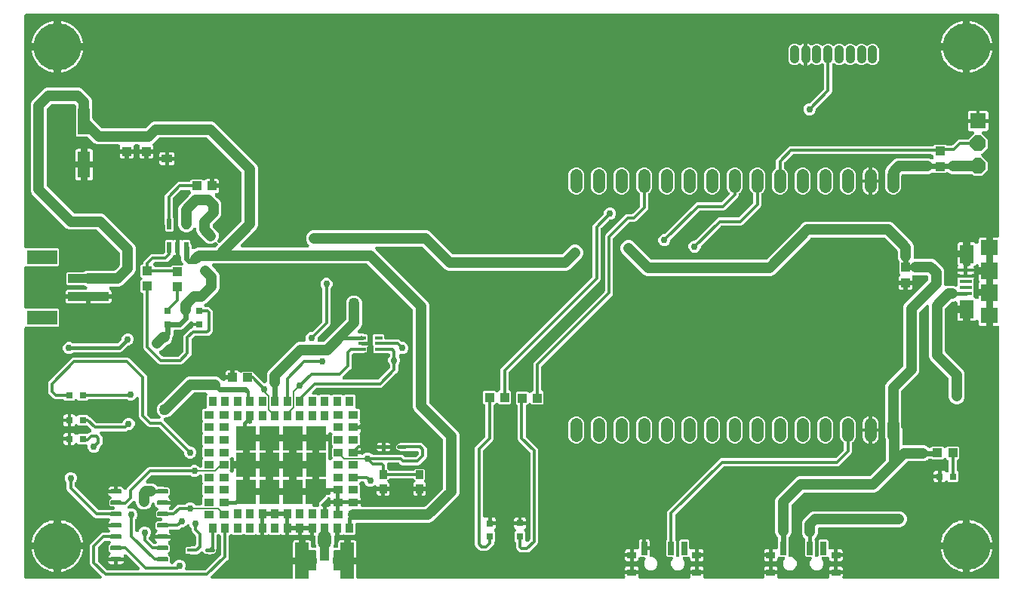
<source format=gbr>
G04 EAGLE Gerber RS-274X export*
G75*
%MOMM*%
%FSLAX34Y34*%
%LPD*%
%INTop Copper*%
%IPPOS*%
%AMOC8*
5,1,8,0,0,1.08239X$1,22.5*%
G01*
%ADD10R,1.350000X0.400000*%
%ADD11R,1.600000X2.100000*%
%ADD12R,1.900000X1.800000*%
%ADD13R,1.900000X1.900000*%
%ADD14R,1.000000X1.100000*%
%ADD15C,1.008000*%
%ADD16R,1.778000X1.778000*%
%ADD17P,1.924489X8X22.500000*%
%ADD18C,1.320800*%
%ADD19R,0.800000X0.800000*%
%ADD20R,1.100000X1.000000*%
%ADD21C,5.334000*%
%ADD22R,0.700000X1.500000*%
%ADD23R,1.000000X0.800000*%
%ADD24R,1.100000X0.900000*%
%ADD25R,0.900000X1.100000*%
%ADD26R,1.500000X1.500000*%
%ADD27R,2.300000X2.700000*%
%ADD28R,0.900000X1.000000*%
%ADD29R,1.006000X0.392000*%
%ADD30C,0.392000*%
%ADD31R,1.400000X3.000000*%
%ADD32R,1.220000X0.910000*%
%ADD33R,0.850000X0.400000*%
%ADD34R,0.550000X1.200000*%
%ADD35R,4.600000X1.000000*%
%ADD36R,3.400000X1.600000*%
%ADD37R,1.524000X4.064000*%
%ADD38R,1.016000X2.032000*%
%ADD39C,0.198000*%
%ADD40C,1.270000*%
%ADD41C,0.400000*%
%ADD42C,0.300000*%
%ADD43C,0.756400*%
%ADD44C,0.600000*%
%ADD45C,1.200000*%
%ADD46C,0.130000*%
%ADD47C,0.100000*%
%ADD48C,0.700000*%
%ADD49C,1.000000*%
%ADD50C,1.500000*%

G36*
X87823Y3002D02*
X87823Y3002D01*
X87838Y3001D01*
X88022Y3022D01*
X88205Y3041D01*
X88220Y3045D01*
X88235Y3047D01*
X88410Y3104D01*
X88587Y3159D01*
X88600Y3166D01*
X88614Y3171D01*
X88774Y3261D01*
X88937Y3350D01*
X88949Y3360D01*
X88962Y3368D01*
X89101Y3489D01*
X89243Y3608D01*
X89252Y3620D01*
X89263Y3630D01*
X89376Y3776D01*
X89491Y3921D01*
X89498Y3934D01*
X89507Y3946D01*
X89588Y4112D01*
X89672Y4277D01*
X89676Y4291D01*
X89682Y4305D01*
X89729Y4484D01*
X89778Y4662D01*
X89779Y4677D01*
X89783Y4692D01*
X89793Y4875D01*
X89806Y5060D01*
X89804Y5075D01*
X89805Y5090D01*
X89778Y5273D01*
X89754Y5456D01*
X89749Y5471D01*
X89747Y5486D01*
X89684Y5660D01*
X89625Y5834D01*
X89617Y5847D01*
X89612Y5861D01*
X89516Y6019D01*
X89422Y6179D01*
X89412Y6190D01*
X89405Y6203D01*
X89221Y6414D01*
X78732Y16903D01*
X77184Y18451D01*
X76499Y20105D01*
X76499Y40895D01*
X77184Y42549D01*
X88751Y54116D01*
X90405Y54801D01*
X97120Y54801D01*
X97198Y54809D01*
X97276Y54807D01*
X97396Y54828D01*
X97518Y54841D01*
X97592Y54864D01*
X97669Y54877D01*
X97783Y54923D01*
X97899Y54959D01*
X97968Y54996D01*
X98040Y55025D01*
X98143Y55092D01*
X98250Y55150D01*
X98310Y55201D01*
X98375Y55243D01*
X98462Y55329D01*
X98555Y55408D01*
X98604Y55469D01*
X98659Y55524D01*
X98727Y55625D01*
X98803Y55721D01*
X98839Y55790D01*
X98882Y55855D01*
X98929Y55968D01*
X98984Y56077D01*
X99005Y56152D01*
X99035Y56224D01*
X99058Y56344D01*
X99091Y56462D01*
X99096Y56539D01*
X99111Y56616D01*
X99110Y56738D01*
X99119Y56860D01*
X99109Y56938D01*
X99108Y57016D01*
X99083Y57135D01*
X99067Y57256D01*
X99042Y57330D01*
X99026Y57406D01*
X98977Y57519D01*
X98937Y57634D01*
X98898Y57701D01*
X98867Y57773D01*
X98797Y57873D01*
X98735Y57979D01*
X98683Y58037D01*
X98639Y58101D01*
X98550Y58185D01*
X98469Y58276D01*
X98437Y58300D01*
X97665Y59072D01*
X97200Y59877D01*
X96959Y60775D01*
X96959Y61001D01*
X105750Y61001D01*
X105780Y61004D01*
X105810Y61001D01*
X105978Y61024D01*
X106147Y61040D01*
X106176Y61049D01*
X106206Y61053D01*
X106366Y61108D01*
X106529Y61159D01*
X106555Y61173D01*
X106584Y61183D01*
X106730Y61269D01*
X106879Y61350D01*
X106902Y61370D01*
X106928Y61385D01*
X107055Y61498D01*
X107185Y61608D01*
X107203Y61631D01*
X107226Y61652D01*
X107327Y61787D01*
X107433Y61921D01*
X107446Y61948D01*
X107464Y61972D01*
X107537Y62125D01*
X107614Y62277D01*
X107622Y62306D01*
X107635Y62333D01*
X107675Y62498D01*
X107720Y62662D01*
X107722Y62692D01*
X107729Y62721D01*
X107749Y63000D01*
X107746Y63030D01*
X107748Y63060D01*
X107726Y63229D01*
X107709Y63398D01*
X107700Y63426D01*
X107696Y63456D01*
X107641Y63617D01*
X107591Y63779D01*
X107576Y63806D01*
X107567Y63834D01*
X107481Y63980D01*
X107399Y64130D01*
X107380Y64153D01*
X107364Y64179D01*
X107251Y64305D01*
X107142Y64435D01*
X107118Y64454D01*
X107098Y64476D01*
X106962Y64578D01*
X106829Y64683D01*
X106802Y64697D01*
X106778Y64715D01*
X106624Y64787D01*
X106473Y64864D01*
X106444Y64872D01*
X106416Y64885D01*
X106251Y64925D01*
X106088Y64971D01*
X106058Y64973D01*
X106028Y64980D01*
X105750Y64999D01*
X96959Y64999D01*
X96959Y65225D01*
X97200Y66123D01*
X97665Y66928D01*
X98424Y67687D01*
X98443Y67700D01*
X98496Y67758D01*
X98555Y67808D01*
X98631Y67904D01*
X98714Y67993D01*
X98755Y68060D01*
X98803Y68121D01*
X98859Y68230D01*
X98922Y68334D01*
X98949Y68407D01*
X98984Y68477D01*
X99017Y68595D01*
X99059Y68710D01*
X99070Y68787D01*
X99091Y68862D01*
X99099Y68984D01*
X99117Y69105D01*
X99113Y69183D01*
X99119Y69260D01*
X99103Y69382D01*
X99097Y69504D01*
X99077Y69579D01*
X99067Y69656D01*
X99027Y69772D01*
X98997Y69890D01*
X98963Y69960D01*
X98937Y70034D01*
X98875Y70140D01*
X98822Y70250D01*
X98775Y70312D01*
X98735Y70379D01*
X98654Y70470D01*
X98579Y70567D01*
X98521Y70618D01*
X98469Y70676D01*
X98371Y70749D01*
X98279Y70830D01*
X98211Y70868D01*
X98148Y70915D01*
X98038Y70967D01*
X97932Y71027D01*
X97858Y71052D01*
X97787Y71085D01*
X97668Y71114D01*
X97552Y71152D01*
X97475Y71161D01*
X97399Y71180D01*
X97200Y71194D01*
X97155Y71199D01*
X97141Y71198D01*
X97120Y71199D01*
X83405Y71199D01*
X81751Y71884D01*
X51184Y102451D01*
X50499Y104105D01*
X50499Y110080D01*
X50495Y110126D01*
X50497Y110171D01*
X50475Y110324D01*
X50459Y110478D01*
X50446Y110521D01*
X50439Y110566D01*
X50387Y110712D01*
X50341Y110859D01*
X50320Y110899D01*
X50304Y110942D01*
X50224Y111074D01*
X50150Y111210D01*
X50120Y111245D01*
X50097Y111283D01*
X49914Y111494D01*
X49250Y112158D01*
X48217Y114651D01*
X48217Y117349D01*
X49250Y119842D01*
X51158Y121750D01*
X53651Y122783D01*
X56349Y122783D01*
X58842Y121750D01*
X60750Y119842D01*
X61783Y117349D01*
X61783Y114651D01*
X60750Y112158D01*
X60086Y111494D01*
X60058Y111459D01*
X60024Y111429D01*
X59932Y111305D01*
X59833Y111185D01*
X59812Y111145D01*
X59785Y111108D01*
X59719Y110968D01*
X59647Y110831D01*
X59634Y110788D01*
X59615Y110747D01*
X59578Y110597D01*
X59535Y110448D01*
X59531Y110403D01*
X59520Y110359D01*
X59501Y110080D01*
X59501Y107692D01*
X59505Y107647D01*
X59503Y107602D01*
X59525Y107449D01*
X59541Y107295D01*
X59554Y107252D01*
X59561Y107207D01*
X59613Y107061D01*
X59659Y106913D01*
X59680Y106874D01*
X59696Y106831D01*
X59776Y106699D01*
X59850Y106563D01*
X59880Y106528D01*
X59903Y106489D01*
X60086Y106279D01*
X85579Y80786D01*
X85614Y80758D01*
X85644Y80724D01*
X85768Y80632D01*
X85888Y80533D01*
X85928Y80512D01*
X85964Y80485D01*
X86104Y80419D01*
X86241Y80347D01*
X86285Y80334D01*
X86326Y80315D01*
X86476Y80278D01*
X86625Y80235D01*
X86670Y80231D01*
X86714Y80220D01*
X86992Y80201D01*
X98173Y80201D01*
X98218Y80205D01*
X98264Y80203D01*
X98417Y80225D01*
X98571Y80241D01*
X98614Y80254D01*
X98659Y80261D01*
X98804Y80313D01*
X98952Y80359D01*
X98992Y80381D01*
X99035Y80396D01*
X99125Y80451D01*
X102564Y80451D01*
X102572Y80452D01*
X102579Y80451D01*
X102770Y80471D01*
X102961Y80491D01*
X102969Y80493D01*
X102976Y80494D01*
X103159Y80552D01*
X103343Y80609D01*
X103350Y80612D01*
X103357Y80615D01*
X103523Y80707D01*
X103693Y80800D01*
X103699Y80805D01*
X103706Y80809D01*
X103851Y80933D01*
X103999Y81058D01*
X104003Y81064D01*
X104009Y81069D01*
X104127Y81220D01*
X104247Y81371D01*
X104250Y81378D01*
X104255Y81384D01*
X104340Y81555D01*
X104428Y81727D01*
X104430Y81734D01*
X104433Y81741D01*
X104484Y81929D01*
X104534Y82112D01*
X104535Y82120D01*
X104537Y82127D01*
X104549Y82320D01*
X104562Y82510D01*
X104561Y82518D01*
X104562Y82526D01*
X104535Y82715D01*
X104510Y82906D01*
X104508Y82914D01*
X104507Y82921D01*
X104443Y83101D01*
X104381Y83284D01*
X104377Y83291D01*
X104374Y83298D01*
X104276Y83463D01*
X104179Y83629D01*
X104173Y83635D01*
X104169Y83641D01*
X104040Y83783D01*
X103912Y83926D01*
X103906Y83931D01*
X103900Y83937D01*
X103745Y84051D01*
X103681Y84098D01*
X103656Y84126D01*
X103532Y84218D01*
X103412Y84317D01*
X103372Y84338D01*
X103336Y84365D01*
X103196Y84431D01*
X103059Y84503D01*
X103015Y84516D01*
X102974Y84535D01*
X102824Y84572D01*
X102675Y84615D01*
X102630Y84619D01*
X102586Y84630D01*
X102308Y84649D01*
X99665Y84649D01*
X98499Y85815D01*
X98499Y90985D01*
X100178Y92664D01*
X100276Y92783D01*
X100378Y92897D01*
X100401Y92937D01*
X100431Y92973D01*
X100503Y93109D01*
X100580Y93241D01*
X100596Y93285D01*
X100617Y93326D01*
X100661Y93474D01*
X100710Y93618D01*
X100717Y93665D01*
X100730Y93709D01*
X100743Y93863D01*
X100763Y94014D01*
X100760Y94061D01*
X100764Y94107D01*
X100746Y94260D01*
X100735Y94413D01*
X100723Y94458D01*
X100718Y94504D01*
X100670Y94650D01*
X100629Y94798D01*
X100608Y94840D01*
X100594Y94884D01*
X100518Y95018D01*
X100449Y95154D01*
X100420Y95191D01*
X100397Y95231D01*
X100296Y95348D01*
X100201Y95468D01*
X100166Y95498D01*
X100135Y95533D01*
X100013Y95627D01*
X99896Y95725D01*
X99855Y95748D01*
X99818Y95776D01*
X99680Y95844D01*
X99546Y95918D01*
X99491Y95936D01*
X99460Y95952D01*
X99405Y95966D01*
X99282Y96008D01*
X99127Y96050D01*
X98322Y96515D01*
X97665Y97172D01*
X97200Y97977D01*
X96959Y98875D01*
X96959Y99101D01*
X105750Y99101D01*
X105780Y99104D01*
X105810Y99101D01*
X105978Y99124D01*
X106147Y99140D01*
X106176Y99149D01*
X106206Y99153D01*
X106366Y99208D01*
X106529Y99259D01*
X106555Y99273D01*
X106584Y99283D01*
X106730Y99369D01*
X106879Y99450D01*
X106902Y99470D01*
X106928Y99485D01*
X107055Y99598D01*
X107185Y99708D01*
X107204Y99732D01*
X107226Y99752D01*
X107328Y99888D01*
X107433Y100021D01*
X107447Y100048D01*
X107465Y100072D01*
X107537Y100226D01*
X107614Y100377D01*
X107622Y100406D01*
X107635Y100434D01*
X107675Y100599D01*
X107721Y100762D01*
X107723Y100792D01*
X107730Y100822D01*
X107749Y101100D01*
X107749Y106391D01*
X111475Y106391D01*
X112373Y106150D01*
X113178Y105685D01*
X113835Y105028D01*
X114340Y104154D01*
X114344Y104140D01*
X114371Y104093D01*
X114390Y104043D01*
X114467Y103919D01*
X114538Y103791D01*
X114574Y103750D01*
X114602Y103705D01*
X114703Y103599D01*
X114798Y103488D01*
X114841Y103455D01*
X114878Y103416D01*
X114998Y103332D01*
X115113Y103242D01*
X115161Y103218D01*
X115206Y103187D01*
X115340Y103129D01*
X115471Y103064D01*
X115523Y103050D01*
X115572Y103029D01*
X115715Y102998D01*
X115856Y102960D01*
X115910Y102957D01*
X115963Y102946D01*
X116109Y102945D01*
X116255Y102936D01*
X116308Y102943D01*
X116363Y102943D01*
X116506Y102970D01*
X116651Y102990D01*
X116702Y103008D01*
X116755Y103019D01*
X116890Y103074D01*
X117027Y103123D01*
X117074Y103151D01*
X117124Y103171D01*
X117245Y103253D01*
X117370Y103327D01*
X117410Y103364D01*
X117455Y103394D01*
X117558Y103498D01*
X117666Y103596D01*
X117698Y103640D01*
X117736Y103678D01*
X117816Y103801D01*
X117902Y103918D01*
X117932Y103979D01*
X117954Y104013D01*
X117975Y104064D01*
X118027Y104168D01*
X118185Y104550D01*
X141451Y127816D01*
X143105Y128501D01*
X188080Y128501D01*
X188126Y128505D01*
X188171Y128503D01*
X188324Y128525D01*
X188478Y128541D01*
X188521Y128554D01*
X188566Y128561D01*
X188711Y128613D01*
X188859Y128659D01*
X188899Y128681D01*
X188942Y128696D01*
X189074Y128776D01*
X189210Y128850D01*
X189245Y128880D01*
X189283Y128903D01*
X189494Y129086D01*
X190158Y129750D01*
X192651Y130783D01*
X195349Y130783D01*
X197842Y129750D01*
X199086Y128506D01*
X199098Y128496D01*
X199108Y128485D01*
X199253Y128370D01*
X199396Y128253D01*
X199409Y128246D01*
X199421Y128237D01*
X199586Y128153D01*
X199749Y128067D01*
X199763Y128063D01*
X199777Y128056D01*
X199954Y128007D01*
X200132Y127954D01*
X200147Y127953D01*
X200162Y127949D01*
X200345Y127936D01*
X200530Y127921D01*
X200545Y127922D01*
X200560Y127921D01*
X200744Y127945D01*
X200927Y127966D01*
X200941Y127971D01*
X200956Y127973D01*
X201132Y128033D01*
X201307Y128090D01*
X201320Y128098D01*
X201334Y128103D01*
X201494Y128196D01*
X201654Y128287D01*
X201666Y128297D01*
X201679Y128305D01*
X201816Y128428D01*
X201956Y128549D01*
X201965Y128561D01*
X201976Y128571D01*
X202086Y128719D01*
X202199Y128866D01*
X202206Y128880D01*
X202215Y128892D01*
X202293Y129059D01*
X202375Y129225D01*
X202378Y129239D01*
X202385Y129253D01*
X202429Y129433D01*
X202475Y129611D01*
X202476Y129626D01*
X202480Y129641D01*
X202499Y129920D01*
X202499Y136329D01*
X202757Y136586D01*
X202776Y136610D01*
X202799Y136630D01*
X202902Y136764D01*
X203010Y136896D01*
X203024Y136922D01*
X203042Y136946D01*
X203117Y137099D01*
X203196Y137249D01*
X203204Y137278D01*
X203218Y137305D01*
X203261Y137470D01*
X203308Y137632D01*
X203311Y137662D01*
X203319Y137692D01*
X203328Y137861D01*
X203342Y138030D01*
X203339Y138060D01*
X203340Y138091D01*
X203316Y138258D01*
X203296Y138427D01*
X203287Y138456D01*
X203283Y138486D01*
X203225Y138645D01*
X203172Y138807D01*
X203158Y138833D01*
X203147Y138862D01*
X203059Y139007D01*
X202976Y139154D01*
X202956Y139177D01*
X202940Y139203D01*
X202757Y139414D01*
X202499Y139671D01*
X202499Y150329D01*
X202757Y150586D01*
X202776Y150610D01*
X202799Y150630D01*
X202902Y150764D01*
X203010Y150896D01*
X203024Y150922D01*
X203042Y150946D01*
X203117Y151099D01*
X203196Y151249D01*
X203204Y151278D01*
X203218Y151305D01*
X203261Y151470D01*
X203308Y151632D01*
X203311Y151662D01*
X203319Y151692D01*
X203328Y151861D01*
X203342Y152030D01*
X203339Y152060D01*
X203340Y152091D01*
X203316Y152258D01*
X203296Y152427D01*
X203287Y152456D01*
X203283Y152486D01*
X203225Y152645D01*
X203172Y152807D01*
X203158Y152833D01*
X203147Y152862D01*
X203059Y153007D01*
X202976Y153154D01*
X202956Y153177D01*
X202940Y153203D01*
X202757Y153414D01*
X202499Y153671D01*
X202499Y164329D01*
X202757Y164586D01*
X202776Y164610D01*
X202799Y164630D01*
X202902Y164764D01*
X203010Y164896D01*
X203024Y164922D01*
X203042Y164946D01*
X203117Y165099D01*
X203196Y165249D01*
X203204Y165278D01*
X203218Y165305D01*
X203261Y165470D01*
X203308Y165632D01*
X203311Y165662D01*
X203319Y165692D01*
X203328Y165861D01*
X203342Y166030D01*
X203339Y166060D01*
X203340Y166091D01*
X203316Y166258D01*
X203296Y166427D01*
X203287Y166456D01*
X203283Y166486D01*
X203225Y166645D01*
X203172Y166807D01*
X203158Y166833D01*
X203147Y166862D01*
X203059Y167007D01*
X202976Y167154D01*
X202956Y167177D01*
X202940Y167203D01*
X202757Y167414D01*
X202499Y167671D01*
X202499Y178329D01*
X202757Y178586D01*
X202776Y178610D01*
X202799Y178630D01*
X202902Y178764D01*
X203010Y178896D01*
X203024Y178922D01*
X203042Y178946D01*
X203117Y179099D01*
X203196Y179249D01*
X203204Y179278D01*
X203218Y179305D01*
X203261Y179470D01*
X203308Y179632D01*
X203311Y179662D01*
X203319Y179692D01*
X203328Y179861D01*
X203342Y180030D01*
X203339Y180060D01*
X203340Y180091D01*
X203316Y180258D01*
X203296Y180427D01*
X203287Y180456D01*
X203283Y180486D01*
X203225Y180645D01*
X203172Y180807D01*
X203158Y180833D01*
X203147Y180862D01*
X203059Y181007D01*
X202976Y181154D01*
X202956Y181177D01*
X202940Y181203D01*
X202757Y181414D01*
X202499Y181671D01*
X202499Y192329D01*
X203671Y193501D01*
X205500Y193501D01*
X205530Y193504D01*
X205560Y193502D01*
X205729Y193524D01*
X205897Y193541D01*
X205926Y193550D01*
X205956Y193554D01*
X206117Y193609D01*
X206279Y193659D01*
X206306Y193673D01*
X206334Y193683D01*
X206480Y193769D01*
X206629Y193850D01*
X206653Y193870D01*
X206679Y193885D01*
X206805Y193998D01*
X206935Y194108D01*
X206954Y194131D01*
X206976Y194152D01*
X207077Y194288D01*
X207183Y194421D01*
X207197Y194448D01*
X207215Y194472D01*
X207287Y194625D01*
X207364Y194777D01*
X207372Y194806D01*
X207385Y194833D01*
X207425Y194999D01*
X207470Y195162D01*
X207473Y195192D01*
X207480Y195221D01*
X207499Y195500D01*
X207499Y208329D01*
X207757Y208586D01*
X207767Y208598D01*
X207778Y208608D01*
X207893Y208753D01*
X208010Y208896D01*
X208017Y208909D01*
X208026Y208921D01*
X208110Y209086D01*
X208196Y209249D01*
X208200Y209263D01*
X208207Y209277D01*
X208256Y209454D01*
X208308Y209632D01*
X208310Y209647D01*
X208314Y209662D01*
X208326Y209845D01*
X208342Y210030D01*
X208340Y210045D01*
X208342Y210060D01*
X208318Y210244D01*
X208296Y210427D01*
X208292Y210441D01*
X208290Y210456D01*
X208230Y210631D01*
X208173Y210807D01*
X208165Y210820D01*
X208160Y210834D01*
X208067Y210993D01*
X207976Y211154D01*
X207966Y211166D01*
X207958Y211179D01*
X207834Y211317D01*
X207714Y211456D01*
X207702Y211465D01*
X207691Y211476D01*
X207543Y211587D01*
X207397Y211699D01*
X207383Y211706D01*
X207371Y211715D01*
X207204Y211793D01*
X207038Y211875D01*
X207023Y211878D01*
X207010Y211885D01*
X206830Y211929D01*
X206652Y211975D01*
X206636Y211976D01*
X206622Y211980D01*
X206343Y211999D01*
X193556Y211999D01*
X193511Y211995D01*
X193466Y211997D01*
X193313Y211975D01*
X193159Y211959D01*
X193116Y211946D01*
X193071Y211939D01*
X192925Y211887D01*
X192777Y211841D01*
X192738Y211820D01*
X192695Y211804D01*
X192563Y211724D01*
X192427Y211650D01*
X192392Y211620D01*
X192353Y211597D01*
X192143Y211414D01*
X166098Y185370D01*
X162790Y183999D01*
X161192Y183999D01*
X161177Y183998D01*
X161162Y183999D01*
X160978Y183978D01*
X160795Y183959D01*
X160780Y183955D01*
X160765Y183953D01*
X160589Y183896D01*
X160413Y183841D01*
X160400Y183834D01*
X160386Y183829D01*
X160225Y183738D01*
X160063Y183650D01*
X160051Y183640D01*
X160038Y183632D01*
X159898Y183511D01*
X159757Y183392D01*
X159748Y183380D01*
X159737Y183370D01*
X159624Y183224D01*
X159509Y183079D01*
X159502Y183066D01*
X159493Y183054D01*
X159412Y182888D01*
X159328Y182723D01*
X159324Y182708D01*
X159318Y182695D01*
X159271Y182516D01*
X159222Y182338D01*
X159221Y182323D01*
X159217Y182308D01*
X159207Y182122D01*
X159194Y181940D01*
X159196Y181925D01*
X159195Y181909D01*
X159222Y181727D01*
X159246Y181544D01*
X159251Y181529D01*
X159253Y181514D01*
X159315Y181341D01*
X159375Y181166D01*
X159383Y181153D01*
X159388Y181138D01*
X159484Y180981D01*
X159578Y180821D01*
X159588Y180810D01*
X159596Y180797D01*
X159779Y180586D01*
X160097Y180268D01*
X187997Y152368D01*
X188032Y152340D01*
X188062Y152306D01*
X188186Y152214D01*
X188306Y152115D01*
X188346Y152094D01*
X188382Y152067D01*
X188522Y152001D01*
X188659Y151929D01*
X188703Y151916D01*
X188744Y151897D01*
X188894Y151860D01*
X189043Y151817D01*
X189088Y151813D01*
X189132Y151802D01*
X189410Y151783D01*
X190349Y151783D01*
X192842Y150750D01*
X194750Y148842D01*
X195783Y146349D01*
X195783Y143651D01*
X194750Y141158D01*
X192842Y139250D01*
X190349Y138217D01*
X187651Y138217D01*
X185158Y139250D01*
X183250Y141158D01*
X182217Y143651D01*
X182217Y144590D01*
X182213Y144635D01*
X182215Y144680D01*
X182193Y144833D01*
X182177Y144987D01*
X182164Y145030D01*
X182157Y145075D01*
X182105Y145221D01*
X182059Y145369D01*
X182038Y145408D01*
X182022Y145451D01*
X181942Y145583D01*
X181868Y145719D01*
X181838Y145754D01*
X181815Y145793D01*
X181632Y146003D01*
X154721Y172914D01*
X154686Y172942D01*
X154656Y172976D01*
X154532Y173068D01*
X154412Y173167D01*
X154372Y173188D01*
X154336Y173215D01*
X154196Y173281D01*
X154059Y173353D01*
X154015Y173366D01*
X153974Y173385D01*
X153824Y173422D01*
X153675Y173465D01*
X153630Y173469D01*
X153586Y173480D01*
X153308Y173499D01*
X143105Y173499D01*
X141451Y174184D01*
X132184Y183451D01*
X131499Y185105D01*
X131499Y205158D01*
X131498Y205166D01*
X131499Y205174D01*
X131479Y205364D01*
X131459Y205556D01*
X131457Y205563D01*
X131456Y205571D01*
X131398Y205753D01*
X131341Y205937D01*
X131338Y205944D01*
X131335Y205951D01*
X131243Y206118D01*
X131150Y206288D01*
X131145Y206294D01*
X131141Y206300D01*
X131016Y206446D01*
X130892Y206593D01*
X130886Y206598D01*
X130881Y206604D01*
X130730Y206722D01*
X130579Y206841D01*
X130572Y206845D01*
X130566Y206849D01*
X130395Y206935D01*
X130223Y207022D01*
X130216Y207024D01*
X130209Y207028D01*
X130022Y207078D01*
X129838Y207129D01*
X129831Y207129D01*
X129823Y207131D01*
X129631Y207143D01*
X129440Y207157D01*
X129432Y207156D01*
X129424Y207156D01*
X129234Y207130D01*
X129044Y207105D01*
X129036Y207102D01*
X129029Y207101D01*
X128848Y207037D01*
X128666Y206975D01*
X128659Y206971D01*
X128652Y206969D01*
X128488Y206871D01*
X128321Y206773D01*
X128316Y206768D01*
X128309Y206764D01*
X128166Y206634D01*
X128024Y206507D01*
X128019Y206500D01*
X128013Y206495D01*
X127899Y206339D01*
X127805Y206213D01*
X125842Y204250D01*
X123349Y203217D01*
X120651Y203217D01*
X117923Y204347D01*
X117873Y204362D01*
X117825Y204385D01*
X117681Y204420D01*
X117541Y204462D01*
X117488Y204467D01*
X117437Y204480D01*
X117158Y204499D01*
X75657Y204499D01*
X75612Y204495D01*
X75566Y204497D01*
X75413Y204475D01*
X75259Y204459D01*
X75216Y204446D01*
X75171Y204439D01*
X75026Y204387D01*
X74878Y204341D01*
X74838Y204320D01*
X74795Y204304D01*
X74663Y204224D01*
X74527Y204150D01*
X74493Y204120D01*
X74454Y204097D01*
X74243Y203914D01*
X73329Y202999D01*
X63671Y202999D01*
X62414Y204257D01*
X62390Y204276D01*
X62370Y204299D01*
X62236Y204402D01*
X62104Y204510D01*
X62078Y204524D01*
X62054Y204542D01*
X61901Y204617D01*
X61751Y204696D01*
X61722Y204704D01*
X61695Y204718D01*
X61531Y204760D01*
X61368Y204808D01*
X61338Y204811D01*
X61308Y204818D01*
X61140Y204828D01*
X60970Y204842D01*
X60940Y204839D01*
X60910Y204840D01*
X60742Y204816D01*
X60573Y204796D01*
X60544Y204787D01*
X60514Y204783D01*
X60355Y204725D01*
X60193Y204672D01*
X60167Y204657D01*
X60138Y204647D01*
X59994Y204559D01*
X59846Y204476D01*
X59823Y204456D01*
X59797Y204440D01*
X59586Y204257D01*
X58329Y202999D01*
X48671Y202999D01*
X47757Y203914D01*
X47722Y203942D01*
X47691Y203976D01*
X47567Y204068D01*
X47448Y204167D01*
X47407Y204188D01*
X47371Y204215D01*
X47231Y204281D01*
X47094Y204353D01*
X47051Y204366D01*
X47010Y204385D01*
X46859Y204422D01*
X46711Y204465D01*
X46666Y204469D01*
X46622Y204480D01*
X46343Y204499D01*
X37105Y204499D01*
X35451Y205184D01*
X30184Y210451D01*
X29499Y212105D01*
X29499Y222895D01*
X30184Y224549D01*
X56451Y250816D01*
X58105Y251501D01*
X118895Y251501D01*
X120549Y250816D01*
X139816Y231549D01*
X140501Y229895D01*
X140501Y188692D01*
X140505Y188647D01*
X140503Y188602D01*
X140525Y188449D01*
X140541Y188295D01*
X140554Y188252D01*
X140561Y188207D01*
X140613Y188061D01*
X140659Y187913D01*
X140680Y187874D01*
X140696Y187831D01*
X140776Y187699D01*
X140850Y187563D01*
X140880Y187528D01*
X140903Y187489D01*
X141086Y187279D01*
X145279Y183086D01*
X145314Y183058D01*
X145344Y183024D01*
X145468Y182932D01*
X145588Y182833D01*
X145628Y182812D01*
X145664Y182785D01*
X145804Y182719D01*
X145941Y182647D01*
X145985Y182634D01*
X146026Y182615D01*
X146176Y182578D01*
X146325Y182535D01*
X146370Y182531D01*
X146414Y182520D01*
X146692Y182501D01*
X153863Y182501D01*
X153878Y182502D01*
X153893Y182501D01*
X154077Y182522D01*
X154260Y182541D01*
X154275Y182545D01*
X154290Y182547D01*
X154465Y182604D01*
X154642Y182659D01*
X154655Y182666D01*
X154670Y182671D01*
X154829Y182761D01*
X154992Y182850D01*
X155004Y182860D01*
X155017Y182868D01*
X155156Y182988D01*
X155298Y183108D01*
X155307Y183120D01*
X155319Y183130D01*
X155430Y183275D01*
X155546Y183421D01*
X155553Y183434D01*
X155562Y183446D01*
X155643Y183612D01*
X155727Y183777D01*
X155731Y183792D01*
X155738Y183805D01*
X155784Y183984D01*
X155833Y184162D01*
X155834Y184177D01*
X155838Y184192D01*
X155848Y184375D01*
X155861Y184560D01*
X155859Y184575D01*
X155860Y184590D01*
X155833Y184773D01*
X155809Y184956D01*
X155805Y184971D01*
X155802Y184986D01*
X155740Y185160D01*
X155680Y185334D01*
X155672Y185347D01*
X155667Y185361D01*
X155572Y185519D01*
X155478Y185679D01*
X155468Y185690D01*
X155460Y185703D01*
X155277Y185914D01*
X152921Y188270D01*
X151649Y191339D01*
X151649Y194661D01*
X152921Y197730D01*
X155330Y200140D01*
X155392Y200173D01*
X155433Y200207D01*
X155478Y200235D01*
X155689Y200418D01*
X181088Y225817D01*
X183902Y228630D01*
X187210Y230001D01*
X218790Y230001D01*
X222098Y228630D01*
X224635Y226094D01*
X224639Y226083D01*
X224703Y225974D01*
X224711Y225957D01*
X224802Y225789D01*
X224807Y225783D01*
X224810Y225776D01*
X224836Y225746D01*
X224841Y225738D01*
X224874Y225701D01*
X224935Y225629D01*
X225057Y225482D01*
X225063Y225477D01*
X225068Y225471D01*
X225218Y225352D01*
X225368Y225231D01*
X225375Y225228D01*
X225381Y225223D01*
X225553Y225135D01*
X225723Y225047D01*
X225730Y225045D01*
X225737Y225042D01*
X225923Y224990D01*
X226107Y224938D01*
X226115Y224937D01*
X226122Y224935D01*
X226313Y224922D01*
X226505Y224907D01*
X226513Y224908D01*
X226520Y224907D01*
X226711Y224932D01*
X226902Y224956D01*
X226909Y224958D01*
X226916Y224959D01*
X227099Y225022D01*
X227280Y225083D01*
X227287Y225086D01*
X227294Y225089D01*
X227461Y225187D01*
X227626Y225282D01*
X227632Y225287D01*
X227639Y225291D01*
X227782Y225419D01*
X227926Y225546D01*
X227931Y225552D01*
X227936Y225557D01*
X228050Y225711D01*
X228167Y225865D01*
X228170Y225872D01*
X228175Y225878D01*
X228257Y226052D01*
X228340Y226225D01*
X228342Y226232D01*
X228345Y226239D01*
X228391Y226427D01*
X228409Y226501D01*
X236000Y226501D01*
X236030Y226504D01*
X236060Y226502D01*
X236229Y226524D01*
X236397Y226541D01*
X236426Y226550D01*
X236456Y226553D01*
X236617Y226608D01*
X236779Y226659D01*
X236805Y226673D01*
X236834Y226683D01*
X236980Y226769D01*
X237129Y226850D01*
X237152Y226870D01*
X237179Y226885D01*
X237305Y226998D01*
X237435Y227108D01*
X237453Y227131D01*
X237476Y227152D01*
X237577Y227288D01*
X237683Y227421D01*
X237697Y227448D01*
X237715Y227472D01*
X237787Y227625D01*
X237812Y227676D01*
X237834Y227683D01*
X237980Y227769D01*
X238129Y227851D01*
X238153Y227870D01*
X238179Y227885D01*
X238305Y227999D01*
X238435Y228108D01*
X238454Y228132D01*
X238476Y228152D01*
X238577Y228288D01*
X238683Y228421D01*
X238697Y228448D01*
X238715Y228472D01*
X238787Y228626D01*
X238864Y228777D01*
X238872Y228806D01*
X238885Y228834D01*
X238925Y228999D01*
X238970Y229162D01*
X238973Y229192D01*
X238980Y229222D01*
X238999Y229500D01*
X238999Y236541D01*
X242334Y236541D01*
X242981Y236368D01*
X243560Y236033D01*
X244033Y235560D01*
X244235Y235210D01*
X244289Y235135D01*
X244334Y235055D01*
X244405Y234973D01*
X244469Y234886D01*
X244536Y234823D01*
X244596Y234754D01*
X244682Y234688D01*
X244762Y234614D01*
X244840Y234566D01*
X244913Y234510D01*
X245010Y234463D01*
X245103Y234406D01*
X245189Y234375D01*
X245272Y234335D01*
X245377Y234307D01*
X245478Y234271D01*
X245569Y234257D01*
X245658Y234234D01*
X245767Y234228D01*
X245874Y234212D01*
X245965Y234217D01*
X246057Y234212D01*
X246164Y234228D01*
X246272Y234234D01*
X246362Y234257D01*
X246452Y234270D01*
X246554Y234307D01*
X246659Y234334D01*
X246742Y234374D01*
X246828Y234405D01*
X246921Y234461D01*
X247018Y234509D01*
X247091Y234565D01*
X247170Y234612D01*
X247291Y234718D01*
X247335Y234752D01*
X247351Y234770D01*
X247380Y234796D01*
X247586Y235001D01*
X259415Y235001D01*
X260050Y234365D01*
X260052Y234359D01*
X260057Y234322D01*
X260111Y234169D01*
X260159Y234014D01*
X260177Y233981D01*
X260189Y233945D01*
X260272Y233806D01*
X260350Y233663D01*
X260375Y233634D01*
X260394Y233602D01*
X260503Y233482D01*
X260608Y233358D01*
X260637Y233335D01*
X260663Y233307D01*
X260794Y233211D01*
X260921Y233110D01*
X260955Y233093D01*
X260985Y233070D01*
X261235Y232946D01*
X261549Y232816D01*
X270997Y223368D01*
X271032Y223340D01*
X271062Y223306D01*
X271186Y223214D01*
X271306Y223115D01*
X271346Y223094D01*
X271382Y223067D01*
X271522Y223001D01*
X271659Y222929D01*
X271703Y222916D01*
X271744Y222897D01*
X271894Y222860D01*
X272043Y222817D01*
X272088Y222813D01*
X272132Y222802D01*
X272410Y222783D01*
X273000Y222783D01*
X273030Y222786D01*
X273060Y222784D01*
X273229Y222806D01*
X273397Y222823D01*
X273426Y222832D01*
X273456Y222836D01*
X273617Y222891D01*
X273779Y222941D01*
X273806Y222955D01*
X273834Y222965D01*
X273980Y223051D01*
X274129Y223132D01*
X274153Y223152D01*
X274179Y223167D01*
X274305Y223280D01*
X274435Y223390D01*
X274454Y223413D01*
X274476Y223434D01*
X274577Y223570D01*
X274683Y223703D01*
X274697Y223730D01*
X274715Y223754D01*
X274787Y223907D01*
X274864Y224059D01*
X274872Y224088D01*
X274885Y224115D01*
X274925Y224281D01*
X274970Y224444D01*
X274973Y224474D01*
X274980Y224503D01*
X274999Y224782D01*
X274999Y232790D01*
X276370Y236098D01*
X307902Y267630D01*
X311210Y269001D01*
X316323Y269001D01*
X316345Y269003D01*
X316368Y269001D01*
X316545Y269023D01*
X316720Y269041D01*
X316742Y269047D01*
X316765Y269050D01*
X316932Y269106D01*
X317102Y269159D01*
X317122Y269170D01*
X317143Y269177D01*
X317296Y269265D01*
X317452Y269350D01*
X317470Y269365D01*
X317489Y269376D01*
X317622Y269493D01*
X317758Y269608D01*
X317772Y269626D01*
X317789Y269641D01*
X317896Y269782D01*
X318006Y269921D01*
X318016Y269941D01*
X318030Y269959D01*
X318106Y270119D01*
X318187Y270277D01*
X318193Y270299D01*
X318203Y270319D01*
X318246Y270491D01*
X318293Y270662D01*
X318295Y270685D01*
X318300Y270707D01*
X318309Y270884D01*
X318321Y271060D01*
X318318Y271083D01*
X318319Y271106D01*
X318292Y271281D01*
X318269Y271456D01*
X318262Y271478D01*
X318259Y271500D01*
X318217Y271624D01*
X318217Y274349D01*
X319250Y276842D01*
X321158Y278750D01*
X323651Y279783D01*
X324590Y279783D01*
X324635Y279787D01*
X324680Y279785D01*
X324833Y279807D01*
X324987Y279823D01*
X325030Y279836D01*
X325075Y279843D01*
X325221Y279895D01*
X325369Y279941D01*
X325408Y279962D01*
X325451Y279978D01*
X325583Y280058D01*
X325719Y280132D01*
X325754Y280162D01*
X325793Y280185D01*
X326003Y280368D01*
X336914Y291279D01*
X336942Y291314D01*
X336976Y291344D01*
X337068Y291468D01*
X337167Y291588D01*
X337188Y291628D01*
X337215Y291664D01*
X337281Y291804D01*
X337353Y291941D01*
X337366Y291985D01*
X337385Y292026D01*
X337422Y292176D01*
X337465Y292325D01*
X337469Y292370D01*
X337480Y292414D01*
X337499Y292692D01*
X337499Y328080D01*
X337495Y328126D01*
X337497Y328171D01*
X337475Y328324D01*
X337459Y328478D01*
X337446Y328521D01*
X337439Y328566D01*
X337387Y328712D01*
X337341Y328859D01*
X337320Y328899D01*
X337304Y328942D01*
X337224Y329074D01*
X337150Y329210D01*
X337120Y329245D01*
X337097Y329283D01*
X336914Y329494D01*
X336250Y330158D01*
X335217Y332651D01*
X335217Y335349D01*
X336250Y337842D01*
X338158Y339750D01*
X340651Y340783D01*
X343349Y340783D01*
X345842Y339750D01*
X347750Y337842D01*
X348783Y335349D01*
X348783Y332651D01*
X347750Y330158D01*
X347086Y329494D01*
X347058Y329459D01*
X347024Y329429D01*
X346932Y329305D01*
X346833Y329185D01*
X346812Y329145D01*
X346785Y329108D01*
X346719Y328968D01*
X346647Y328831D01*
X346634Y328788D01*
X346615Y328747D01*
X346578Y328597D01*
X346535Y328448D01*
X346531Y328403D01*
X346520Y328359D01*
X346501Y328080D01*
X346501Y289105D01*
X345816Y287451D01*
X332368Y274003D01*
X332340Y273968D01*
X332306Y273938D01*
X332214Y273814D01*
X332115Y273694D01*
X332094Y273654D01*
X332067Y273618D01*
X332001Y273478D01*
X331929Y273341D01*
X331916Y273297D01*
X331897Y273256D01*
X331860Y273106D01*
X331817Y272957D01*
X331813Y272912D01*
X331802Y272868D01*
X331783Y272590D01*
X331783Y271613D01*
X331766Y271553D01*
X331715Y271383D01*
X331713Y271360D01*
X331707Y271338D01*
X331694Y271162D01*
X331678Y270985D01*
X331680Y270962D01*
X331679Y270940D01*
X331702Y270764D01*
X331721Y270588D01*
X331728Y270566D01*
X331731Y270544D01*
X331788Y270376D01*
X331842Y270207D01*
X331853Y270187D01*
X331860Y270166D01*
X331950Y270013D01*
X332036Y269858D01*
X332051Y269841D01*
X332062Y269821D01*
X332181Y269689D01*
X332296Y269555D01*
X332314Y269541D01*
X332329Y269524D01*
X332471Y269418D01*
X332611Y269309D01*
X332631Y269299D01*
X332649Y269285D01*
X332809Y269210D01*
X332968Y269131D01*
X332990Y269125D01*
X333011Y269115D01*
X333182Y269073D01*
X333354Y269027D01*
X333377Y269026D01*
X333399Y269020D01*
X333677Y269001D01*
X338444Y269001D01*
X338489Y269005D01*
X338534Y269003D01*
X338687Y269025D01*
X338841Y269041D01*
X338884Y269054D01*
X338929Y269061D01*
X339075Y269113D01*
X339223Y269159D01*
X339262Y269180D01*
X339305Y269196D01*
X339437Y269276D01*
X339573Y269350D01*
X339608Y269380D01*
X339647Y269403D01*
X339857Y269586D01*
X363414Y293143D01*
X363442Y293178D01*
X363476Y293208D01*
X363568Y293332D01*
X363667Y293452D01*
X363688Y293492D01*
X363715Y293528D01*
X363781Y293668D01*
X363853Y293805D01*
X363866Y293849D01*
X363885Y293890D01*
X363922Y294040D01*
X363965Y294189D01*
X363969Y294234D01*
X363980Y294278D01*
X363999Y294556D01*
X363999Y313790D01*
X365370Y317098D01*
X367902Y319630D01*
X371210Y321001D01*
X374790Y321001D01*
X378098Y319630D01*
X380630Y317098D01*
X382001Y313790D01*
X382001Y288210D01*
X380630Y284902D01*
X377817Y282088D01*
X377643Y281914D01*
X377633Y281902D01*
X377621Y281892D01*
X377507Y281748D01*
X377390Y281605D01*
X377383Y281591D01*
X377373Y281579D01*
X377290Y281414D01*
X377204Y281251D01*
X377199Y281237D01*
X377192Y281223D01*
X377143Y281046D01*
X377091Y280868D01*
X377090Y280853D01*
X377086Y280838D01*
X377073Y280654D01*
X377057Y280470D01*
X377059Y280455D01*
X377058Y280440D01*
X377082Y280256D01*
X377103Y280073D01*
X377108Y280059D01*
X377110Y280044D01*
X377170Y279868D01*
X377227Y279693D01*
X377234Y279680D01*
X377239Y279666D01*
X377333Y279506D01*
X377424Y279346D01*
X377434Y279334D01*
X377441Y279321D01*
X377564Y279184D01*
X377686Y279044D01*
X377698Y279035D01*
X377708Y279024D01*
X377856Y278914D01*
X378002Y278801D01*
X378016Y278794D01*
X378028Y278785D01*
X378195Y278707D01*
X378361Y278625D01*
X378376Y278622D01*
X378390Y278615D01*
X378570Y278571D01*
X378748Y278525D01*
X378763Y278524D01*
X378778Y278520D01*
X379056Y278501D01*
X382745Y278501D01*
X384792Y277653D01*
X384842Y277638D01*
X384890Y277615D01*
X385033Y277580D01*
X385174Y277538D01*
X385227Y277533D01*
X385278Y277520D01*
X385557Y277501D01*
X386829Y277501D01*
X388001Y276329D01*
X388001Y271152D01*
X388019Y270969D01*
X388034Y270787D01*
X388039Y270771D01*
X388041Y270754D01*
X388095Y270578D01*
X388146Y270403D01*
X388155Y270386D01*
X388159Y270373D01*
X388180Y270334D01*
X388269Y270152D01*
X388368Y269981D01*
X388541Y269334D01*
X388541Y268999D01*
X384350Y268999D01*
X384323Y268997D01*
X384295Y268999D01*
X384124Y268977D01*
X383952Y268959D01*
X383926Y268951D01*
X383899Y268948D01*
X383632Y268866D01*
X383631Y268866D01*
X383602Y268851D01*
X383571Y268841D01*
X383570Y268841D01*
X383424Y268761D01*
X383275Y268686D01*
X383249Y268665D01*
X383220Y268649D01*
X383092Y268542D01*
X382961Y268439D01*
X382939Y268413D01*
X382914Y268392D01*
X382811Y268261D01*
X382703Y268134D01*
X382687Y268105D01*
X382666Y268079D01*
X382590Y267930D01*
X382510Y267784D01*
X382500Y267753D01*
X382485Y267723D01*
X382441Y267562D01*
X382391Y267403D01*
X382387Y267370D01*
X382379Y267338D01*
X382367Y267172D01*
X382350Y267006D01*
X382353Y266973D01*
X382351Y266940D01*
X382372Y266774D01*
X382388Y266608D01*
X382398Y266576D01*
X382403Y266543D01*
X382457Y266386D01*
X382505Y266226D01*
X382521Y266197D01*
X382532Y266166D01*
X382616Y266022D01*
X382696Y265875D01*
X382717Y265850D01*
X382734Y265821D01*
X382845Y265697D01*
X382953Y265569D01*
X382979Y265548D01*
X383001Y265524D01*
X383134Y265424D01*
X383265Y265320D01*
X383295Y265305D01*
X383321Y265285D01*
X383471Y265214D01*
X383620Y265138D01*
X383652Y265129D01*
X383682Y265115D01*
X383844Y265075D01*
X384005Y265030D01*
X384038Y265028D01*
X384070Y265020D01*
X384349Y265001D01*
X388541Y265001D01*
X388541Y264666D01*
X388368Y264019D01*
X388033Y263440D01*
X387586Y262993D01*
X387558Y262958D01*
X387524Y262928D01*
X387432Y262804D01*
X387333Y262684D01*
X387312Y262644D01*
X387285Y262607D01*
X387219Y262468D01*
X387147Y262331D01*
X387134Y262287D01*
X387115Y262246D01*
X387078Y262096D01*
X387035Y261947D01*
X387031Y261902D01*
X387020Y261858D01*
X387001Y261579D01*
X387001Y258085D01*
X386415Y257499D01*
X385942Y257499D01*
X385897Y257495D01*
X385852Y257497D01*
X385699Y257475D01*
X385545Y257459D01*
X385502Y257446D01*
X385457Y257439D01*
X385311Y257387D01*
X385163Y257341D01*
X385124Y257320D01*
X385081Y257304D01*
X384949Y257224D01*
X384813Y257150D01*
X384778Y257120D01*
X384739Y257097D01*
X384529Y256914D01*
X384299Y256684D01*
X382645Y255999D01*
X372500Y255999D01*
X372470Y255996D01*
X372440Y255998D01*
X372271Y255976D01*
X372103Y255959D01*
X372074Y255950D01*
X372044Y255946D01*
X371883Y255891D01*
X371721Y255841D01*
X371694Y255827D01*
X371666Y255817D01*
X371520Y255731D01*
X371371Y255650D01*
X371347Y255630D01*
X371321Y255615D01*
X371195Y255502D01*
X371065Y255392D01*
X371046Y255369D01*
X371024Y255348D01*
X370923Y255212D01*
X370817Y255079D01*
X370803Y255052D01*
X370785Y255028D01*
X370713Y254875D01*
X370636Y254723D01*
X370628Y254694D01*
X370615Y254667D01*
X370575Y254501D01*
X370530Y254338D01*
X370527Y254308D01*
X370520Y254279D01*
X370501Y254000D01*
X370501Y241105D01*
X369816Y239451D01*
X368268Y237903D01*
X361097Y230732D01*
X360279Y229914D01*
X360269Y229902D01*
X360257Y229892D01*
X360143Y229747D01*
X360026Y229604D01*
X360019Y229591D01*
X360009Y229579D01*
X359925Y229414D01*
X359840Y229251D01*
X359835Y229237D01*
X359828Y229223D01*
X359779Y229046D01*
X359727Y228868D01*
X359726Y228853D01*
X359722Y228838D01*
X359709Y228655D01*
X359693Y228470D01*
X359695Y228455D01*
X359694Y228440D01*
X359718Y228256D01*
X359739Y228073D01*
X359744Y228059D01*
X359746Y228044D01*
X359806Y227868D01*
X359863Y227693D01*
X359871Y227680D01*
X359875Y227666D01*
X359969Y227507D01*
X360060Y227346D01*
X360070Y227334D01*
X360078Y227321D01*
X360201Y227183D01*
X360322Y227044D01*
X360334Y227035D01*
X360344Y227024D01*
X360492Y226914D01*
X360639Y226801D01*
X360652Y226794D01*
X360664Y226785D01*
X360831Y226707D01*
X360997Y226625D01*
X361012Y226622D01*
X361026Y226615D01*
X361205Y226571D01*
X361384Y226525D01*
X361399Y226524D01*
X361414Y226520D01*
X361692Y226501D01*
X399308Y226501D01*
X399353Y226505D01*
X399398Y226503D01*
X399551Y226525D01*
X399705Y226541D01*
X399748Y226554D01*
X399793Y226561D01*
X399939Y226613D01*
X400087Y226659D01*
X400126Y226680D01*
X400169Y226696D01*
X400301Y226776D01*
X400437Y226850D01*
X400472Y226880D01*
X400511Y226903D01*
X400721Y227086D01*
X412914Y239279D01*
X412942Y239314D01*
X412976Y239344D01*
X413068Y239468D01*
X413167Y239588D01*
X413188Y239628D01*
X413215Y239664D01*
X413281Y239804D01*
X413353Y239941D01*
X413366Y239985D01*
X413385Y240026D01*
X413422Y240176D01*
X413465Y240325D01*
X413469Y240370D01*
X413480Y240414D01*
X413499Y240692D01*
X413499Y242080D01*
X413495Y242126D01*
X413497Y242171D01*
X413475Y242324D01*
X413459Y242478D01*
X413446Y242521D01*
X413439Y242566D01*
X413387Y242711D01*
X413341Y242859D01*
X413319Y242899D01*
X413304Y242942D01*
X413224Y243074D01*
X413150Y243210D01*
X413120Y243245D01*
X413097Y243283D01*
X412914Y243494D01*
X412250Y244158D01*
X411217Y246651D01*
X411217Y249349D01*
X412250Y251842D01*
X412914Y252506D01*
X412942Y252541D01*
X412976Y252571D01*
X413069Y252695D01*
X413166Y252815D01*
X413188Y252855D01*
X413215Y252892D01*
X413281Y253032D01*
X413353Y253168D01*
X413366Y253212D01*
X413385Y253253D01*
X413422Y253403D01*
X413465Y253552D01*
X413469Y253597D01*
X413480Y253641D01*
X413499Y253920D01*
X413499Y254000D01*
X413496Y254030D01*
X413498Y254060D01*
X413476Y254229D01*
X413459Y254397D01*
X413450Y254426D01*
X413446Y254456D01*
X413391Y254617D01*
X413341Y254779D01*
X413327Y254806D01*
X413317Y254834D01*
X413231Y254980D01*
X413150Y255129D01*
X413130Y255153D01*
X413115Y255179D01*
X413002Y255305D01*
X412892Y255435D01*
X412869Y255454D01*
X412848Y255476D01*
X412712Y255577D01*
X412579Y255683D01*
X412552Y255697D01*
X412528Y255715D01*
X412375Y255787D01*
X412223Y255864D01*
X412194Y255872D01*
X412167Y255885D01*
X412001Y255925D01*
X411838Y255970D01*
X411808Y255973D01*
X411779Y255980D01*
X411500Y255999D01*
X399355Y255999D01*
X398515Y256347D01*
X398464Y256362D01*
X398416Y256385D01*
X398273Y256420D01*
X398133Y256462D01*
X398080Y256467D01*
X398028Y256480D01*
X397750Y256499D01*
X395171Y256499D01*
X393999Y257671D01*
X393999Y276329D01*
X395171Y277501D01*
X405329Y277501D01*
X406501Y276329D01*
X406501Y273500D01*
X406504Y273470D01*
X406502Y273440D01*
X406524Y273271D01*
X406541Y273103D01*
X406550Y273074D01*
X406554Y273044D01*
X406609Y272883D01*
X406659Y272721D01*
X406673Y272694D01*
X406683Y272666D01*
X406769Y272520D01*
X406850Y272371D01*
X406870Y272347D01*
X406885Y272321D01*
X406998Y272195D01*
X407108Y272065D01*
X407131Y272046D01*
X407152Y272024D01*
X407288Y271923D01*
X407421Y271817D01*
X407448Y271803D01*
X407472Y271785D01*
X407625Y271713D01*
X407777Y271636D01*
X407806Y271628D01*
X407833Y271615D01*
X407999Y271575D01*
X408162Y271530D01*
X408192Y271527D01*
X408221Y271520D01*
X408500Y271501D01*
X422895Y271501D01*
X424549Y270816D01*
X425997Y269368D01*
X426032Y269340D01*
X426062Y269306D01*
X426186Y269214D01*
X426306Y269115D01*
X426346Y269094D01*
X426382Y269067D01*
X426522Y269001D01*
X426659Y268929D01*
X426703Y268916D01*
X426744Y268897D01*
X426894Y268860D01*
X427043Y268817D01*
X427088Y268813D01*
X427132Y268802D01*
X427410Y268783D01*
X428349Y268783D01*
X430842Y267750D01*
X432750Y265842D01*
X433783Y263349D01*
X433783Y260651D01*
X432750Y258158D01*
X430842Y256250D01*
X428349Y255217D01*
X425542Y255217D01*
X425540Y255217D01*
X425533Y255220D01*
X425340Y255236D01*
X425150Y255254D01*
X425143Y255253D01*
X425135Y255254D01*
X424943Y255231D01*
X424753Y255211D01*
X424746Y255208D01*
X424738Y255208D01*
X424555Y255148D01*
X424372Y255090D01*
X424366Y255086D01*
X424358Y255084D01*
X424190Y254988D01*
X424023Y254896D01*
X424018Y254891D01*
X424011Y254887D01*
X423866Y254761D01*
X423720Y254636D01*
X423715Y254630D01*
X423709Y254625D01*
X423593Y254473D01*
X423474Y254321D01*
X423471Y254314D01*
X423466Y254308D01*
X423382Y254136D01*
X423296Y253964D01*
X423294Y253956D01*
X423290Y253949D01*
X423243Y253766D01*
X423192Y253578D01*
X423192Y253570D01*
X423190Y253563D01*
X423179Y253373D01*
X423167Y253179D01*
X423168Y253171D01*
X423168Y253164D01*
X423196Y252975D01*
X423222Y252784D01*
X423225Y252776D01*
X423226Y252769D01*
X423291Y252588D01*
X423355Y252407D01*
X423358Y252400D01*
X423361Y252393D01*
X423461Y252229D01*
X423559Y252064D01*
X423564Y252058D01*
X423568Y252051D01*
X423750Y251842D01*
X424783Y249349D01*
X424783Y246651D01*
X423750Y244158D01*
X423086Y243494D01*
X423058Y243459D01*
X423024Y243429D01*
X422931Y243305D01*
X422834Y243185D01*
X422812Y243145D01*
X422785Y243108D01*
X422719Y242968D01*
X422647Y242832D01*
X422634Y242788D01*
X422615Y242747D01*
X422578Y242597D01*
X422535Y242448D01*
X422531Y242403D01*
X422520Y242359D01*
X422501Y242080D01*
X422501Y237105D01*
X421816Y235451D01*
X420268Y233903D01*
X406097Y219732D01*
X404549Y218184D01*
X402895Y217499D01*
X331692Y217499D01*
X331647Y217495D01*
X331602Y217497D01*
X331449Y217475D01*
X331295Y217459D01*
X331252Y217446D01*
X331207Y217439D01*
X331061Y217387D01*
X330913Y217341D01*
X330874Y217320D01*
X330831Y217304D01*
X330699Y217224D01*
X330563Y217150D01*
X330528Y217120D01*
X330489Y217097D01*
X330279Y216914D01*
X326279Y212914D01*
X326269Y212902D01*
X326257Y212892D01*
X326143Y212748D01*
X326026Y212604D01*
X326019Y212591D01*
X326009Y212579D01*
X325926Y212414D01*
X325840Y212251D01*
X325835Y212237D01*
X325828Y212223D01*
X325779Y212046D01*
X325727Y211868D01*
X325726Y211853D01*
X325722Y211838D01*
X325709Y211655D01*
X325693Y211470D01*
X325695Y211455D01*
X325694Y211440D01*
X325718Y211256D01*
X325739Y211073D01*
X325744Y211059D01*
X325746Y211044D01*
X325806Y210868D01*
X325863Y210693D01*
X325870Y210680D01*
X325875Y210666D01*
X325969Y210506D01*
X326060Y210346D01*
X326070Y210334D01*
X326078Y210321D01*
X326201Y210184D01*
X326322Y210044D01*
X326334Y210035D01*
X326344Y210024D01*
X326491Y209914D01*
X326639Y209801D01*
X326652Y209794D01*
X326664Y209785D01*
X326831Y209707D01*
X326997Y209625D01*
X327012Y209622D01*
X327026Y209615D01*
X327206Y209571D01*
X327384Y209525D01*
X327399Y209524D01*
X327414Y209520D01*
X327692Y209501D01*
X331329Y209501D01*
X331586Y209243D01*
X331610Y209224D01*
X331630Y209201D01*
X331764Y209098D01*
X331896Y208990D01*
X331922Y208976D01*
X331946Y208958D01*
X332099Y208883D01*
X332249Y208804D01*
X332278Y208796D01*
X332305Y208782D01*
X332470Y208739D01*
X332632Y208692D01*
X332662Y208689D01*
X332692Y208681D01*
X332861Y208672D01*
X333030Y208658D01*
X333060Y208661D01*
X333091Y208660D01*
X333258Y208684D01*
X333427Y208704D01*
X333456Y208713D01*
X333486Y208717D01*
X333645Y208775D01*
X333807Y208828D01*
X333833Y208842D01*
X333862Y208853D01*
X334007Y208941D01*
X334154Y209024D01*
X334177Y209044D01*
X334203Y209060D01*
X334414Y209243D01*
X334671Y209501D01*
X345329Y209501D01*
X345586Y209243D01*
X345610Y209224D01*
X345630Y209201D01*
X345764Y209098D01*
X345896Y208990D01*
X345922Y208976D01*
X345946Y208958D01*
X346099Y208883D01*
X346249Y208804D01*
X346278Y208796D01*
X346305Y208782D01*
X346470Y208739D01*
X346632Y208692D01*
X346662Y208689D01*
X346692Y208681D01*
X346861Y208672D01*
X347030Y208658D01*
X347060Y208661D01*
X347091Y208660D01*
X347258Y208684D01*
X347427Y208704D01*
X347456Y208713D01*
X347486Y208717D01*
X347645Y208775D01*
X347807Y208828D01*
X347833Y208842D01*
X347862Y208853D01*
X348007Y208941D01*
X348154Y209024D01*
X348177Y209044D01*
X348203Y209060D01*
X348414Y209243D01*
X348671Y209501D01*
X359329Y209501D01*
X359586Y209243D01*
X359610Y209224D01*
X359630Y209201D01*
X359764Y209098D01*
X359896Y208990D01*
X359922Y208976D01*
X359946Y208958D01*
X360099Y208883D01*
X360249Y208804D01*
X360278Y208796D01*
X360305Y208782D01*
X360470Y208739D01*
X360632Y208692D01*
X360662Y208689D01*
X360692Y208681D01*
X360861Y208672D01*
X361030Y208658D01*
X361060Y208661D01*
X361091Y208660D01*
X361258Y208684D01*
X361427Y208704D01*
X361456Y208713D01*
X361486Y208717D01*
X361645Y208775D01*
X361807Y208828D01*
X361833Y208842D01*
X361862Y208853D01*
X362007Y208941D01*
X362154Y209024D01*
X362177Y209044D01*
X362203Y209060D01*
X362414Y209243D01*
X362671Y209501D01*
X373329Y209501D01*
X374501Y208329D01*
X374501Y195500D01*
X374504Y195470D01*
X374502Y195440D01*
X374524Y195271D01*
X374541Y195103D01*
X374550Y195074D01*
X374554Y195044D01*
X374609Y194883D01*
X374659Y194721D01*
X374673Y194694D01*
X374683Y194666D01*
X374769Y194520D01*
X374850Y194371D01*
X374870Y194347D01*
X374885Y194321D01*
X374998Y194195D01*
X375108Y194065D01*
X375131Y194046D01*
X375152Y194024D01*
X375288Y193923D01*
X375421Y193817D01*
X375448Y193803D01*
X375472Y193785D01*
X375625Y193713D01*
X375777Y193636D01*
X375806Y193628D01*
X375833Y193615D01*
X375999Y193575D01*
X376162Y193530D01*
X376192Y193527D01*
X376221Y193520D01*
X376500Y193501D01*
X378329Y193501D01*
X379501Y192329D01*
X379501Y181645D01*
X379480Y181618D01*
X379372Y181486D01*
X379358Y181459D01*
X379339Y181435D01*
X379265Y181283D01*
X379186Y181133D01*
X379177Y181104D01*
X379164Y181076D01*
X379121Y180912D01*
X379074Y180750D01*
X379071Y180719D01*
X379063Y180690D01*
X379054Y180521D01*
X379040Y180352D01*
X379043Y180321D01*
X379041Y180291D01*
X379066Y180124D01*
X379085Y179955D01*
X379095Y179926D01*
X379099Y179896D01*
X379157Y179737D01*
X379209Y179575D01*
X379224Y179549D01*
X379235Y179520D01*
X379322Y179376D01*
X379406Y179228D01*
X379426Y179205D01*
X379442Y179179D01*
X379509Y179101D01*
X379868Y178481D01*
X380041Y177834D01*
X380041Y175249D01*
X372250Y175249D01*
X372220Y175246D01*
X372190Y175248D01*
X372021Y175226D01*
X371853Y175209D01*
X371824Y175200D01*
X371794Y175196D01*
X371633Y175141D01*
X371471Y175091D01*
X371445Y175077D01*
X371416Y175067D01*
X371270Y174981D01*
X371121Y174900D01*
X371098Y174880D01*
X371071Y174865D01*
X370945Y174752D01*
X370815Y174642D01*
X370797Y174619D01*
X370774Y174598D01*
X370673Y174462D01*
X370567Y174329D01*
X370553Y174302D01*
X370535Y174278D01*
X370463Y174125D01*
X370386Y173973D01*
X370378Y173944D01*
X370365Y173917D01*
X370325Y173751D01*
X370280Y173588D01*
X370278Y173558D01*
X370270Y173529D01*
X370251Y173250D01*
X370251Y172750D01*
X370254Y172720D01*
X370252Y172690D01*
X370274Y172521D01*
X370291Y172353D01*
X370300Y172324D01*
X370304Y172294D01*
X370359Y172133D01*
X370409Y171971D01*
X370423Y171944D01*
X370433Y171916D01*
X370519Y171770D01*
X370601Y171620D01*
X370620Y171597D01*
X370635Y171571D01*
X370749Y171445D01*
X370858Y171315D01*
X370882Y171296D01*
X370902Y171274D01*
X371038Y171173D01*
X371171Y171067D01*
X371198Y171053D01*
X371222Y171035D01*
X371376Y170963D01*
X371527Y170886D01*
X371556Y170878D01*
X371584Y170865D01*
X371749Y170825D01*
X371912Y170780D01*
X371942Y170777D01*
X371972Y170770D01*
X372250Y170751D01*
X380041Y170751D01*
X380041Y168166D01*
X379868Y167519D01*
X379495Y166874D01*
X379480Y166854D01*
X379372Y166723D01*
X379358Y166696D01*
X379340Y166672D01*
X379265Y166519D01*
X379186Y166370D01*
X379177Y166340D01*
X379164Y166313D01*
X379121Y166149D01*
X379074Y165986D01*
X379071Y165956D01*
X379063Y165926D01*
X379054Y165757D01*
X379040Y165588D01*
X379043Y165558D01*
X379041Y165528D01*
X379066Y165360D01*
X379085Y165192D01*
X379095Y165163D01*
X379099Y165132D01*
X379157Y164973D01*
X379209Y164812D01*
X379224Y164785D01*
X379235Y164757D01*
X379323Y164611D01*
X379406Y164464D01*
X379426Y164441D01*
X379442Y164415D01*
X379501Y164347D01*
X379501Y153645D01*
X379480Y153618D01*
X379372Y153486D01*
X379358Y153459D01*
X379339Y153435D01*
X379265Y153283D01*
X379186Y153133D01*
X379177Y153104D01*
X379164Y153076D01*
X379121Y152912D01*
X379074Y152750D01*
X379071Y152719D01*
X379063Y152690D01*
X379054Y152520D01*
X379040Y152352D01*
X379043Y152321D01*
X379041Y152291D01*
X379066Y152123D01*
X379085Y151955D01*
X379095Y151926D01*
X379099Y151896D01*
X379157Y151736D01*
X379209Y151575D01*
X379224Y151549D01*
X379235Y151520D01*
X379322Y151376D01*
X379406Y151228D01*
X379426Y151205D01*
X379442Y151179D01*
X379509Y151101D01*
X379868Y150481D01*
X380041Y149834D01*
X380041Y147249D01*
X372250Y147249D01*
X372220Y147246D01*
X372190Y147248D01*
X372021Y147226D01*
X371853Y147209D01*
X371824Y147200D01*
X371794Y147196D01*
X371633Y147141D01*
X371471Y147091D01*
X371445Y147077D01*
X371416Y147067D01*
X371270Y146981D01*
X371121Y146900D01*
X371098Y146880D01*
X371071Y146865D01*
X370945Y146752D01*
X370815Y146642D01*
X370797Y146619D01*
X370774Y146598D01*
X370673Y146462D01*
X370567Y146329D01*
X370553Y146302D01*
X370535Y146278D01*
X370463Y146125D01*
X370386Y145973D01*
X370378Y145944D01*
X370365Y145917D01*
X370325Y145751D01*
X370280Y145588D01*
X370278Y145558D01*
X370270Y145529D01*
X370251Y145250D01*
X370251Y144750D01*
X370254Y144720D01*
X370252Y144690D01*
X370274Y144521D01*
X370291Y144353D01*
X370300Y144324D01*
X370304Y144294D01*
X370359Y144133D01*
X370409Y143971D01*
X370423Y143944D01*
X370433Y143916D01*
X370519Y143770D01*
X370601Y143620D01*
X370620Y143597D01*
X370635Y143571D01*
X370749Y143445D01*
X370858Y143315D01*
X370882Y143296D01*
X370902Y143274D01*
X371038Y143173D01*
X371171Y143067D01*
X371198Y143053D01*
X371222Y143035D01*
X371376Y142963D01*
X371527Y142886D01*
X371556Y142878D01*
X371584Y142865D01*
X371749Y142825D01*
X371912Y142780D01*
X371942Y142777D01*
X371972Y142770D01*
X372250Y142751D01*
X381006Y142751D01*
X381152Y142679D01*
X381317Y142596D01*
X381331Y142592D01*
X381345Y142585D01*
X381525Y142538D01*
X381702Y142489D01*
X381717Y142488D01*
X381732Y142484D01*
X381916Y142474D01*
X382100Y142461D01*
X382115Y142463D01*
X382130Y142462D01*
X382312Y142489D01*
X382496Y142513D01*
X382511Y142518D01*
X382526Y142520D01*
X382699Y142583D01*
X382874Y142643D01*
X382887Y142650D01*
X382901Y142655D01*
X383060Y142751D01*
X383219Y142845D01*
X383230Y142855D01*
X383243Y142863D01*
X383454Y143046D01*
X384158Y143750D01*
X386651Y144783D01*
X389349Y144783D01*
X391842Y143750D01*
X392506Y143086D01*
X392541Y143058D01*
X392571Y143024D01*
X392695Y142932D01*
X392815Y142833D01*
X392855Y142812D01*
X392892Y142785D01*
X393032Y142719D01*
X393169Y142647D01*
X393212Y142634D01*
X393253Y142615D01*
X393403Y142578D01*
X393552Y142535D01*
X393597Y142531D01*
X393641Y142520D01*
X393920Y142501D01*
X425895Y142501D01*
X427549Y141816D01*
X429279Y140086D01*
X429314Y140058D01*
X429344Y140024D01*
X429468Y139932D01*
X429588Y139833D01*
X429628Y139812D01*
X429664Y139785D01*
X429804Y139719D01*
X429941Y139647D01*
X429985Y139634D01*
X430026Y139615D01*
X430176Y139578D01*
X430325Y139535D01*
X430370Y139531D01*
X430414Y139520D01*
X430692Y139501D01*
X441308Y139501D01*
X441353Y139505D01*
X441398Y139503D01*
X441551Y139525D01*
X441705Y139541D01*
X441748Y139554D01*
X441793Y139561D01*
X441939Y139613D01*
X442087Y139659D01*
X442126Y139680D01*
X442169Y139696D01*
X442301Y139776D01*
X442437Y139850D01*
X442472Y139880D01*
X442511Y139903D01*
X442721Y140086D01*
X444914Y142279D01*
X444942Y142314D01*
X444976Y142344D01*
X445068Y142468D01*
X445167Y142588D01*
X445188Y142628D01*
X445215Y142664D01*
X445281Y142804D01*
X445353Y142941D01*
X445366Y142985D01*
X445385Y143026D01*
X445422Y143176D01*
X445465Y143325D01*
X445469Y143370D01*
X445480Y143414D01*
X445499Y143692D01*
X445499Y144500D01*
X445496Y144530D01*
X445498Y144560D01*
X445476Y144729D01*
X445459Y144897D01*
X445450Y144926D01*
X445446Y144956D01*
X445391Y145117D01*
X445341Y145279D01*
X445327Y145306D01*
X445317Y145334D01*
X445231Y145480D01*
X445150Y145629D01*
X445130Y145653D01*
X445115Y145679D01*
X445002Y145805D01*
X444892Y145935D01*
X444869Y145954D01*
X444848Y145976D01*
X444712Y146077D01*
X444579Y146183D01*
X444552Y146197D01*
X444528Y146215D01*
X444375Y146287D01*
X444223Y146364D01*
X444194Y146372D01*
X444167Y146385D01*
X444001Y146425D01*
X443838Y146470D01*
X443808Y146473D01*
X443779Y146480D01*
X443500Y146499D01*
X425105Y146499D01*
X423451Y147184D01*
X423181Y147454D01*
X423146Y147482D01*
X423116Y147516D01*
X422992Y147608D01*
X422872Y147707D01*
X422832Y147728D01*
X422796Y147755D01*
X422656Y147821D01*
X422519Y147893D01*
X422475Y147906D01*
X422434Y147925D01*
X422284Y147962D01*
X422135Y148005D01*
X422090Y148009D01*
X422046Y148020D01*
X421768Y148039D01*
X421704Y148039D01*
X419969Y149774D01*
X419969Y152226D01*
X421704Y153961D01*
X421768Y153961D01*
X421813Y153965D01*
X421858Y153963D01*
X422011Y153985D01*
X422165Y154001D01*
X422208Y154014D01*
X422253Y154021D01*
X422399Y154073D01*
X422547Y154119D01*
X422586Y154140D01*
X422629Y154156D01*
X422761Y154236D01*
X422897Y154310D01*
X422932Y154340D01*
X422971Y154363D01*
X423181Y154546D01*
X423451Y154816D01*
X425105Y155501D01*
X447895Y155501D01*
X449549Y154816D01*
X453816Y150549D01*
X454501Y148895D01*
X454501Y140105D01*
X453816Y138451D01*
X446549Y131184D01*
X444895Y130499D01*
X427105Y130499D01*
X425451Y131184D01*
X423721Y132914D01*
X423686Y132942D01*
X423656Y132976D01*
X423532Y133068D01*
X423412Y133167D01*
X423372Y133188D01*
X423336Y133215D01*
X423196Y133281D01*
X423059Y133353D01*
X423015Y133366D01*
X422974Y133385D01*
X422824Y133422D01*
X422675Y133465D01*
X422630Y133469D01*
X422586Y133480D01*
X422308Y133499D01*
X412000Y133499D01*
X411970Y133496D01*
X411940Y133498D01*
X411771Y133476D01*
X411603Y133459D01*
X411574Y133450D01*
X411544Y133446D01*
X411383Y133391D01*
X411221Y133341D01*
X411194Y133327D01*
X411166Y133317D01*
X411020Y133231D01*
X410871Y133150D01*
X410847Y133130D01*
X410821Y133115D01*
X410695Y133002D01*
X410565Y132892D01*
X410546Y132869D01*
X410524Y132848D01*
X410423Y132712D01*
X410317Y132579D01*
X410303Y132552D01*
X410285Y132528D01*
X410213Y132375D01*
X410136Y132223D01*
X410128Y132194D01*
X410115Y132167D01*
X410075Y132001D01*
X410030Y131838D01*
X410027Y131808D01*
X410020Y131779D01*
X410001Y131500D01*
X410001Y127243D01*
X410005Y127197D01*
X410003Y127152D01*
X410025Y126999D01*
X410041Y126845D01*
X410054Y126802D01*
X410061Y126757D01*
X410113Y126611D01*
X410159Y126464D01*
X410180Y126424D01*
X410196Y126381D01*
X410276Y126249D01*
X410350Y126113D01*
X410380Y126078D01*
X410403Y126040D01*
X410586Y125829D01*
X411329Y125086D01*
X411364Y125058D01*
X411394Y125024D01*
X411518Y124932D01*
X411638Y124833D01*
X411678Y124812D01*
X411715Y124785D01*
X411855Y124719D01*
X411992Y124647D01*
X412035Y124634D01*
X412076Y124615D01*
X412226Y124578D01*
X412375Y124535D01*
X412420Y124531D01*
X412464Y124520D01*
X412743Y124501D01*
X439257Y124501D01*
X439303Y124505D01*
X439348Y124503D01*
X439501Y124525D01*
X439655Y124541D01*
X439698Y124554D01*
X439743Y124561D01*
X439889Y124613D01*
X440036Y124659D01*
X440076Y124680D01*
X440119Y124696D01*
X440251Y124776D01*
X440387Y124850D01*
X440422Y124880D01*
X440460Y124903D01*
X440671Y125086D01*
X441585Y126001D01*
X451415Y126001D01*
X452001Y125415D01*
X452001Y114585D01*
X451796Y114380D01*
X451737Y114309D01*
X451672Y114245D01*
X451611Y114155D01*
X451543Y114071D01*
X451500Y113990D01*
X451449Y113914D01*
X451407Y113814D01*
X451357Y113718D01*
X451331Y113630D01*
X451295Y113545D01*
X451275Y113438D01*
X451244Y113335D01*
X451236Y113243D01*
X451219Y113153D01*
X451220Y113044D01*
X451210Y112937D01*
X451221Y112845D01*
X451222Y112753D01*
X451244Y112647D01*
X451256Y112540D01*
X451285Y112452D01*
X451304Y112362D01*
X451346Y112263D01*
X451380Y112160D01*
X451425Y112080D01*
X451462Y111996D01*
X451524Y111907D01*
X451577Y111813D01*
X451637Y111743D01*
X451690Y111668D01*
X451768Y111593D01*
X451839Y111511D01*
X451871Y111487D01*
X451874Y111483D01*
X451913Y111454D01*
X451978Y111391D01*
X452112Y111301D01*
X452156Y111268D01*
X452178Y111257D01*
X452194Y111245D01*
X452200Y111242D01*
X452210Y111235D01*
X452560Y111033D01*
X453033Y110560D01*
X453368Y109981D01*
X453541Y109334D01*
X453541Y106249D01*
X446750Y106249D01*
X446720Y106246D01*
X446690Y106248D01*
X446535Y106228D01*
X446528Y106230D01*
X446250Y106249D01*
X439459Y106249D01*
X439459Y109334D01*
X439632Y109981D01*
X439967Y110560D01*
X440440Y111033D01*
X440790Y111235D01*
X440850Y111278D01*
X440908Y111310D01*
X440920Y111320D01*
X440945Y111334D01*
X441027Y111405D01*
X441114Y111469D01*
X441177Y111536D01*
X441246Y111596D01*
X441312Y111682D01*
X441386Y111762D01*
X441434Y111840D01*
X441490Y111913D01*
X441537Y112010D01*
X441594Y112103D01*
X441625Y112189D01*
X441665Y112272D01*
X441693Y112377D01*
X441729Y112478D01*
X441743Y112570D01*
X441766Y112658D01*
X441772Y112766D01*
X441788Y112874D01*
X441783Y112966D01*
X441788Y113057D01*
X441772Y113164D01*
X441766Y113272D01*
X441743Y113361D01*
X441730Y113452D01*
X441693Y113554D01*
X441666Y113659D01*
X441626Y113742D01*
X441595Y113828D01*
X441539Y113921D01*
X441491Y114018D01*
X441435Y114091D01*
X441387Y114170D01*
X441282Y114291D01*
X441248Y114335D01*
X441230Y114351D01*
X441204Y114380D01*
X440671Y114914D01*
X440636Y114942D01*
X440606Y114976D01*
X440482Y115068D01*
X440362Y115167D01*
X440322Y115188D01*
X440285Y115215D01*
X440145Y115281D01*
X440008Y115353D01*
X439965Y115366D01*
X439924Y115385D01*
X439774Y115422D01*
X439625Y115465D01*
X439580Y115469D01*
X439536Y115480D01*
X439257Y115499D01*
X412743Y115499D01*
X412697Y115495D01*
X412652Y115497D01*
X412499Y115475D01*
X412345Y115459D01*
X412302Y115446D01*
X412257Y115439D01*
X412111Y115387D01*
X411964Y115341D01*
X411924Y115320D01*
X411881Y115304D01*
X411749Y115224D01*
X411613Y115150D01*
X411578Y115120D01*
X411540Y115097D01*
X411329Y114914D01*
X410796Y114380D01*
X410737Y114309D01*
X410672Y114245D01*
X410611Y114155D01*
X410543Y114071D01*
X410500Y113990D01*
X410449Y113914D01*
X410407Y113814D01*
X410357Y113718D01*
X410331Y113630D01*
X410295Y113545D01*
X410275Y113438D01*
X410244Y113335D01*
X410236Y113243D01*
X410219Y113153D01*
X410220Y113044D01*
X410210Y112937D01*
X410221Y112845D01*
X410222Y112753D01*
X410244Y112647D01*
X410256Y112540D01*
X410285Y112452D01*
X410304Y112362D01*
X410346Y112263D01*
X410380Y112160D01*
X410425Y112080D01*
X410462Y111996D01*
X410524Y111907D01*
X410577Y111813D01*
X410637Y111743D01*
X410690Y111668D01*
X410768Y111593D01*
X410839Y111511D01*
X410871Y111487D01*
X410874Y111483D01*
X410913Y111454D01*
X410978Y111391D01*
X411112Y111301D01*
X411156Y111268D01*
X411178Y111257D01*
X411194Y111245D01*
X411200Y111242D01*
X411210Y111235D01*
X411560Y111033D01*
X412033Y110560D01*
X412368Y109981D01*
X412541Y109334D01*
X412541Y106249D01*
X405750Y106249D01*
X405720Y106246D01*
X405690Y106248D01*
X405535Y106228D01*
X405528Y106230D01*
X405250Y106249D01*
X398438Y106249D01*
X398438Y106255D01*
X398419Y106438D01*
X398415Y106452D01*
X398413Y106467D01*
X398356Y106643D01*
X398301Y106819D01*
X398294Y106833D01*
X398289Y106847D01*
X398199Y107007D01*
X398110Y107170D01*
X398100Y107182D01*
X398092Y107195D01*
X397971Y107334D01*
X397852Y107475D01*
X397840Y107485D01*
X397830Y107496D01*
X397684Y107609D01*
X397539Y107723D01*
X397526Y107730D01*
X397514Y107740D01*
X397347Y107821D01*
X397183Y107904D01*
X397169Y107908D01*
X397155Y107915D01*
X396975Y107962D01*
X396798Y108011D01*
X396783Y108012D01*
X396768Y108016D01*
X396584Y108026D01*
X396400Y108039D01*
X396385Y108037D01*
X396370Y108038D01*
X396187Y108011D01*
X396004Y107987D01*
X395989Y107982D01*
X395974Y107980D01*
X395800Y107917D01*
X395626Y107857D01*
X395613Y107850D01*
X395598Y107845D01*
X395440Y107748D01*
X395281Y107655D01*
X395270Y107645D01*
X395257Y107637D01*
X395046Y107454D01*
X394842Y107250D01*
X392349Y106217D01*
X389651Y106217D01*
X387158Y107250D01*
X385250Y109158D01*
X384377Y111265D01*
X384359Y111298D01*
X384347Y111334D01*
X384265Y111474D01*
X384188Y111617D01*
X384164Y111646D01*
X384145Y111679D01*
X384037Y111800D01*
X383933Y111924D01*
X383904Y111948D01*
X383878Y111976D01*
X383748Y112073D01*
X383622Y112175D01*
X383588Y112192D01*
X383558Y112215D01*
X383412Y112284D01*
X383267Y112358D01*
X383231Y112369D01*
X383197Y112385D01*
X383039Y112423D01*
X382883Y112468D01*
X382845Y112471D01*
X382809Y112480D01*
X382530Y112499D01*
X381157Y112499D01*
X381112Y112495D01*
X381066Y112497D01*
X380913Y112475D01*
X380759Y112459D01*
X380716Y112446D01*
X380671Y112439D01*
X380526Y112387D01*
X380378Y112341D01*
X380338Y112320D01*
X380295Y112304D01*
X380163Y112224D01*
X380027Y112150D01*
X379993Y112120D01*
X379954Y112097D01*
X379743Y111914D01*
X379243Y111414D01*
X379224Y111390D01*
X379201Y111370D01*
X379097Y111235D01*
X378990Y111104D01*
X378976Y111078D01*
X378958Y111054D01*
X378883Y110901D01*
X378804Y110751D01*
X378796Y110722D01*
X378782Y110695D01*
X378739Y110530D01*
X378692Y110368D01*
X378689Y110338D01*
X378682Y110308D01*
X378672Y110140D01*
X378658Y109970D01*
X378661Y109940D01*
X378660Y109910D01*
X378684Y109742D01*
X378704Y109573D01*
X378713Y109544D01*
X378717Y109514D01*
X378775Y109354D01*
X378828Y109193D01*
X378842Y109167D01*
X378853Y109139D01*
X378941Y108993D01*
X379024Y108846D01*
X379044Y108823D01*
X379060Y108797D01*
X379243Y108586D01*
X379501Y108329D01*
X379501Y97645D01*
X379480Y97618D01*
X379372Y97486D01*
X379358Y97459D01*
X379340Y97435D01*
X379265Y97283D01*
X379186Y97133D01*
X379177Y97104D01*
X379164Y97077D01*
X379121Y96913D01*
X379074Y96750D01*
X379071Y96719D01*
X379063Y96690D01*
X379054Y96521D01*
X379040Y96352D01*
X379043Y96321D01*
X379041Y96291D01*
X379066Y96124D01*
X379086Y95955D01*
X379095Y95926D01*
X379099Y95896D01*
X379157Y95736D01*
X379209Y95575D01*
X379224Y95549D01*
X379235Y95520D01*
X379323Y95375D01*
X379406Y95228D01*
X379426Y95205D01*
X379442Y95179D01*
X379509Y95101D01*
X379868Y94481D01*
X380041Y93834D01*
X380041Y91249D01*
X372250Y91249D01*
X372220Y91246D01*
X372190Y91248D01*
X372035Y91228D01*
X372028Y91230D01*
X371750Y91249D01*
X356849Y91249D01*
X356849Y102750D01*
X356846Y102780D01*
X356848Y102810D01*
X356826Y102979D01*
X356809Y103147D01*
X356800Y103176D01*
X356796Y103206D01*
X356741Y103367D01*
X356691Y103529D01*
X356677Y103555D01*
X356667Y103584D01*
X356581Y103730D01*
X356500Y103879D01*
X356480Y103902D01*
X356465Y103929D01*
X356352Y104055D01*
X356242Y104185D01*
X356219Y104203D01*
X356198Y104226D01*
X356062Y104327D01*
X356002Y104375D01*
X355999Y104379D01*
X355980Y104403D01*
X355965Y104429D01*
X355851Y104555D01*
X355742Y104685D01*
X355718Y104704D01*
X355698Y104726D01*
X355562Y104827D01*
X355429Y104933D01*
X355402Y104947D01*
X355378Y104965D01*
X355224Y105037D01*
X355073Y105114D01*
X355044Y105122D01*
X355016Y105135D01*
X354851Y105175D01*
X354688Y105220D01*
X354658Y105223D01*
X354628Y105230D01*
X354350Y105249D01*
X346175Y105249D01*
X346145Y105246D01*
X346115Y105248D01*
X345946Y105226D01*
X345778Y105209D01*
X345749Y105200D01*
X345719Y105196D01*
X345558Y105141D01*
X345396Y105091D01*
X345369Y105077D01*
X345341Y105067D01*
X345195Y104981D01*
X345046Y104900D01*
X345022Y104880D01*
X344996Y104865D01*
X344870Y104752D01*
X344867Y104749D01*
X341634Y104749D01*
X341634Y114000D01*
X341623Y114065D01*
X341621Y114131D01*
X341603Y114174D01*
X341595Y114221D01*
X341561Y114278D01*
X341536Y114338D01*
X341505Y114373D01*
X341480Y114414D01*
X341429Y114456D01*
X341385Y114504D01*
X341343Y114526D01*
X341306Y114555D01*
X341244Y114576D01*
X341185Y114607D01*
X341131Y114615D01*
X341094Y114627D01*
X341054Y114626D01*
X341000Y114634D01*
X333749Y114634D01*
X333749Y118221D01*
X333787Y118300D01*
X333864Y118452D01*
X333872Y118481D01*
X333885Y118508D01*
X333925Y118673D01*
X333970Y118837D01*
X333972Y118867D01*
X333980Y118896D01*
X333999Y119175D01*
X333999Y129000D01*
X333998Y129011D01*
X333998Y129014D01*
X333996Y129030D01*
X333998Y129060D01*
X333976Y129229D01*
X333959Y129397D01*
X333950Y129426D01*
X333946Y129456D01*
X333891Y129617D01*
X333841Y129779D01*
X333827Y129805D01*
X333817Y129834D01*
X333731Y129980D01*
X333650Y130129D01*
X333630Y130153D01*
X333615Y130179D01*
X333502Y130305D01*
X333392Y130435D01*
X333368Y130454D01*
X333348Y130476D01*
X333212Y130577D01*
X333079Y130683D01*
X333052Y130697D01*
X333028Y130715D01*
X332875Y130787D01*
X332723Y130864D01*
X332694Y130872D01*
X332666Y130885D01*
X332501Y130925D01*
X332338Y130970D01*
X332308Y130972D01*
X332278Y130980D01*
X332000Y130999D01*
X329999Y130999D01*
X329999Y131001D01*
X332000Y131001D01*
X332030Y131004D01*
X332060Y131002D01*
X332229Y131024D01*
X332397Y131041D01*
X332426Y131050D01*
X332456Y131054D01*
X332617Y131109D01*
X332779Y131159D01*
X332806Y131173D01*
X332834Y131183D01*
X332980Y131269D01*
X333129Y131350D01*
X333153Y131370D01*
X333179Y131385D01*
X333305Y131498D01*
X333435Y131608D01*
X333454Y131632D01*
X333476Y131652D01*
X333577Y131788D01*
X333683Y131921D01*
X333697Y131948D01*
X333715Y131972D01*
X333787Y132125D01*
X333864Y132277D01*
X333872Y132306D01*
X333885Y132334D01*
X333925Y132499D01*
X333970Y132662D01*
X333972Y132692D01*
X333980Y132722D01*
X333999Y133000D01*
X333999Y157001D01*
X344041Y157001D01*
X344041Y147166D01*
X343867Y146517D01*
X343838Y146337D01*
X343805Y146156D01*
X343805Y146139D01*
X343803Y146123D01*
X343810Y145940D01*
X343814Y145757D01*
X343818Y145737D01*
X343818Y145724D01*
X343828Y145682D01*
X343867Y145483D01*
X344041Y144834D01*
X344041Y138097D01*
X344042Y138082D01*
X344041Y138067D01*
X344062Y137883D01*
X344081Y137699D01*
X344085Y137685D01*
X344087Y137670D01*
X344144Y137495D01*
X344199Y137318D01*
X344206Y137304D01*
X344211Y137290D01*
X344301Y137130D01*
X344390Y136967D01*
X344400Y136956D01*
X344408Y136943D01*
X344529Y136803D01*
X344648Y136662D01*
X344660Y136653D01*
X344670Y136641D01*
X344816Y136528D01*
X344961Y136414D01*
X344974Y136407D01*
X344986Y136398D01*
X345152Y136317D01*
X345317Y136233D01*
X345331Y136229D01*
X345345Y136222D01*
X345524Y136176D01*
X345702Y136126D01*
X345717Y136125D01*
X345732Y136121D01*
X345915Y136111D01*
X346100Y136098D01*
X346115Y136100D01*
X346130Y136100D01*
X346313Y136126D01*
X346496Y136150D01*
X346511Y136155D01*
X346526Y136157D01*
X346700Y136220D01*
X346874Y136280D01*
X346887Y136288D01*
X346901Y136293D01*
X347059Y136389D01*
X347219Y136482D01*
X347230Y136492D01*
X347243Y136500D01*
X347454Y136683D01*
X348064Y137293D01*
X348083Y137317D01*
X348106Y137337D01*
X348209Y137471D01*
X348317Y137603D01*
X348331Y137629D01*
X348349Y137653D01*
X348424Y137806D01*
X348503Y137956D01*
X348512Y137985D01*
X348525Y138012D01*
X348568Y138177D01*
X348615Y138339D01*
X348618Y138369D01*
X348626Y138399D01*
X348635Y138568D01*
X348649Y138737D01*
X348646Y138767D01*
X348647Y138798D01*
X348623Y138965D01*
X348603Y139134D01*
X348594Y139163D01*
X348590Y139193D01*
X348532Y139352D01*
X348480Y139514D01*
X348465Y139540D01*
X348454Y139569D01*
X348366Y139714D01*
X348283Y139861D01*
X348263Y139884D01*
X348247Y139910D01*
X348099Y140080D01*
X348099Y149915D01*
X348771Y150586D01*
X348790Y150610D01*
X348813Y150630D01*
X348917Y150765D01*
X349024Y150896D01*
X349038Y150922D01*
X349056Y150946D01*
X349131Y151099D01*
X349210Y151249D01*
X349219Y151278D01*
X349232Y151305D01*
X349275Y151469D01*
X349323Y151632D01*
X349325Y151662D01*
X349333Y151692D01*
X349342Y151860D01*
X349356Y152030D01*
X349353Y152060D01*
X349355Y152090D01*
X349330Y152258D01*
X349311Y152427D01*
X349301Y152456D01*
X349297Y152486D01*
X349239Y152646D01*
X349187Y152807D01*
X349172Y152833D01*
X349162Y152861D01*
X349073Y153007D01*
X348990Y153154D01*
X348970Y153177D01*
X348954Y153203D01*
X348771Y153414D01*
X348099Y154085D01*
X348099Y163917D01*
X348106Y163922D01*
X348209Y164057D01*
X348317Y164188D01*
X348331Y164215D01*
X348349Y164239D01*
X348424Y164392D01*
X348503Y164542D01*
X348512Y164571D01*
X348525Y164598D01*
X348568Y164762D01*
X348615Y164925D01*
X348618Y164955D01*
X348626Y164985D01*
X348635Y165153D01*
X348649Y165323D01*
X348646Y165353D01*
X348647Y165383D01*
X348623Y165551D01*
X348603Y165720D01*
X348594Y165749D01*
X348590Y165779D01*
X348532Y165938D01*
X348480Y166100D01*
X348465Y166126D01*
X348454Y166154D01*
X348366Y166299D01*
X348283Y166447D01*
X348263Y166470D01*
X348247Y166496D01*
X348064Y166707D01*
X347454Y167317D01*
X347442Y167327D01*
X347432Y167338D01*
X347288Y167453D01*
X347144Y167570D01*
X347131Y167577D01*
X347119Y167586D01*
X346954Y167670D01*
X346791Y167756D01*
X346777Y167760D01*
X346763Y167767D01*
X346585Y167816D01*
X346408Y167868D01*
X346393Y167870D01*
X346378Y167874D01*
X346195Y167886D01*
X346010Y167902D01*
X345995Y167900D01*
X345980Y167902D01*
X345796Y167878D01*
X345613Y167856D01*
X345599Y167852D01*
X345584Y167850D01*
X345409Y167790D01*
X345233Y167732D01*
X345220Y167725D01*
X345206Y167720D01*
X345046Y167626D01*
X344886Y167536D01*
X344874Y167526D01*
X344861Y167518D01*
X344724Y167395D01*
X344584Y167274D01*
X344575Y167262D01*
X344564Y167251D01*
X344454Y167104D01*
X344341Y166957D01*
X344334Y166943D01*
X344325Y166931D01*
X344247Y166764D01*
X344165Y166598D01*
X344162Y166583D01*
X344155Y166570D01*
X344111Y166390D01*
X344065Y166212D01*
X344064Y166196D01*
X344060Y166182D01*
X344041Y165903D01*
X344041Y164999D01*
X332000Y164999D01*
X331970Y164996D01*
X331940Y164998D01*
X331771Y164976D01*
X331603Y164959D01*
X331574Y164950D01*
X331544Y164946D01*
X331383Y164891D01*
X331221Y164841D01*
X331195Y164827D01*
X331166Y164817D01*
X331020Y164731D01*
X330871Y164650D01*
X330847Y164630D01*
X330821Y164615D01*
X330695Y164502D01*
X330565Y164392D01*
X330546Y164368D01*
X330524Y164348D01*
X330423Y164212D01*
X330317Y164079D01*
X330303Y164052D01*
X330285Y164028D01*
X330213Y163875D01*
X330136Y163723D01*
X330128Y163694D01*
X330115Y163666D01*
X330075Y163501D01*
X330030Y163338D01*
X330028Y163308D01*
X330020Y163278D01*
X330001Y163000D01*
X330001Y160999D01*
X329999Y160999D01*
X329999Y163000D01*
X329996Y163030D01*
X329998Y163060D01*
X329976Y163229D01*
X329959Y163397D01*
X329950Y163426D01*
X329946Y163456D01*
X329891Y163617D01*
X329841Y163779D01*
X329827Y163806D01*
X329817Y163834D01*
X329731Y163980D01*
X329650Y164129D01*
X329630Y164153D01*
X329615Y164179D01*
X329502Y164305D01*
X329392Y164435D01*
X329368Y164454D01*
X329348Y164476D01*
X329212Y164577D01*
X329079Y164683D01*
X329052Y164697D01*
X329028Y164715D01*
X328875Y164787D01*
X328723Y164864D01*
X328694Y164872D01*
X328666Y164885D01*
X328501Y164925D01*
X328338Y164970D01*
X328308Y164972D01*
X328278Y164980D01*
X328000Y164999D01*
X306000Y164999D01*
X305970Y164996D01*
X305940Y164998D01*
X305771Y164976D01*
X305603Y164959D01*
X305574Y164950D01*
X305544Y164946D01*
X305383Y164891D01*
X305221Y164841D01*
X305195Y164827D01*
X305166Y164817D01*
X305020Y164731D01*
X304871Y164650D01*
X304847Y164630D01*
X304821Y164615D01*
X304695Y164502D01*
X304565Y164392D01*
X304546Y164368D01*
X304524Y164348D01*
X304423Y164212D01*
X304317Y164079D01*
X304303Y164052D01*
X304285Y164028D01*
X304213Y163875D01*
X304136Y163723D01*
X304128Y163694D01*
X304115Y163666D01*
X304075Y163501D01*
X304030Y163338D01*
X304028Y163308D01*
X304020Y163278D01*
X304001Y163000D01*
X304001Y160999D01*
X303999Y160999D01*
X303999Y163000D01*
X303996Y163030D01*
X303998Y163060D01*
X303976Y163229D01*
X303959Y163397D01*
X303950Y163426D01*
X303946Y163456D01*
X303891Y163617D01*
X303841Y163779D01*
X303827Y163806D01*
X303817Y163834D01*
X303731Y163980D01*
X303650Y164129D01*
X303630Y164153D01*
X303615Y164179D01*
X303502Y164305D01*
X303392Y164435D01*
X303368Y164454D01*
X303348Y164476D01*
X303212Y164577D01*
X303079Y164683D01*
X303052Y164697D01*
X303028Y164715D01*
X302875Y164787D01*
X302723Y164864D01*
X302694Y164872D01*
X302666Y164885D01*
X302501Y164925D01*
X302338Y164970D01*
X302308Y164972D01*
X302278Y164980D01*
X302000Y164999D01*
X280000Y164999D01*
X279970Y164996D01*
X279940Y164998D01*
X279771Y164976D01*
X279603Y164959D01*
X279574Y164950D01*
X279544Y164946D01*
X279383Y164891D01*
X279221Y164841D01*
X279195Y164827D01*
X279166Y164817D01*
X279020Y164731D01*
X278871Y164650D01*
X278847Y164630D01*
X278821Y164615D01*
X278695Y164502D01*
X278565Y164392D01*
X278546Y164368D01*
X278524Y164348D01*
X278423Y164212D01*
X278317Y164079D01*
X278303Y164052D01*
X278285Y164028D01*
X278213Y163875D01*
X278136Y163723D01*
X278128Y163694D01*
X278115Y163666D01*
X278075Y163501D01*
X278030Y163338D01*
X278028Y163308D01*
X278020Y163278D01*
X278001Y163000D01*
X278001Y160999D01*
X277999Y160999D01*
X277999Y163000D01*
X277996Y163030D01*
X277998Y163060D01*
X277976Y163229D01*
X277959Y163397D01*
X277950Y163426D01*
X277946Y163456D01*
X277891Y163617D01*
X277841Y163779D01*
X277827Y163806D01*
X277817Y163834D01*
X277731Y163980D01*
X277650Y164129D01*
X277630Y164153D01*
X277615Y164179D01*
X277502Y164305D01*
X277392Y164435D01*
X277368Y164454D01*
X277348Y164476D01*
X277212Y164577D01*
X277079Y164683D01*
X277052Y164697D01*
X277028Y164715D01*
X276875Y164787D01*
X276723Y164864D01*
X276694Y164872D01*
X276666Y164885D01*
X276501Y164925D01*
X276338Y164970D01*
X276308Y164972D01*
X276278Y164980D01*
X276000Y164999D01*
X254000Y164999D01*
X253970Y164996D01*
X253940Y164998D01*
X253771Y164976D01*
X253603Y164959D01*
X253574Y164950D01*
X253544Y164946D01*
X253383Y164891D01*
X253221Y164841D01*
X253195Y164827D01*
X253166Y164817D01*
X253020Y164731D01*
X252871Y164650D01*
X252847Y164630D01*
X252821Y164615D01*
X252695Y164502D01*
X252565Y164392D01*
X252546Y164368D01*
X252524Y164348D01*
X252423Y164212D01*
X252317Y164079D01*
X252303Y164052D01*
X252285Y164028D01*
X252213Y163875D01*
X252136Y163723D01*
X252128Y163694D01*
X252115Y163666D01*
X252075Y163501D01*
X252030Y163338D01*
X252028Y163308D01*
X252020Y163278D01*
X252001Y163000D01*
X252001Y160999D01*
X250000Y160999D01*
X249970Y160996D01*
X249940Y160998D01*
X249771Y160976D01*
X249603Y160959D01*
X249574Y160950D01*
X249544Y160946D01*
X249383Y160891D01*
X249221Y160841D01*
X249194Y160827D01*
X249166Y160817D01*
X249020Y160731D01*
X248871Y160650D01*
X248847Y160630D01*
X248821Y160615D01*
X248695Y160502D01*
X248565Y160392D01*
X248546Y160368D01*
X248524Y160348D01*
X248423Y160212D01*
X248317Y160079D01*
X248303Y160052D01*
X248285Y160028D01*
X248213Y159875D01*
X248136Y159723D01*
X248128Y159694D01*
X248115Y159666D01*
X248075Y159501D01*
X248030Y159338D01*
X248027Y159308D01*
X248020Y159278D01*
X248001Y159000D01*
X248001Y134999D01*
X237959Y134999D01*
X237959Y137903D01*
X237958Y137918D01*
X237959Y137933D01*
X237938Y138117D01*
X237919Y138301D01*
X237915Y138315D01*
X237913Y138330D01*
X237856Y138505D01*
X237801Y138682D01*
X237794Y138696D01*
X237789Y138710D01*
X237699Y138870D01*
X237610Y139033D01*
X237600Y139044D01*
X237592Y139057D01*
X237471Y139197D01*
X237352Y139338D01*
X237340Y139347D01*
X237330Y139359D01*
X237184Y139472D01*
X237039Y139586D01*
X237026Y139593D01*
X237014Y139602D01*
X236848Y139683D01*
X236683Y139767D01*
X236669Y139771D01*
X236655Y139778D01*
X236476Y139824D01*
X236298Y139874D01*
X236283Y139875D01*
X236268Y139879D01*
X236085Y139889D01*
X235900Y139902D01*
X235885Y139900D01*
X235870Y139900D01*
X235687Y139874D01*
X235504Y139850D01*
X235489Y139845D01*
X235474Y139843D01*
X235300Y139780D01*
X235126Y139720D01*
X235113Y139712D01*
X235099Y139707D01*
X234941Y139611D01*
X234781Y139518D01*
X234770Y139508D01*
X234757Y139500D01*
X234546Y139317D01*
X233936Y138707D01*
X233917Y138683D01*
X233894Y138663D01*
X233791Y138529D01*
X233683Y138397D01*
X233669Y138371D01*
X233651Y138347D01*
X233576Y138194D01*
X233497Y138044D01*
X233488Y138015D01*
X233475Y137988D01*
X233432Y137823D01*
X233385Y137661D01*
X233382Y137631D01*
X233374Y137601D01*
X233365Y137432D01*
X233351Y137263D01*
X233354Y137233D01*
X233353Y137202D01*
X233377Y137035D01*
X233397Y136866D01*
X233406Y136837D01*
X233410Y136807D01*
X233468Y136648D01*
X233520Y136486D01*
X233535Y136460D01*
X233546Y136431D01*
X233634Y136286D01*
X233717Y136139D01*
X233737Y136116D01*
X233753Y136090D01*
X233901Y135920D01*
X233901Y126083D01*
X233894Y126077D01*
X233791Y125943D01*
X233683Y125812D01*
X233669Y125785D01*
X233651Y125761D01*
X233576Y125608D01*
X233497Y125458D01*
X233488Y125429D01*
X233475Y125402D01*
X233432Y125238D01*
X233385Y125075D01*
X233382Y125045D01*
X233374Y125015D01*
X233365Y124846D01*
X233351Y124677D01*
X233354Y124647D01*
X233353Y124617D01*
X233377Y124449D01*
X233397Y124280D01*
X233406Y124251D01*
X233410Y124221D01*
X233468Y124062D01*
X233520Y123900D01*
X233535Y123874D01*
X233546Y123846D01*
X233634Y123701D01*
X233717Y123553D01*
X233737Y123530D01*
X233753Y123504D01*
X233936Y123293D01*
X234546Y122683D01*
X234558Y122673D01*
X234568Y122662D01*
X234712Y122548D01*
X234856Y122430D01*
X234869Y122423D01*
X234881Y122414D01*
X235045Y122331D01*
X235209Y122244D01*
X235223Y122240D01*
X235237Y122233D01*
X235414Y122184D01*
X235592Y122132D01*
X235607Y122130D01*
X235622Y122126D01*
X235806Y122114D01*
X235990Y122098D01*
X236005Y122100D01*
X236020Y122098D01*
X236203Y122122D01*
X236387Y122144D01*
X236401Y122148D01*
X236416Y122150D01*
X236592Y122210D01*
X236767Y122268D01*
X236780Y122275D01*
X236794Y122280D01*
X236954Y122374D01*
X237114Y122464D01*
X237126Y122474D01*
X237139Y122482D01*
X237277Y122606D01*
X237416Y122726D01*
X237425Y122738D01*
X237436Y122749D01*
X237546Y122896D01*
X237659Y123043D01*
X237666Y123057D01*
X237675Y123069D01*
X237753Y123235D01*
X237835Y123402D01*
X237838Y123417D01*
X237845Y123430D01*
X237889Y123609D01*
X237935Y123789D01*
X237936Y123804D01*
X237940Y123818D01*
X237959Y124097D01*
X237959Y127001D01*
X248001Y127001D01*
X248001Y103000D01*
X248004Y102970D01*
X248002Y102940D01*
X248024Y102771D01*
X248041Y102603D01*
X248050Y102574D01*
X248054Y102544D01*
X248109Y102383D01*
X248159Y102221D01*
X248173Y102195D01*
X248183Y102166D01*
X248269Y102020D01*
X248350Y101871D01*
X248370Y101847D01*
X248385Y101821D01*
X248498Y101695D01*
X248608Y101565D01*
X248632Y101546D01*
X248652Y101524D01*
X248788Y101423D01*
X248921Y101317D01*
X248948Y101303D01*
X248972Y101285D01*
X249125Y101213D01*
X249277Y101136D01*
X249306Y101128D01*
X249334Y101115D01*
X249499Y101075D01*
X249662Y101030D01*
X249692Y101028D01*
X249722Y101020D01*
X250000Y101001D01*
X252001Y101001D01*
X252001Y99000D01*
X252004Y98970D01*
X252002Y98940D01*
X252024Y98771D01*
X252041Y98603D01*
X252050Y98574D01*
X252054Y98544D01*
X252109Y98383D01*
X252159Y98221D01*
X252173Y98194D01*
X252183Y98166D01*
X252269Y98020D01*
X252350Y97871D01*
X252370Y97847D01*
X252385Y97821D01*
X252498Y97695D01*
X252608Y97565D01*
X252632Y97546D01*
X252652Y97524D01*
X252788Y97423D01*
X252921Y97317D01*
X252948Y97303D01*
X252972Y97285D01*
X253125Y97213D01*
X253277Y97136D01*
X253306Y97128D01*
X253334Y97115D01*
X253499Y97075D01*
X253662Y97030D01*
X253692Y97027D01*
X253722Y97020D01*
X254000Y97001D01*
X276000Y97001D01*
X276030Y97004D01*
X276060Y97002D01*
X276229Y97024D01*
X276397Y97041D01*
X276426Y97050D01*
X276456Y97054D01*
X276617Y97109D01*
X276779Y97159D01*
X276805Y97173D01*
X276834Y97183D01*
X276980Y97269D01*
X277129Y97350D01*
X277153Y97370D01*
X277179Y97385D01*
X277305Y97498D01*
X277435Y97608D01*
X277454Y97632D01*
X277476Y97652D01*
X277577Y97788D01*
X277683Y97921D01*
X277697Y97948D01*
X277715Y97972D01*
X277787Y98125D01*
X277864Y98277D01*
X277872Y98306D01*
X277885Y98334D01*
X277925Y98499D01*
X277970Y98662D01*
X277972Y98692D01*
X277980Y98722D01*
X277999Y99000D01*
X277999Y101001D01*
X278001Y101001D01*
X278001Y99000D01*
X278004Y98970D01*
X278002Y98940D01*
X278024Y98771D01*
X278041Y98603D01*
X278050Y98574D01*
X278054Y98544D01*
X278109Y98383D01*
X278159Y98221D01*
X278173Y98194D01*
X278183Y98166D01*
X278269Y98020D01*
X278350Y97871D01*
X278370Y97847D01*
X278385Y97821D01*
X278498Y97695D01*
X278608Y97565D01*
X278632Y97546D01*
X278652Y97524D01*
X278788Y97423D01*
X278921Y97317D01*
X278948Y97303D01*
X278972Y97285D01*
X279125Y97213D01*
X279277Y97136D01*
X279306Y97128D01*
X279334Y97115D01*
X279499Y97075D01*
X279662Y97030D01*
X279692Y97027D01*
X279722Y97020D01*
X280000Y97001D01*
X302000Y97001D01*
X302030Y97004D01*
X302060Y97002D01*
X302229Y97024D01*
X302397Y97041D01*
X302426Y97050D01*
X302456Y97054D01*
X302617Y97109D01*
X302779Y97159D01*
X302805Y97173D01*
X302834Y97183D01*
X302980Y97269D01*
X303129Y97350D01*
X303153Y97370D01*
X303179Y97385D01*
X303305Y97498D01*
X303435Y97608D01*
X303454Y97632D01*
X303476Y97652D01*
X303577Y97788D01*
X303683Y97921D01*
X303697Y97948D01*
X303715Y97972D01*
X303787Y98125D01*
X303864Y98277D01*
X303872Y98306D01*
X303885Y98334D01*
X303925Y98499D01*
X303970Y98662D01*
X303972Y98692D01*
X303980Y98722D01*
X303999Y99000D01*
X303999Y101001D01*
X304001Y101001D01*
X304001Y99000D01*
X304004Y98970D01*
X304002Y98940D01*
X304024Y98771D01*
X304041Y98603D01*
X304050Y98574D01*
X304054Y98544D01*
X304109Y98383D01*
X304159Y98221D01*
X304173Y98194D01*
X304183Y98166D01*
X304269Y98020D01*
X304350Y97871D01*
X304370Y97847D01*
X304385Y97821D01*
X304498Y97695D01*
X304608Y97565D01*
X304632Y97546D01*
X304652Y97524D01*
X304788Y97423D01*
X304921Y97317D01*
X304948Y97303D01*
X304972Y97285D01*
X305125Y97213D01*
X305277Y97136D01*
X305306Y97128D01*
X305334Y97115D01*
X305499Y97075D01*
X305662Y97030D01*
X305692Y97027D01*
X305722Y97020D01*
X306000Y97001D01*
X313825Y97001D01*
X313855Y97004D01*
X313885Y97002D01*
X314054Y97024D01*
X314222Y97041D01*
X314251Y97050D01*
X314281Y97054D01*
X314442Y97109D01*
X314604Y97159D01*
X314631Y97173D01*
X314659Y97183D01*
X314774Y97251D01*
X318366Y97251D01*
X318366Y88000D01*
X318377Y87935D01*
X318379Y87869D01*
X318397Y87826D01*
X318405Y87779D01*
X318439Y87722D01*
X318464Y87662D01*
X318495Y87627D01*
X318520Y87586D01*
X318571Y87545D01*
X318615Y87496D01*
X318657Y87474D01*
X318694Y87445D01*
X318756Y87424D01*
X318815Y87393D01*
X318869Y87385D01*
X318906Y87373D01*
X318946Y87374D01*
X319000Y87366D01*
X326251Y87366D01*
X326251Y85500D01*
X326254Y85470D01*
X326252Y85440D01*
X326274Y85271D01*
X326291Y85103D01*
X326300Y85074D01*
X326303Y85044D01*
X326358Y84883D01*
X326409Y84721D01*
X326423Y84694D01*
X326433Y84666D01*
X326519Y84520D01*
X326600Y84371D01*
X326620Y84347D01*
X326635Y84321D01*
X326748Y84195D01*
X326858Y84065D01*
X326881Y84046D01*
X326902Y84024D01*
X327038Y83923D01*
X327171Y83817D01*
X327198Y83803D01*
X327222Y83785D01*
X327375Y83713D01*
X327527Y83636D01*
X327556Y83628D01*
X327583Y83615D01*
X327749Y83575D01*
X327912Y83530D01*
X327942Y83527D01*
X327971Y83520D01*
X328250Y83501D01*
X331750Y83501D01*
X331780Y83504D01*
X331810Y83502D01*
X331979Y83524D01*
X332147Y83541D01*
X332176Y83550D01*
X332206Y83554D01*
X332367Y83609D01*
X332529Y83659D01*
X332556Y83673D01*
X332584Y83683D01*
X332730Y83769D01*
X332879Y83850D01*
X332903Y83870D01*
X332929Y83885D01*
X333055Y83998D01*
X333185Y84108D01*
X333204Y84131D01*
X333226Y84152D01*
X333327Y84288D01*
X333433Y84421D01*
X333447Y84448D01*
X333465Y84472D01*
X333537Y84625D01*
X333614Y84777D01*
X333622Y84806D01*
X333635Y84833D01*
X333675Y84998D01*
X333720Y85162D01*
X333723Y85192D01*
X333730Y85221D01*
X333749Y85500D01*
X333749Y88352D01*
X341448Y96052D01*
X341473Y96086D01*
X341504Y96115D01*
X341536Y96178D01*
X341577Y96236D01*
X341587Y96277D01*
X341607Y96315D01*
X341620Y96404D01*
X341633Y96453D01*
X341630Y96474D01*
X341634Y96500D01*
X341634Y97251D01*
X344560Y97251D01*
X344590Y97254D01*
X344620Y97252D01*
X344789Y97274D01*
X344957Y97291D01*
X344986Y97300D01*
X345016Y97303D01*
X345177Y97358D01*
X345339Y97409D01*
X345366Y97423D01*
X345394Y97433D01*
X345540Y97519D01*
X345689Y97600D01*
X345713Y97620D01*
X345739Y97635D01*
X345865Y97748D01*
X345995Y97858D01*
X346014Y97881D01*
X346036Y97902D01*
X346137Y98038D01*
X346243Y98171D01*
X346257Y98198D01*
X346275Y98222D01*
X346347Y98375D01*
X346424Y98527D01*
X346432Y98556D01*
X346445Y98583D01*
X346485Y98749D01*
X346530Y98912D01*
X346533Y98942D01*
X346540Y98971D01*
X346559Y99250D01*
X346559Y100751D01*
X352351Y100751D01*
X352351Y91249D01*
X346559Y91249D01*
X346559Y92741D01*
X346558Y92757D01*
X346559Y92772D01*
X346538Y92956D01*
X346519Y93139D01*
X346515Y93153D01*
X346513Y93169D01*
X346456Y93344D01*
X346401Y93520D01*
X346394Y93534D01*
X346389Y93548D01*
X346299Y93708D01*
X346210Y93871D01*
X346200Y93883D01*
X346192Y93896D01*
X346071Y94035D01*
X345952Y94176D01*
X345940Y94186D01*
X345930Y94197D01*
X345784Y94310D01*
X345639Y94424D01*
X345626Y94431D01*
X345614Y94441D01*
X345448Y94521D01*
X345283Y94605D01*
X345268Y94609D01*
X345255Y94616D01*
X345076Y94663D01*
X344898Y94712D01*
X344883Y94713D01*
X344868Y94717D01*
X344684Y94727D01*
X344500Y94740D01*
X344485Y94738D01*
X344469Y94739D01*
X344287Y94712D01*
X344104Y94688D01*
X344089Y94683D01*
X344074Y94681D01*
X343900Y94618D01*
X343726Y94558D01*
X343713Y94551D01*
X343698Y94546D01*
X343540Y94450D01*
X343381Y94356D01*
X343370Y94346D01*
X343357Y94338D01*
X343146Y94155D01*
X342764Y93773D01*
X336445Y87454D01*
X336435Y87442D01*
X336424Y87432D01*
X336309Y87287D01*
X336192Y87144D01*
X336185Y87131D01*
X336176Y87119D01*
X336092Y86954D01*
X336006Y86791D01*
X336001Y86777D01*
X335995Y86763D01*
X335945Y86585D01*
X335893Y86408D01*
X335892Y86393D01*
X335888Y86378D01*
X335875Y86195D01*
X335859Y86010D01*
X335861Y85995D01*
X335860Y85980D01*
X335884Y85796D01*
X335905Y85613D01*
X335910Y85599D01*
X335912Y85584D01*
X335972Y85409D01*
X336029Y85233D01*
X336037Y85220D01*
X336042Y85206D01*
X336135Y85046D01*
X336226Y84886D01*
X336236Y84874D01*
X336244Y84861D01*
X336367Y84723D01*
X336488Y84584D01*
X336500Y84575D01*
X336510Y84564D01*
X336658Y84454D01*
X336805Y84341D01*
X336819Y84334D01*
X336831Y84325D01*
X336998Y84246D01*
X337164Y84165D01*
X337178Y84162D01*
X337192Y84155D01*
X337372Y84111D01*
X337550Y84065D01*
X337565Y84064D01*
X337580Y84060D01*
X337751Y84048D01*
X337751Y76250D01*
X337754Y76220D01*
X337752Y76190D01*
X337774Y76021D01*
X337791Y75853D01*
X337800Y75824D01*
X337803Y75794D01*
X337858Y75633D01*
X337909Y75471D01*
X337923Y75445D01*
X337933Y75416D01*
X338019Y75270D01*
X338100Y75121D01*
X338120Y75098D01*
X338135Y75071D01*
X338248Y74945D01*
X338358Y74815D01*
X338381Y74797D01*
X338402Y74774D01*
X338538Y74673D01*
X338671Y74567D01*
X338698Y74553D01*
X338722Y74535D01*
X338875Y74463D01*
X339027Y74386D01*
X339056Y74378D01*
X339083Y74365D01*
X339249Y74325D01*
X339412Y74280D01*
X339442Y74278D01*
X339471Y74270D01*
X339750Y74251D01*
X340250Y74251D01*
X340280Y74254D01*
X340310Y74252D01*
X340479Y74274D01*
X340647Y74291D01*
X340676Y74300D01*
X340706Y74304D01*
X340867Y74359D01*
X341029Y74409D01*
X341056Y74423D01*
X341084Y74433D01*
X341230Y74519D01*
X341379Y74601D01*
X341403Y74620D01*
X341429Y74635D01*
X341555Y74749D01*
X341685Y74858D01*
X341704Y74882D01*
X341726Y74902D01*
X341827Y75038D01*
X341933Y75171D01*
X341947Y75198D01*
X341965Y75222D01*
X342037Y75376D01*
X342114Y75527D01*
X342122Y75556D01*
X342135Y75584D01*
X342175Y75749D01*
X342220Y75912D01*
X342223Y75942D01*
X342230Y75972D01*
X342249Y76250D01*
X342249Y84041D01*
X344560Y84041D01*
X344590Y84044D01*
X344620Y84042D01*
X344789Y84064D01*
X344957Y84081D01*
X344986Y84090D01*
X345016Y84094D01*
X345177Y84149D01*
X345339Y84199D01*
X345366Y84213D01*
X345394Y84223D01*
X345541Y84309D01*
X345689Y84390D01*
X345713Y84410D01*
X345739Y84425D01*
X345865Y84539D01*
X345995Y84648D01*
X346014Y84671D01*
X346036Y84692D01*
X346138Y84828D01*
X346243Y84961D01*
X346257Y84988D01*
X346275Y85012D01*
X346347Y85166D01*
X346424Y85317D01*
X346432Y85346D01*
X346445Y85373D01*
X346485Y85539D01*
X346530Y85702D01*
X346533Y85732D01*
X346540Y85761D01*
X346559Y86040D01*
X346559Y86751D01*
X352351Y86751D01*
X352351Y75250D01*
X352354Y75220D01*
X352352Y75190D01*
X352374Y75021D01*
X352391Y74853D01*
X352400Y74824D01*
X352403Y74794D01*
X352458Y74633D01*
X352509Y74471D01*
X352523Y74445D01*
X352533Y74416D01*
X352619Y74270D01*
X352700Y74121D01*
X352720Y74098D01*
X352735Y74071D01*
X352848Y73945D01*
X352958Y73815D01*
X352981Y73797D01*
X353002Y73774D01*
X353138Y73673D01*
X353271Y73567D01*
X353298Y73553D01*
X353322Y73535D01*
X353475Y73463D01*
X353627Y73386D01*
X353656Y73378D01*
X353683Y73365D01*
X353849Y73325D01*
X354012Y73280D01*
X354042Y73278D01*
X354071Y73270D01*
X354350Y73251D01*
X354850Y73251D01*
X354880Y73254D01*
X354910Y73252D01*
X355079Y73274D01*
X355247Y73291D01*
X355276Y73300D01*
X355306Y73304D01*
X355467Y73359D01*
X355629Y73409D01*
X355656Y73423D01*
X355684Y73433D01*
X355830Y73519D01*
X355979Y73601D01*
X356003Y73620D01*
X356029Y73635D01*
X356155Y73749D01*
X356285Y73858D01*
X356304Y73882D01*
X356326Y73902D01*
X356427Y74038D01*
X356533Y74171D01*
X356547Y74198D01*
X356565Y74222D01*
X356637Y74376D01*
X356714Y74527D01*
X356722Y74556D01*
X356735Y74584D01*
X356775Y74749D01*
X356820Y74912D01*
X356823Y74942D01*
X356830Y74972D01*
X356849Y75250D01*
X356849Y86751D01*
X371750Y86751D01*
X371780Y86754D01*
X371810Y86752D01*
X371965Y86772D01*
X371972Y86770D01*
X372250Y86751D01*
X380041Y86751D01*
X380041Y86000D01*
X380044Y85970D01*
X380042Y85940D01*
X380064Y85771D01*
X380081Y85603D01*
X380090Y85574D01*
X380093Y85544D01*
X380148Y85383D01*
X380199Y85221D01*
X380213Y85194D01*
X380223Y85166D01*
X380309Y85020D01*
X380390Y84871D01*
X380410Y84847D01*
X380425Y84821D01*
X380538Y84695D01*
X380648Y84565D01*
X380671Y84546D01*
X380692Y84524D01*
X380828Y84423D01*
X380961Y84317D01*
X380988Y84303D01*
X381012Y84285D01*
X381165Y84213D01*
X381317Y84136D01*
X381346Y84128D01*
X381373Y84115D01*
X381539Y84075D01*
X381702Y84030D01*
X381732Y84027D01*
X381761Y84020D01*
X382040Y84001D01*
X451444Y84001D01*
X451489Y84005D01*
X451534Y84003D01*
X451687Y84025D01*
X451841Y84041D01*
X451884Y84054D01*
X451929Y84061D01*
X452075Y84113D01*
X452223Y84159D01*
X452262Y84180D01*
X452305Y84196D01*
X452437Y84276D01*
X452573Y84350D01*
X452608Y84380D01*
X452647Y84403D01*
X452857Y84586D01*
X472414Y104143D01*
X472442Y104178D01*
X472476Y104208D01*
X472568Y104332D01*
X472667Y104452D01*
X472688Y104492D01*
X472715Y104528D01*
X472781Y104668D01*
X472853Y104805D01*
X472866Y104849D01*
X472885Y104890D01*
X472922Y105040D01*
X472965Y105189D01*
X472969Y105234D01*
X472980Y105278D01*
X472999Y105556D01*
X472999Y158444D01*
X472995Y158489D01*
X472997Y158534D01*
X472975Y158687D01*
X472959Y158841D01*
X472946Y158884D01*
X472939Y158929D01*
X472887Y159075D01*
X472841Y159223D01*
X472820Y159262D01*
X472804Y159305D01*
X472724Y159437D01*
X472650Y159573D01*
X472620Y159608D01*
X472597Y159647D01*
X472414Y159857D01*
X440370Y191902D01*
X438999Y195210D01*
X438999Y304444D01*
X438995Y304489D01*
X438997Y304534D01*
X438975Y304687D01*
X438959Y304841D01*
X438946Y304884D01*
X438939Y304929D01*
X438887Y305075D01*
X438841Y305223D01*
X438820Y305262D01*
X438804Y305305D01*
X438724Y305437D01*
X438650Y305573D01*
X438620Y305608D01*
X438597Y305647D01*
X438414Y305857D01*
X387857Y356414D01*
X387822Y356442D01*
X387792Y356476D01*
X387668Y356568D01*
X387548Y356667D01*
X387508Y356688D01*
X387472Y356715D01*
X387332Y356781D01*
X387195Y356853D01*
X387151Y356866D01*
X387110Y356885D01*
X386960Y356922D01*
X386811Y356965D01*
X386766Y356969D01*
X386722Y356980D01*
X386444Y356999D01*
X215556Y356999D01*
X215541Y356998D01*
X215526Y356999D01*
X215342Y356978D01*
X215159Y356959D01*
X215144Y356955D01*
X215129Y356953D01*
X214954Y356896D01*
X214777Y356841D01*
X214764Y356834D01*
X214750Y356829D01*
X214590Y356739D01*
X214427Y356650D01*
X214415Y356640D01*
X214402Y356632D01*
X214263Y356512D01*
X214121Y356392D01*
X214112Y356380D01*
X214101Y356370D01*
X213988Y356224D01*
X213873Y356079D01*
X213866Y356066D01*
X213857Y356054D01*
X213776Y355888D01*
X213692Y355723D01*
X213688Y355708D01*
X213682Y355695D01*
X213635Y355516D01*
X213586Y355338D01*
X213585Y355323D01*
X213581Y355308D01*
X213571Y355125D01*
X213558Y354940D01*
X213560Y354925D01*
X213559Y354910D01*
X213586Y354727D01*
X213610Y354544D01*
X213615Y354529D01*
X213617Y354514D01*
X213680Y354340D01*
X213739Y354166D01*
X213747Y354153D01*
X213752Y354139D01*
X213848Y353981D01*
X213941Y353821D01*
X213952Y353810D01*
X213959Y353797D01*
X214143Y353586D01*
X217817Y349912D01*
X220630Y347098D01*
X222001Y343790D01*
X222001Y329210D01*
X220630Y325902D01*
X207098Y312370D01*
X205837Y311847D01*
X205830Y311844D01*
X205823Y311841D01*
X205652Y311748D01*
X205485Y311658D01*
X205479Y311653D01*
X205473Y311650D01*
X205325Y311525D01*
X205178Y311403D01*
X205173Y311397D01*
X205167Y311392D01*
X205048Y311242D01*
X204927Y311092D01*
X204924Y311085D01*
X204919Y311079D01*
X204833Y310909D01*
X204744Y310737D01*
X204742Y310730D01*
X204738Y310723D01*
X204687Y310540D01*
X204634Y310353D01*
X204634Y310345D01*
X204632Y310338D01*
X204618Y310147D01*
X204603Y309955D01*
X204604Y309947D01*
X204604Y309940D01*
X204629Y309749D01*
X204652Y309558D01*
X204655Y309551D01*
X204656Y309544D01*
X204718Y309361D01*
X204779Y309180D01*
X204783Y309173D01*
X204785Y309166D01*
X204882Y309000D01*
X204978Y308833D01*
X204984Y308828D01*
X204987Y308821D01*
X205116Y308677D01*
X205243Y308534D01*
X205249Y308529D01*
X205254Y308524D01*
X205408Y308409D01*
X205561Y308293D01*
X205568Y308290D01*
X205574Y308285D01*
X205748Y308203D01*
X205921Y308120D01*
X205929Y308118D01*
X205936Y308115D01*
X206123Y308069D01*
X206309Y308022D01*
X206316Y308022D01*
X206324Y308020D01*
X206602Y308001D01*
X209395Y308001D01*
X211049Y307316D01*
X213816Y304549D01*
X214501Y302895D01*
X214501Y281105D01*
X213816Y279451D01*
X210549Y276184D01*
X208895Y275499D01*
X194692Y275499D01*
X194647Y275495D01*
X194602Y275497D01*
X194449Y275475D01*
X194295Y275459D01*
X194252Y275446D01*
X194207Y275439D01*
X194061Y275387D01*
X193913Y275341D01*
X193874Y275320D01*
X193831Y275304D01*
X193699Y275224D01*
X193563Y275150D01*
X193528Y275120D01*
X193489Y275097D01*
X193279Y274914D01*
X191086Y272721D01*
X191058Y272686D01*
X191024Y272656D01*
X190932Y272532D01*
X190833Y272412D01*
X190812Y272372D01*
X190785Y272336D01*
X190719Y272196D01*
X190647Y272059D01*
X190634Y272015D01*
X190615Y271974D01*
X190578Y271824D01*
X190535Y271675D01*
X190531Y271630D01*
X190520Y271586D01*
X190501Y271308D01*
X190501Y255105D01*
X189816Y253451D01*
X180549Y244184D01*
X178895Y243499D01*
X155105Y243499D01*
X153451Y244184D01*
X137184Y260451D01*
X136499Y262105D01*
X136499Y322500D01*
X136496Y322530D01*
X136498Y322560D01*
X136476Y322728D01*
X136459Y322897D01*
X136450Y322926D01*
X136446Y322956D01*
X136391Y323117D01*
X136341Y323279D01*
X136327Y323306D01*
X136317Y323334D01*
X136231Y323480D01*
X136150Y323629D01*
X136130Y323653D01*
X136115Y323679D01*
X136002Y323805D01*
X135892Y323935D01*
X135869Y323954D01*
X135848Y323976D01*
X135712Y324077D01*
X135579Y324183D01*
X135552Y324197D01*
X135528Y324215D01*
X135375Y324287D01*
X135223Y324364D01*
X135194Y324372D01*
X135167Y324385D01*
X135001Y324425D01*
X134838Y324470D01*
X134808Y324473D01*
X134779Y324480D01*
X134684Y324486D01*
X133499Y325671D01*
X133499Y337329D01*
X134757Y338586D01*
X134776Y338610D01*
X134799Y338630D01*
X134902Y338764D01*
X135010Y338896D01*
X135024Y338922D01*
X135042Y338946D01*
X135117Y339099D01*
X135196Y339249D01*
X135204Y339278D01*
X135218Y339305D01*
X135260Y339469D01*
X135308Y339632D01*
X135311Y339662D01*
X135318Y339692D01*
X135328Y339860D01*
X135342Y340030D01*
X135339Y340060D01*
X135340Y340090D01*
X135316Y340258D01*
X135296Y340427D01*
X135287Y340456D01*
X135283Y340486D01*
X135225Y340645D01*
X135172Y340807D01*
X135157Y340833D01*
X135147Y340862D01*
X135059Y341006D01*
X134976Y341154D01*
X134956Y341177D01*
X134940Y341203D01*
X134757Y341414D01*
X133499Y342671D01*
X133499Y354329D01*
X134689Y355518D01*
X134729Y355524D01*
X134897Y355541D01*
X134926Y355550D01*
X134956Y355554D01*
X135117Y355609D01*
X135279Y355659D01*
X135306Y355673D01*
X135334Y355683D01*
X135480Y355769D01*
X135629Y355850D01*
X135653Y355870D01*
X135679Y355885D01*
X135805Y355998D01*
X135935Y356108D01*
X135954Y356131D01*
X135976Y356152D01*
X136077Y356288D01*
X136183Y356421D01*
X136197Y356448D01*
X136215Y356472D01*
X136287Y356625D01*
X136364Y356777D01*
X136372Y356806D01*
X136385Y356833D01*
X136425Y356999D01*
X136470Y357162D01*
X136473Y357192D01*
X136480Y357221D01*
X136499Y357500D01*
X136499Y357895D01*
X137184Y359549D01*
X144451Y366816D01*
X146105Y367501D01*
X158308Y367501D01*
X158353Y367505D01*
X158398Y367503D01*
X158551Y367525D01*
X158705Y367541D01*
X158748Y367554D01*
X158793Y367561D01*
X158939Y367613D01*
X159087Y367659D01*
X159126Y367680D01*
X159169Y367696D01*
X159301Y367776D01*
X159437Y367850D01*
X159472Y367880D01*
X159511Y367903D01*
X159721Y368086D01*
X160164Y368529D01*
X160192Y368564D01*
X160226Y368594D01*
X160318Y368718D01*
X160417Y368838D01*
X160438Y368878D01*
X160465Y368914D01*
X160531Y369054D01*
X160603Y369191D01*
X160616Y369235D01*
X160635Y369276D01*
X160672Y369426D01*
X160715Y369575D01*
X160719Y369620D01*
X160730Y369664D01*
X160749Y369942D01*
X160749Y381829D01*
X161921Y383001D01*
X169476Y383001D01*
X169547Y382977D01*
X169579Y382974D01*
X169609Y382965D01*
X169777Y382951D01*
X169944Y382931D01*
X169975Y382934D01*
X170007Y382931D01*
X170174Y382950D01*
X170342Y382964D01*
X170372Y382973D01*
X170403Y382977D01*
X170564Y383029D01*
X170726Y383076D01*
X170760Y383093D01*
X170783Y383100D01*
X170831Y383128D01*
X170977Y383199D01*
X171269Y383368D01*
X171916Y383541D01*
X173001Y383541D01*
X173001Y375000D01*
X173001Y366459D01*
X171916Y366459D01*
X171831Y366482D01*
X171733Y366498D01*
X171637Y366524D01*
X171537Y366530D01*
X171437Y366546D01*
X171338Y366542D01*
X171238Y366549D01*
X171139Y366535D01*
X171038Y366531D01*
X170941Y366507D01*
X170843Y366494D01*
X170748Y366460D01*
X170650Y366436D01*
X170560Y366394D01*
X170466Y366361D01*
X170379Y366310D01*
X170288Y366267D01*
X170209Y366208D01*
X170123Y366157D01*
X170048Y366089D01*
X169968Y366029D01*
X169901Y365955D01*
X169828Y365888D01*
X169768Y365806D01*
X169701Y365732D01*
X169650Y365646D01*
X169591Y365566D01*
X169527Y365436D01*
X169498Y365387D01*
X169488Y365359D01*
X169467Y365316D01*
X169316Y364951D01*
X163549Y359184D01*
X161895Y358499D01*
X149692Y358499D01*
X149647Y358495D01*
X149602Y358497D01*
X149449Y358475D01*
X149295Y358459D01*
X149252Y358446D01*
X149207Y358439D01*
X149061Y358387D01*
X148913Y358341D01*
X148874Y358319D01*
X148831Y358304D01*
X148699Y358224D01*
X148563Y358150D01*
X148528Y358120D01*
X148490Y358097D01*
X148279Y357914D01*
X148011Y357646D01*
X147992Y357623D01*
X147969Y357603D01*
X147865Y357468D01*
X147758Y357337D01*
X147744Y357310D01*
X147726Y357286D01*
X147651Y357133D01*
X147572Y356983D01*
X147563Y356954D01*
X147550Y356927D01*
X147507Y356762D01*
X147459Y356600D01*
X147457Y356570D01*
X147449Y356541D01*
X147440Y356371D01*
X147426Y356202D01*
X147429Y356172D01*
X147427Y356142D01*
X147452Y355974D01*
X147471Y355805D01*
X147481Y355777D01*
X147485Y355747D01*
X147543Y355587D01*
X147595Y355426D01*
X147610Y355399D01*
X147620Y355371D01*
X147709Y355226D01*
X147792Y355078D01*
X147812Y355055D01*
X147828Y355029D01*
X148011Y354819D01*
X148711Y354119D01*
X148769Y354020D01*
X148850Y353871D01*
X148870Y353847D01*
X148885Y353821D01*
X148998Y353695D01*
X149108Y353565D01*
X149131Y353546D01*
X149152Y353524D01*
X149288Y353423D01*
X149421Y353317D01*
X149448Y353303D01*
X149472Y353285D01*
X149625Y353213D01*
X149777Y353136D01*
X149806Y353128D01*
X149833Y353115D01*
X149999Y353075D01*
X150162Y353030D01*
X150192Y353027D01*
X150221Y353020D01*
X150500Y353001D01*
X166343Y353001D01*
X166388Y353005D01*
X166434Y353003D01*
X166587Y353025D01*
X166741Y353041D01*
X166784Y353054D01*
X166829Y353061D01*
X166974Y353113D01*
X167122Y353159D01*
X167162Y353180D01*
X167205Y353196D01*
X167337Y353276D01*
X167473Y353350D01*
X167507Y353380D01*
X167546Y353403D01*
X167757Y353586D01*
X168671Y354501D01*
X179186Y354501D01*
X179201Y354502D01*
X179217Y354501D01*
X179401Y354522D01*
X179584Y354541D01*
X179598Y354545D01*
X179613Y354547D01*
X179789Y354604D01*
X179965Y354659D01*
X179979Y354666D01*
X179993Y354671D01*
X180153Y354761D01*
X180316Y354850D01*
X180328Y354860D01*
X180341Y354868D01*
X180479Y354988D01*
X180621Y355108D01*
X180631Y355120D01*
X180642Y355130D01*
X180754Y355276D01*
X180869Y355421D01*
X180876Y355434D01*
X180885Y355446D01*
X180966Y355612D01*
X181050Y355777D01*
X181054Y355792D01*
X181061Y355805D01*
X181107Y355983D01*
X181157Y356162D01*
X181158Y356177D01*
X181162Y356192D01*
X181172Y356375D01*
X181185Y356560D01*
X181183Y356575D01*
X181184Y356590D01*
X181157Y356772D01*
X181133Y356956D01*
X181128Y356971D01*
X181126Y356986D01*
X181063Y357159D01*
X181003Y357334D01*
X180996Y357347D01*
X180990Y357361D01*
X180895Y357519D01*
X180801Y357679D01*
X180791Y357690D01*
X180783Y357703D01*
X180600Y357914D01*
X179413Y359101D01*
X178499Y361306D01*
X178499Y364460D01*
X178496Y364490D01*
X178498Y364520D01*
X178476Y364689D01*
X178459Y364857D01*
X178450Y364886D01*
X178446Y364916D01*
X178391Y365077D01*
X178341Y365239D01*
X178327Y365266D01*
X178317Y365294D01*
X178232Y365440D01*
X178150Y365589D01*
X178130Y365613D01*
X178115Y365639D01*
X178002Y365765D01*
X177892Y365895D01*
X177869Y365914D01*
X177848Y365936D01*
X177712Y366037D01*
X177579Y366143D01*
X177552Y366157D01*
X177528Y366175D01*
X177375Y366247D01*
X177223Y366324D01*
X177194Y366332D01*
X177167Y366345D01*
X177001Y366385D01*
X176999Y366386D01*
X176999Y375000D01*
X176999Y383541D01*
X178084Y383541D01*
X178731Y383368D01*
X179023Y383199D01*
X179177Y383129D01*
X179329Y383055D01*
X179359Y383047D01*
X179388Y383034D01*
X179552Y382997D01*
X179715Y382955D01*
X179746Y382953D01*
X179777Y382946D01*
X179946Y382942D01*
X180114Y382933D01*
X180145Y382937D01*
X180176Y382937D01*
X180343Y382966D01*
X180509Y382991D01*
X180537Y383001D01*
X188079Y383001D01*
X189251Y381829D01*
X189251Y379564D01*
X189255Y379518D01*
X189253Y379472D01*
X189275Y379320D01*
X189291Y379166D01*
X189304Y379122D01*
X189311Y379077D01*
X189363Y378932D01*
X189409Y378785D01*
X189431Y378744D01*
X189446Y378701D01*
X189496Y378620D01*
X190501Y376194D01*
X190501Y375056D01*
X190502Y375041D01*
X190501Y375026D01*
X190522Y374842D01*
X190541Y374659D01*
X190545Y374644D01*
X190547Y374629D01*
X190604Y374454D01*
X190659Y374277D01*
X190666Y374264D01*
X190671Y374249D01*
X190761Y374089D01*
X190850Y373927D01*
X190860Y373915D01*
X190868Y373902D01*
X190989Y373762D01*
X191108Y373621D01*
X191120Y373612D01*
X191130Y373600D01*
X191277Y373488D01*
X191421Y373373D01*
X191434Y373366D01*
X191446Y373357D01*
X191613Y373276D01*
X191777Y373192D01*
X191791Y373188D01*
X191805Y373182D01*
X191985Y373135D01*
X192162Y373086D01*
X192177Y373085D01*
X192192Y373081D01*
X192376Y373071D01*
X192560Y373058D01*
X192575Y373060D01*
X192591Y373059D01*
X192773Y373086D01*
X192956Y373110D01*
X192971Y373115D01*
X192986Y373117D01*
X193160Y373180D01*
X193334Y373239D01*
X193347Y373247D01*
X193362Y373252D01*
X193519Y373348D01*
X193679Y373441D01*
X193690Y373452D01*
X193703Y373459D01*
X193898Y373629D01*
X197210Y375001D01*
X216444Y375001D01*
X216489Y375005D01*
X216534Y375003D01*
X216687Y375025D01*
X216841Y375041D01*
X216884Y375054D01*
X216929Y375061D01*
X217075Y375113D01*
X217223Y375159D01*
X217262Y375180D01*
X217305Y375196D01*
X217437Y375276D01*
X217573Y375350D01*
X217608Y375380D01*
X217647Y375403D01*
X217857Y375586D01*
X219452Y377181D01*
X219457Y377187D01*
X219463Y377192D01*
X219583Y377342D01*
X219705Y377491D01*
X219709Y377497D01*
X219714Y377503D01*
X219802Y377675D01*
X219892Y377844D01*
X219894Y377851D01*
X219897Y377858D01*
X219949Y378041D01*
X220004Y378227D01*
X220005Y378235D01*
X220007Y378242D01*
X220021Y378434D01*
X220038Y378625D01*
X220037Y378633D01*
X220038Y378640D01*
X220014Y378831D01*
X219992Y379022D01*
X219990Y379029D01*
X219989Y379037D01*
X219928Y379218D01*
X219868Y379402D01*
X219864Y379408D01*
X219862Y379416D01*
X219766Y379581D01*
X219671Y379749D01*
X219666Y379755D01*
X219662Y379762D01*
X219536Y379905D01*
X219409Y380051D01*
X219403Y380055D01*
X219398Y380061D01*
X219244Y380178D01*
X219092Y380294D01*
X219086Y380297D01*
X219080Y380302D01*
X218907Y380385D01*
X218734Y380470D01*
X218726Y380472D01*
X218719Y380475D01*
X218533Y380522D01*
X218347Y380570D01*
X218340Y380571D01*
X218332Y380573D01*
X218138Y380582D01*
X217948Y380592D01*
X217941Y380591D01*
X217933Y380592D01*
X217743Y380562D01*
X217553Y380534D01*
X217546Y380532D01*
X217538Y380531D01*
X217274Y380442D01*
X213790Y378999D01*
X210210Y378999D01*
X206902Y380370D01*
X197370Y389902D01*
X195999Y393210D01*
X195999Y395191D01*
X195999Y395198D01*
X195999Y395206D01*
X195979Y395397D01*
X195959Y395588D01*
X195957Y395595D01*
X195956Y395603D01*
X195898Y395785D01*
X195841Y395970D01*
X195838Y395977D01*
X195835Y395984D01*
X195743Y396150D01*
X195650Y396320D01*
X195645Y396326D01*
X195641Y396333D01*
X195516Y396479D01*
X195392Y396626D01*
X195386Y396630D01*
X195381Y396636D01*
X195230Y396754D01*
X195079Y396874D01*
X195072Y396877D01*
X195066Y396882D01*
X194895Y396967D01*
X194723Y397055D01*
X194716Y397057D01*
X194709Y397060D01*
X194521Y397111D01*
X194338Y397161D01*
X194331Y397162D01*
X194323Y397164D01*
X194131Y397176D01*
X193940Y397189D01*
X193932Y397188D01*
X193925Y397189D01*
X193736Y397162D01*
X193544Y397137D01*
X193536Y397135D01*
X193529Y397134D01*
X193348Y397070D01*
X193166Y397008D01*
X193159Y397004D01*
X193152Y397001D01*
X192986Y396902D01*
X192821Y396806D01*
X192816Y396801D01*
X192809Y396797D01*
X192665Y396666D01*
X192524Y396539D01*
X192519Y396533D01*
X192514Y396528D01*
X192400Y396373D01*
X192285Y396219D01*
X192282Y396212D01*
X192278Y396206D01*
X192153Y395956D01*
X192130Y395901D01*
X189598Y393370D01*
X186290Y391999D01*
X182710Y391999D01*
X179402Y393370D01*
X176870Y395902D01*
X175499Y399210D01*
X175499Y419290D01*
X176870Y422598D01*
X187088Y432817D01*
X189307Y435036D01*
X189326Y435059D01*
X189349Y435079D01*
X189452Y435214D01*
X189560Y435345D01*
X189574Y435372D01*
X189593Y435396D01*
X189667Y435548D01*
X189746Y435699D01*
X189755Y435728D01*
X189768Y435755D01*
X189811Y435919D01*
X189859Y436082D01*
X189861Y436112D01*
X189869Y436141D01*
X189878Y436311D01*
X189892Y436480D01*
X189889Y436510D01*
X189891Y436540D01*
X189866Y436708D01*
X189847Y436877D01*
X189837Y436905D01*
X189833Y436935D01*
X189775Y437096D01*
X189723Y437256D01*
X189708Y437283D01*
X189698Y437311D01*
X189609Y437456D01*
X189526Y437604D01*
X189506Y437627D01*
X189490Y437653D01*
X189486Y437658D01*
X189476Y437729D01*
X189459Y437897D01*
X189450Y437926D01*
X189446Y437956D01*
X189391Y438117D01*
X189341Y438279D01*
X189327Y438306D01*
X189317Y438334D01*
X189231Y438480D01*
X189150Y438629D01*
X189130Y438653D01*
X189115Y438679D01*
X189002Y438805D01*
X188892Y438935D01*
X188869Y438954D01*
X188848Y438976D01*
X188712Y439077D01*
X188579Y439183D01*
X188552Y439197D01*
X188528Y439215D01*
X188375Y439287D01*
X188223Y439364D01*
X188194Y439372D01*
X188167Y439385D01*
X188001Y439425D01*
X187838Y439470D01*
X187808Y439473D01*
X187779Y439480D01*
X187500Y439499D01*
X179692Y439499D01*
X179647Y439495D01*
X179602Y439497D01*
X179449Y439475D01*
X179295Y439459D01*
X179252Y439446D01*
X179207Y439439D01*
X179061Y439387D01*
X178913Y439341D01*
X178874Y439320D01*
X178831Y439304D01*
X178699Y439224D01*
X178563Y439150D01*
X178528Y439120D01*
X178489Y439097D01*
X178279Y438914D01*
X170086Y430721D01*
X170058Y430686D01*
X170024Y430656D01*
X169932Y430532D01*
X169833Y430412D01*
X169812Y430372D01*
X169785Y430336D01*
X169719Y430196D01*
X169647Y430059D01*
X169634Y430015D01*
X169615Y429974D01*
X169578Y429824D01*
X169535Y429675D01*
X169531Y429630D01*
X169520Y429586D01*
X169501Y429308D01*
X169501Y409407D01*
X169505Y409362D01*
X169503Y409316D01*
X169525Y409163D01*
X169541Y409009D01*
X169554Y408966D01*
X169561Y408921D01*
X169613Y408776D01*
X169659Y408628D01*
X169680Y408588D01*
X169696Y408545D01*
X169776Y408413D01*
X169850Y408277D01*
X169880Y408243D01*
X169903Y408204D01*
X170086Y407993D01*
X170251Y407829D01*
X170251Y394171D01*
X169079Y392999D01*
X161921Y392999D01*
X160749Y394171D01*
X160749Y399604D01*
X160744Y399656D01*
X160746Y399709D01*
X160724Y399855D01*
X160709Y400001D01*
X160694Y400052D01*
X160686Y400104D01*
X160597Y400369D01*
X160499Y400605D01*
X160499Y432895D01*
X161184Y434549D01*
X174451Y447816D01*
X176105Y448501D01*
X187500Y448501D01*
X187530Y448504D01*
X187560Y448502D01*
X187729Y448524D01*
X187897Y448541D01*
X187926Y448550D01*
X187956Y448554D01*
X188117Y448609D01*
X188279Y448659D01*
X188306Y448673D01*
X188334Y448683D01*
X188480Y448769D01*
X188629Y448850D01*
X188653Y448870D01*
X188679Y448885D01*
X188805Y448998D01*
X188935Y449108D01*
X188954Y449131D01*
X188976Y449152D01*
X189077Y449288D01*
X189183Y449421D01*
X189197Y449448D01*
X189215Y449472D01*
X189287Y449625D01*
X189364Y449777D01*
X189372Y449806D01*
X189385Y449833D01*
X189425Y449999D01*
X189470Y450162D01*
X189473Y450192D01*
X189480Y450221D01*
X189486Y450316D01*
X190671Y451501D01*
X202329Y451501D01*
X203271Y450558D01*
X203342Y450500D01*
X203407Y450434D01*
X203497Y450374D01*
X203580Y450305D01*
X203662Y450263D01*
X203738Y450211D01*
X203838Y450170D01*
X203934Y450119D01*
X204022Y450093D01*
X204107Y450058D01*
X204213Y450037D01*
X204317Y450007D01*
X204409Y449999D01*
X204499Y449981D01*
X204607Y449982D01*
X204715Y449973D01*
X204806Y449983D01*
X204898Y449984D01*
X205004Y450006D01*
X205112Y450019D01*
X205199Y450047D01*
X205289Y450066D01*
X205389Y450109D01*
X205492Y450143D01*
X205572Y450188D01*
X205656Y450224D01*
X205745Y450286D01*
X205839Y450339D01*
X205909Y450400D01*
X205984Y450452D01*
X206059Y450531D01*
X206141Y450602D01*
X206197Y450675D01*
X206260Y450741D01*
X206350Y450874D01*
X206384Y450918D01*
X206395Y450940D01*
X206416Y450972D01*
X206467Y451060D01*
X206940Y451533D01*
X207519Y451868D01*
X208166Y452041D01*
X211001Y452041D01*
X211001Y444500D01*
X211004Y444470D01*
X211002Y444440D01*
X211024Y444271D01*
X211041Y444103D01*
X211050Y444074D01*
X211053Y444044D01*
X211108Y443883D01*
X211159Y443721D01*
X211173Y443695D01*
X211183Y443666D01*
X211269Y443520D01*
X211350Y443371D01*
X211370Y443348D01*
X211385Y443321D01*
X211498Y443195D01*
X211608Y443065D01*
X211631Y443047D01*
X211652Y443024D01*
X211788Y442923D01*
X211921Y442817D01*
X211948Y442803D01*
X211972Y442785D01*
X212125Y442713D01*
X212176Y442688D01*
X212183Y442666D01*
X212269Y442520D01*
X212351Y442370D01*
X212370Y442347D01*
X212385Y442321D01*
X212499Y442195D01*
X212608Y442065D01*
X212632Y442046D01*
X212652Y442024D01*
X212788Y441923D01*
X212921Y441817D01*
X212948Y441803D01*
X212972Y441785D01*
X213126Y441713D01*
X213277Y441636D01*
X213306Y441628D01*
X213334Y441615D01*
X213499Y441575D01*
X213662Y441530D01*
X213692Y441527D01*
X213722Y441520D01*
X214000Y441501D01*
X221041Y441501D01*
X221041Y438166D01*
X220868Y437519D01*
X220533Y436940D01*
X220060Y436467D01*
X219481Y436132D01*
X218834Y435959D01*
X218596Y435959D01*
X218581Y435958D01*
X218566Y435959D01*
X218382Y435938D01*
X218199Y435919D01*
X218184Y435915D01*
X218169Y435913D01*
X217994Y435856D01*
X217817Y435801D01*
X217804Y435794D01*
X217790Y435789D01*
X217629Y435699D01*
X217467Y435610D01*
X217455Y435600D01*
X217442Y435592D01*
X217303Y435472D01*
X217161Y435352D01*
X217152Y435340D01*
X217141Y435330D01*
X217028Y435184D01*
X216913Y435039D01*
X216906Y435026D01*
X216897Y435014D01*
X216816Y434848D01*
X216732Y434683D01*
X216728Y434668D01*
X216722Y434655D01*
X216675Y434476D01*
X216626Y434298D01*
X216625Y434283D01*
X216621Y434268D01*
X216611Y434085D01*
X216598Y433900D01*
X216600Y433885D01*
X216599Y433870D01*
X216626Y433687D01*
X216650Y433504D01*
X216655Y433489D01*
X216657Y433474D01*
X216719Y433300D01*
X216779Y433126D01*
X216787Y433113D01*
X216792Y433099D01*
X216888Y432941D01*
X216981Y432781D01*
X216992Y432770D01*
X216999Y432757D01*
X217183Y432546D01*
X219817Y429912D01*
X222630Y427098D01*
X224001Y423790D01*
X224001Y412210D01*
X222630Y408902D01*
X214643Y400914D01*
X214623Y400890D01*
X214601Y400870D01*
X214497Y400736D01*
X214390Y400604D01*
X214376Y400578D01*
X214357Y400554D01*
X214283Y400401D01*
X214204Y400251D01*
X214195Y400222D01*
X214182Y400195D01*
X214139Y400031D01*
X214091Y399868D01*
X214089Y399838D01*
X214081Y399808D01*
X214072Y399640D01*
X214057Y399470D01*
X214061Y399440D01*
X214059Y399410D01*
X214084Y399242D01*
X214103Y399073D01*
X214113Y399044D01*
X214117Y399014D01*
X214175Y398854D01*
X214227Y398693D01*
X214242Y398667D01*
X214252Y398639D01*
X214340Y398493D01*
X214424Y398346D01*
X214444Y398323D01*
X214459Y398297D01*
X214643Y398086D01*
X219630Y393098D01*
X221001Y389790D01*
X221001Y386210D01*
X219558Y382726D01*
X219556Y382719D01*
X219552Y382712D01*
X219498Y382526D01*
X219443Y382344D01*
X219442Y382336D01*
X219440Y382329D01*
X219423Y382135D01*
X219406Y381946D01*
X219407Y381939D01*
X219406Y381931D01*
X219428Y381741D01*
X219449Y381549D01*
X219451Y381542D01*
X219452Y381534D01*
X219511Y381352D01*
X219570Y381168D01*
X219573Y381162D01*
X219576Y381155D01*
X219670Y380987D01*
X219764Y380819D01*
X219769Y380814D01*
X219773Y380807D01*
X219899Y380661D01*
X220024Y380516D01*
X220029Y380511D01*
X220035Y380506D01*
X220189Y380387D01*
X220338Y380270D01*
X220345Y380267D01*
X220351Y380262D01*
X220524Y380178D01*
X220696Y380092D01*
X220703Y380090D01*
X220710Y380087D01*
X220894Y380039D01*
X221082Y379988D01*
X221089Y379988D01*
X221097Y379986D01*
X221286Y379976D01*
X221480Y379963D01*
X221488Y379964D01*
X221495Y379964D01*
X221685Y379992D01*
X221876Y380018D01*
X221883Y380021D01*
X221891Y380022D01*
X222074Y380088D01*
X222253Y380151D01*
X222259Y380155D01*
X222266Y380157D01*
X222431Y380257D01*
X222596Y380355D01*
X222601Y380361D01*
X222608Y380364D01*
X222819Y380548D01*
X246414Y404143D01*
X246442Y404178D01*
X246476Y404208D01*
X246568Y404332D01*
X246667Y404452D01*
X246688Y404492D01*
X246715Y404528D01*
X246781Y404668D01*
X246853Y404805D01*
X246866Y404849D01*
X246885Y404890D01*
X246922Y405040D01*
X246965Y405189D01*
X246969Y405234D01*
X246980Y405278D01*
X246999Y405556D01*
X246999Y458444D01*
X246995Y458489D01*
X246997Y458534D01*
X246975Y458687D01*
X246959Y458841D01*
X246946Y458884D01*
X246939Y458929D01*
X246887Y459075D01*
X246841Y459223D01*
X246820Y459262D01*
X246804Y459305D01*
X246724Y459437D01*
X246650Y459573D01*
X246620Y459608D01*
X246597Y459647D01*
X246414Y459857D01*
X208507Y497764D01*
X208472Y497792D01*
X208442Y497826D01*
X208318Y497918D01*
X208198Y498017D01*
X208158Y498038D01*
X208122Y498065D01*
X207982Y498131D01*
X207845Y498203D01*
X207801Y498216D01*
X207760Y498235D01*
X207610Y498272D01*
X207461Y498315D01*
X207416Y498319D01*
X207372Y498330D01*
X207094Y498349D01*
X154906Y498349D01*
X154861Y498345D01*
X154816Y498347D01*
X154663Y498325D01*
X154509Y498309D01*
X154466Y498296D01*
X154421Y498289D01*
X154275Y498237D01*
X154127Y498191D01*
X154088Y498170D01*
X154045Y498154D01*
X153913Y498074D01*
X153777Y498000D01*
X153742Y497970D01*
X153703Y497947D01*
X153493Y497764D01*
X147479Y491751D01*
X147373Y491620D01*
X147262Y491493D01*
X147247Y491466D01*
X147227Y491441D01*
X147148Y491293D01*
X147065Y491146D01*
X147055Y491116D01*
X147040Y491088D01*
X146993Y490926D01*
X146941Y490766D01*
X146937Y490735D01*
X146928Y490705D01*
X146914Y490536D01*
X146894Y490370D01*
X146897Y490338D01*
X146894Y490307D01*
X146914Y490139D01*
X146928Y489972D01*
X146936Y489941D01*
X146940Y489910D01*
X146992Y489750D01*
X147039Y489588D01*
X147056Y489554D01*
X147064Y489530D01*
X147091Y489482D01*
X147162Y489337D01*
X147368Y488981D01*
X147541Y488334D01*
X147541Y484999D01*
X140500Y484999D01*
X140470Y484996D01*
X140440Y484998D01*
X140271Y484976D01*
X140103Y484959D01*
X140074Y484950D01*
X140044Y484946D01*
X139991Y484928D01*
X139838Y484970D01*
X139808Y484973D01*
X139778Y484980D01*
X139500Y484999D01*
X132459Y484999D01*
X132459Y488500D01*
X132456Y488530D01*
X132458Y488560D01*
X132436Y488729D01*
X132419Y488897D01*
X132410Y488926D01*
X132406Y488956D01*
X132351Y489117D01*
X132301Y489279D01*
X132287Y489306D01*
X132277Y489334D01*
X132191Y489481D01*
X132110Y489629D01*
X132090Y489653D01*
X132075Y489679D01*
X131962Y489805D01*
X131852Y489935D01*
X131828Y489954D01*
X131808Y489976D01*
X131673Y490077D01*
X131539Y490183D01*
X131512Y490197D01*
X131488Y490215D01*
X131335Y490287D01*
X131183Y490364D01*
X131154Y490372D01*
X131127Y490385D01*
X130962Y490425D01*
X130798Y490470D01*
X130768Y490473D01*
X130739Y490480D01*
X130460Y490499D01*
X127540Y490499D01*
X127510Y490496D01*
X127480Y490498D01*
X127311Y490476D01*
X127143Y490459D01*
X127114Y490450D01*
X127084Y490446D01*
X126923Y490391D01*
X126761Y490341D01*
X126734Y490327D01*
X126706Y490317D01*
X126560Y490231D01*
X126411Y490150D01*
X126387Y490130D01*
X126361Y490115D01*
X126235Y490002D01*
X126105Y489892D01*
X126086Y489869D01*
X126064Y489848D01*
X125963Y489712D01*
X125857Y489579D01*
X125843Y489552D01*
X125825Y489528D01*
X125753Y489375D01*
X125676Y489223D01*
X125668Y489194D01*
X125655Y489167D01*
X125615Y489001D01*
X125570Y488838D01*
X125567Y488808D01*
X125560Y488779D01*
X125541Y488500D01*
X125541Y484999D01*
X118500Y484999D01*
X118470Y484996D01*
X118440Y484998D01*
X118271Y484976D01*
X118103Y484959D01*
X118074Y484950D01*
X118044Y484946D01*
X117991Y484928D01*
X117838Y484970D01*
X117808Y484973D01*
X117778Y484980D01*
X117500Y484999D01*
X110459Y484999D01*
X110459Y488500D01*
X110456Y488530D01*
X110458Y488560D01*
X110436Y488729D01*
X110419Y488897D01*
X110410Y488926D01*
X110406Y488956D01*
X110351Y489117D01*
X110301Y489279D01*
X110287Y489306D01*
X110277Y489334D01*
X110191Y489481D01*
X110110Y489629D01*
X110090Y489653D01*
X110075Y489679D01*
X109962Y489805D01*
X109852Y489935D01*
X109828Y489954D01*
X109808Y489976D01*
X109673Y490077D01*
X109539Y490183D01*
X109512Y490197D01*
X109488Y490215D01*
X109335Y490287D01*
X109183Y490364D01*
X109154Y490372D01*
X109127Y490385D01*
X108962Y490425D01*
X108798Y490470D01*
X108768Y490473D01*
X108739Y490480D01*
X108460Y490499D01*
X84710Y490499D01*
X81402Y491870D01*
X74857Y498414D01*
X74822Y498442D01*
X74792Y498476D01*
X74668Y498568D01*
X74548Y498667D01*
X74508Y498688D01*
X74472Y498715D01*
X74332Y498781D01*
X74195Y498853D01*
X74151Y498866D01*
X74110Y498885D01*
X73960Y498922D01*
X73811Y498965D01*
X73766Y498969D01*
X73722Y498980D01*
X73444Y498999D01*
X62171Y498999D01*
X60999Y500171D01*
X60999Y533444D01*
X60995Y533489D01*
X60997Y533534D01*
X60975Y533687D01*
X60959Y533841D01*
X60946Y533884D01*
X60939Y533929D01*
X60887Y534075D01*
X60841Y534223D01*
X60820Y534262D01*
X60804Y534305D01*
X60724Y534437D01*
X60650Y534573D01*
X60620Y534608D01*
X60597Y534647D01*
X60414Y534857D01*
X59857Y535414D01*
X59822Y535442D01*
X59792Y535476D01*
X59668Y535568D01*
X59548Y535667D01*
X59508Y535688D01*
X59472Y535715D01*
X59332Y535781D01*
X59195Y535853D01*
X59151Y535866D01*
X59110Y535885D01*
X58960Y535922D01*
X58811Y535965D01*
X58766Y535969D01*
X58722Y535980D01*
X58444Y535999D01*
X34556Y535999D01*
X34511Y535995D01*
X34466Y535997D01*
X34313Y535975D01*
X34159Y535959D01*
X34116Y535946D01*
X34071Y535939D01*
X33925Y535887D01*
X33777Y535841D01*
X33738Y535820D01*
X33695Y535804D01*
X33563Y535724D01*
X33427Y535650D01*
X33392Y535620D01*
X33353Y535597D01*
X33143Y535414D01*
X28586Y530857D01*
X28558Y530822D01*
X28524Y530792D01*
X28432Y530668D01*
X28333Y530548D01*
X28312Y530508D01*
X28285Y530472D01*
X28219Y530332D01*
X28147Y530195D01*
X28134Y530151D01*
X28115Y530110D01*
X28078Y529960D01*
X28035Y529811D01*
X28031Y529766D01*
X28020Y529722D01*
X28001Y529444D01*
X28001Y444556D01*
X28005Y444511D01*
X28003Y444466D01*
X28025Y444313D01*
X28041Y444159D01*
X28054Y444116D01*
X28061Y444071D01*
X28113Y443925D01*
X28159Y443777D01*
X28180Y443738D01*
X28196Y443695D01*
X28276Y443563D01*
X28350Y443427D01*
X28380Y443392D01*
X28403Y443353D01*
X28586Y443143D01*
X58143Y413586D01*
X58178Y413558D01*
X58208Y413524D01*
X58332Y413432D01*
X58452Y413333D01*
X58492Y413312D01*
X58528Y413285D01*
X58668Y413219D01*
X58805Y413147D01*
X58849Y413134D01*
X58890Y413115D01*
X59040Y413078D01*
X59189Y413035D01*
X59234Y413031D01*
X59278Y413020D01*
X59556Y413001D01*
X89790Y413001D01*
X93098Y411630D01*
X95911Y408818D01*
X95912Y408817D01*
X126630Y378098D01*
X128001Y374790D01*
X128001Y349210D01*
X126630Y345902D01*
X113098Y332370D01*
X109790Y330999D01*
X100152Y330999D01*
X100075Y330992D01*
X99998Y330993D01*
X99877Y330972D01*
X99754Y330959D01*
X99681Y330937D01*
X99605Y330923D01*
X99490Y330878D01*
X99373Y330841D01*
X99305Y330804D01*
X99234Y330776D01*
X99131Y330709D01*
X99022Y330650D01*
X98963Y330600D01*
X98899Y330558D01*
X98811Y330472D01*
X98717Y330392D01*
X98669Y330332D01*
X98614Y330278D01*
X98545Y330176D01*
X98469Y330079D01*
X98434Y330011D01*
X98391Y329947D01*
X98344Y329833D01*
X98288Y329723D01*
X98267Y329649D01*
X98238Y329578D01*
X98214Y329457D01*
X98181Y329338D01*
X98176Y329262D01*
X98161Y329186D01*
X98162Y329063D01*
X98153Y328940D01*
X98163Y328863D01*
X98164Y328787D01*
X98189Y328666D01*
X98205Y328544D01*
X98230Y328471D01*
X98246Y328396D01*
X98295Y328283D01*
X98335Y328166D01*
X98374Y328099D01*
X98404Y328029D01*
X98474Y327928D01*
X98537Y327821D01*
X98588Y327764D01*
X98632Y327701D01*
X98721Y327616D01*
X98803Y327524D01*
X98865Y327478D01*
X98921Y327425D01*
X99089Y327311D01*
X99124Y327285D01*
X99136Y327280D01*
X99152Y327269D01*
X99560Y327033D01*
X100033Y326560D01*
X100368Y325981D01*
X100541Y325334D01*
X100541Y322499D01*
X75500Y322499D01*
X75470Y322496D01*
X75440Y322498D01*
X75271Y322476D01*
X75103Y322459D01*
X75074Y322450D01*
X75044Y322446D01*
X74991Y322428D01*
X74838Y322470D01*
X74808Y322473D01*
X74778Y322480D01*
X74500Y322499D01*
X49459Y322499D01*
X49459Y325334D01*
X49632Y325981D01*
X49967Y326560D01*
X50440Y327033D01*
X51019Y327368D01*
X51666Y327541D01*
X71508Y327541D01*
X71516Y327541D01*
X71524Y327541D01*
X71714Y327561D01*
X71906Y327581D01*
X71913Y327583D01*
X71921Y327584D01*
X72103Y327642D01*
X72287Y327699D01*
X72294Y327702D01*
X72301Y327705D01*
X72468Y327797D01*
X72638Y327890D01*
X72644Y327895D01*
X72650Y327899D01*
X72795Y328023D01*
X72943Y328148D01*
X72948Y328154D01*
X72954Y328159D01*
X73071Y328309D01*
X73191Y328461D01*
X73195Y328468D01*
X73200Y328474D01*
X73285Y328645D01*
X73372Y328817D01*
X73374Y328824D01*
X73378Y328831D01*
X73428Y329017D01*
X73479Y329202D01*
X73479Y329209D01*
X73481Y329217D01*
X73493Y329408D01*
X73507Y329600D01*
X73506Y329608D01*
X73506Y329615D01*
X73480Y329805D01*
X73455Y329996D01*
X73452Y330003D01*
X73451Y330011D01*
X73388Y330193D01*
X73325Y330374D01*
X73322Y330381D01*
X73319Y330388D01*
X73220Y330553D01*
X73123Y330719D01*
X73118Y330724D01*
X73114Y330731D01*
X72984Y330874D01*
X72857Y331016D01*
X72851Y331021D01*
X72846Y331026D01*
X72689Y331141D01*
X72536Y331255D01*
X72530Y331258D01*
X72523Y331262D01*
X72274Y331387D01*
X69902Y332370D01*
X69857Y332414D01*
X69822Y332442D01*
X69792Y332476D01*
X69668Y332568D01*
X69548Y332667D01*
X69508Y332688D01*
X69472Y332715D01*
X69332Y332781D01*
X69195Y332853D01*
X69151Y332866D01*
X69110Y332885D01*
X68960Y332922D01*
X68811Y332965D01*
X68766Y332969D01*
X68722Y332980D01*
X68444Y332999D01*
X51171Y332999D01*
X49999Y334171D01*
X49999Y345829D01*
X51171Y347001D01*
X68444Y347001D01*
X68489Y347005D01*
X68534Y347003D01*
X68687Y347025D01*
X68841Y347041D01*
X68884Y347054D01*
X68929Y347061D01*
X69075Y347113D01*
X69223Y347159D01*
X69262Y347180D01*
X69305Y347196D01*
X69437Y347276D01*
X69573Y347350D01*
X69608Y347380D01*
X69647Y347403D01*
X69857Y347586D01*
X69902Y347630D01*
X73210Y349001D01*
X103444Y349001D01*
X103489Y349005D01*
X103534Y349003D01*
X103687Y349025D01*
X103841Y349041D01*
X103884Y349054D01*
X103929Y349061D01*
X104075Y349113D01*
X104223Y349159D01*
X104262Y349180D01*
X104305Y349196D01*
X104437Y349276D01*
X104573Y349350D01*
X104608Y349380D01*
X104647Y349403D01*
X104857Y349586D01*
X109414Y354143D01*
X109442Y354178D01*
X109476Y354208D01*
X109568Y354332D01*
X109667Y354452D01*
X109688Y354492D01*
X109715Y354528D01*
X109781Y354668D01*
X109853Y354805D01*
X109866Y354849D01*
X109885Y354890D01*
X109922Y355040D01*
X109965Y355189D01*
X109969Y355234D01*
X109980Y355278D01*
X109999Y355556D01*
X109999Y368444D01*
X109995Y368489D01*
X109997Y368534D01*
X109975Y368687D01*
X109959Y368841D01*
X109946Y368884D01*
X109939Y368929D01*
X109887Y369075D01*
X109841Y369223D01*
X109820Y369262D01*
X109804Y369305D01*
X109724Y369437D01*
X109650Y369573D01*
X109620Y369608D01*
X109597Y369647D01*
X109414Y369857D01*
X84857Y394414D01*
X84822Y394442D01*
X84792Y394476D01*
X84668Y394568D01*
X84548Y394667D01*
X84508Y394688D01*
X84472Y394715D01*
X84332Y394781D01*
X84195Y394853D01*
X84151Y394866D01*
X84110Y394885D01*
X83960Y394922D01*
X83811Y394965D01*
X83766Y394969D01*
X83722Y394980D01*
X83444Y394999D01*
X53210Y394999D01*
X49902Y396370D01*
X11370Y434902D01*
X9999Y438210D01*
X9999Y535790D01*
X11370Y539098D01*
X22088Y549817D01*
X24902Y552630D01*
X28210Y554001D01*
X64790Y554001D01*
X68098Y552630D01*
X77630Y543098D01*
X79001Y539790D01*
X79001Y520556D01*
X79005Y520511D01*
X79003Y520466D01*
X79025Y520313D01*
X79041Y520159D01*
X79054Y520116D01*
X79061Y520071D01*
X79113Y519925D01*
X79159Y519777D01*
X79180Y519738D01*
X79196Y519695D01*
X79276Y519563D01*
X79350Y519427D01*
X79380Y519392D01*
X79403Y519353D01*
X79586Y519143D01*
X89643Y509086D01*
X89678Y509058D01*
X89708Y509024D01*
X89832Y508932D01*
X89952Y508833D01*
X89992Y508812D01*
X90028Y508785D01*
X90168Y508719D01*
X90305Y508647D01*
X90349Y508634D01*
X90390Y508615D01*
X90540Y508578D01*
X90689Y508535D01*
X90734Y508531D01*
X90778Y508520D01*
X91056Y508501D01*
X137944Y508501D01*
X137989Y508505D01*
X138034Y508503D01*
X138187Y508525D01*
X138341Y508541D01*
X138384Y508554D01*
X138429Y508561D01*
X138575Y508613D01*
X138723Y508659D01*
X138762Y508680D01*
X138805Y508696D01*
X138937Y508776D01*
X139073Y508850D01*
X139108Y508880D01*
X139147Y508903D01*
X139357Y509086D01*
X145252Y514980D01*
X148560Y516351D01*
X213440Y516351D01*
X216748Y514980D01*
X263630Y468098D01*
X265001Y464790D01*
X265001Y399210D01*
X263630Y395902D01*
X246143Y378414D01*
X246133Y378402D01*
X246121Y378392D01*
X246007Y378248D01*
X245890Y378104D01*
X245883Y378091D01*
X245873Y378079D01*
X245789Y377914D01*
X245703Y377751D01*
X245699Y377737D01*
X245692Y377723D01*
X245643Y377545D01*
X245591Y377368D01*
X245590Y377353D01*
X245586Y377338D01*
X245573Y377155D01*
X245557Y376970D01*
X245559Y376955D01*
X245558Y376940D01*
X245582Y376756D01*
X245603Y376573D01*
X245608Y376559D01*
X245610Y376544D01*
X245670Y376369D01*
X245727Y376193D01*
X245734Y376180D01*
X245739Y376166D01*
X245833Y376006D01*
X245924Y375846D01*
X245934Y375834D01*
X245941Y375821D01*
X246065Y375684D01*
X246186Y375544D01*
X246198Y375535D01*
X246208Y375524D01*
X246355Y375414D01*
X246503Y375301D01*
X246516Y375294D01*
X246528Y375285D01*
X246695Y375207D01*
X246861Y375125D01*
X246876Y375122D01*
X246890Y375115D01*
X247070Y375071D01*
X247248Y375025D01*
X247263Y375024D01*
X247278Y375020D01*
X247556Y375001D01*
X320444Y375001D01*
X320459Y375002D01*
X320474Y375001D01*
X320658Y375022D01*
X320841Y375041D01*
X320856Y375045D01*
X320871Y375047D01*
X321046Y375104D01*
X321223Y375159D01*
X321236Y375166D01*
X321250Y375171D01*
X321410Y375261D01*
X321573Y375350D01*
X321585Y375360D01*
X321598Y375368D01*
X321737Y375488D01*
X321879Y375608D01*
X321888Y375620D01*
X321899Y375630D01*
X322012Y375776D01*
X322127Y375921D01*
X322134Y375934D01*
X322143Y375946D01*
X322224Y376112D01*
X322308Y376277D01*
X322312Y376292D01*
X322318Y376305D01*
X322365Y376483D01*
X322414Y376662D01*
X322415Y376677D01*
X322419Y376692D01*
X322429Y376875D01*
X322442Y377060D01*
X322440Y377075D01*
X322441Y377090D01*
X322414Y377272D01*
X322390Y377456D01*
X322385Y377471D01*
X322383Y377486D01*
X322321Y377658D01*
X322261Y377834D01*
X322253Y377847D01*
X322248Y377861D01*
X322152Y378019D01*
X322059Y378179D01*
X322048Y378190D01*
X322041Y378203D01*
X321857Y378414D01*
X320370Y379901D01*
X318999Y383210D01*
X318999Y386790D01*
X320370Y390098D01*
X322902Y392630D01*
X326210Y394001D01*
X454790Y394001D01*
X458098Y392630D01*
X483143Y367586D01*
X483178Y367558D01*
X483208Y367524D01*
X483332Y367432D01*
X483452Y367333D01*
X483492Y367312D01*
X483528Y367285D01*
X483668Y367219D01*
X483805Y367147D01*
X483849Y367134D01*
X483890Y367115D01*
X484040Y367078D01*
X484189Y367035D01*
X484234Y367031D01*
X484278Y367020D01*
X484556Y367001D01*
X605444Y367001D01*
X605489Y367005D01*
X605534Y367003D01*
X605687Y367025D01*
X605841Y367041D01*
X605884Y367054D01*
X605929Y367061D01*
X606075Y367113D01*
X606223Y367159D01*
X606263Y367180D01*
X606305Y367196D01*
X606437Y367276D01*
X606573Y367350D01*
X606608Y367380D01*
X606647Y367403D01*
X606857Y367586D01*
X615902Y376630D01*
X619210Y378001D01*
X622790Y378001D01*
X626098Y376630D01*
X628630Y374098D01*
X630001Y370790D01*
X630001Y367210D01*
X628630Y363902D01*
X617912Y353183D01*
X615098Y350370D01*
X611790Y348999D01*
X478210Y348999D01*
X474902Y350370D01*
X449857Y375414D01*
X449822Y375442D01*
X449792Y375476D01*
X449668Y375568D01*
X449548Y375667D01*
X449508Y375688D01*
X449472Y375715D01*
X449332Y375781D01*
X449195Y375853D01*
X449151Y375866D01*
X449110Y375885D01*
X448960Y375922D01*
X448811Y375965D01*
X448766Y375969D01*
X448722Y375980D01*
X448444Y375999D01*
X398556Y375999D01*
X398541Y375998D01*
X398526Y375999D01*
X398342Y375978D01*
X398159Y375959D01*
X398144Y375955D01*
X398129Y375953D01*
X397954Y375896D01*
X397777Y375841D01*
X397764Y375834D01*
X397750Y375829D01*
X397590Y375739D01*
X397427Y375650D01*
X397415Y375640D01*
X397402Y375632D01*
X397263Y375511D01*
X397121Y375392D01*
X397112Y375380D01*
X397101Y375370D01*
X396988Y375224D01*
X396873Y375079D01*
X396866Y375066D01*
X396857Y375054D01*
X396776Y374888D01*
X396692Y374723D01*
X396688Y374709D01*
X396682Y374695D01*
X396635Y374516D01*
X396586Y374338D01*
X396585Y374323D01*
X396581Y374308D01*
X396571Y374125D01*
X396558Y373940D01*
X396560Y373925D01*
X396559Y373910D01*
X396586Y373727D01*
X396610Y373544D01*
X396615Y373529D01*
X396617Y373514D01*
X396680Y373340D01*
X396739Y373166D01*
X396747Y373153D01*
X396752Y373139D01*
X396848Y372981D01*
X396941Y372821D01*
X396952Y372810D01*
X396959Y372797D01*
X397143Y372586D01*
X455630Y314098D01*
X457001Y310790D01*
X457001Y201556D01*
X457005Y201511D01*
X457003Y201466D01*
X457025Y201313D01*
X457041Y201159D01*
X457054Y201116D01*
X457061Y201071D01*
X457113Y200925D01*
X457159Y200777D01*
X457180Y200738D01*
X457196Y200695D01*
X457276Y200563D01*
X457350Y200427D01*
X457380Y200392D01*
X457403Y200353D01*
X457586Y200143D01*
X489630Y168098D01*
X491001Y164790D01*
X491001Y99210D01*
X489630Y95902D01*
X461098Y67370D01*
X457790Y65999D01*
X376500Y65999D01*
X376470Y65996D01*
X376440Y65998D01*
X376271Y65976D01*
X376103Y65959D01*
X376074Y65950D01*
X376044Y65946D01*
X375883Y65891D01*
X375721Y65841D01*
X375694Y65827D01*
X375666Y65817D01*
X375520Y65731D01*
X375371Y65650D01*
X375347Y65630D01*
X375321Y65615D01*
X375195Y65502D01*
X375065Y65392D01*
X375046Y65369D01*
X375024Y65348D01*
X374923Y65212D01*
X374817Y65079D01*
X374803Y65052D01*
X374785Y65028D01*
X374713Y64875D01*
X374636Y64723D01*
X374628Y64694D01*
X374615Y64667D01*
X374575Y64501D01*
X374530Y64338D01*
X374527Y64308D01*
X374520Y64279D01*
X374501Y64000D01*
X374501Y53671D01*
X373329Y52499D01*
X362645Y52499D01*
X362618Y52520D01*
X362486Y52628D01*
X362459Y52642D01*
X362435Y52661D01*
X362283Y52735D01*
X362133Y52814D01*
X362104Y52823D01*
X362076Y52836D01*
X361912Y52879D01*
X361750Y52926D01*
X361719Y52929D01*
X361690Y52937D01*
X361521Y52946D01*
X361352Y52960D01*
X361321Y52957D01*
X361291Y52959D01*
X361124Y52934D01*
X360955Y52915D01*
X360926Y52905D01*
X360896Y52901D01*
X360737Y52843D01*
X360575Y52791D01*
X360549Y52776D01*
X360520Y52765D01*
X360376Y52678D01*
X360228Y52594D01*
X360205Y52574D01*
X360179Y52558D01*
X360101Y52491D01*
X359481Y52132D01*
X358834Y51959D01*
X356249Y51959D01*
X356249Y59750D01*
X356246Y59780D01*
X356248Y59810D01*
X356226Y59979D01*
X356209Y60147D01*
X356200Y60176D01*
X356196Y60206D01*
X356141Y60367D01*
X356091Y60529D01*
X356077Y60555D01*
X356067Y60584D01*
X355981Y60730D01*
X355900Y60879D01*
X355880Y60902D01*
X355865Y60929D01*
X355752Y61055D01*
X355642Y61185D01*
X355619Y61203D01*
X355598Y61226D01*
X355462Y61327D01*
X355329Y61433D01*
X355302Y61447D01*
X355278Y61465D01*
X355125Y61537D01*
X354973Y61614D01*
X354944Y61622D01*
X354917Y61635D01*
X354751Y61675D01*
X354588Y61720D01*
X354558Y61722D01*
X354529Y61730D01*
X354250Y61749D01*
X353750Y61749D01*
X353720Y61746D01*
X353690Y61748D01*
X353521Y61726D01*
X353353Y61709D01*
X353324Y61700D01*
X353294Y61696D01*
X353133Y61641D01*
X352971Y61591D01*
X352944Y61577D01*
X352916Y61567D01*
X352770Y61481D01*
X352620Y61399D01*
X352597Y61380D01*
X352571Y61365D01*
X352445Y61251D01*
X352315Y61142D01*
X352296Y61118D01*
X352274Y61098D01*
X352173Y60962D01*
X352067Y60829D01*
X352053Y60802D01*
X352035Y60778D01*
X351963Y60624D01*
X351886Y60473D01*
X351878Y60444D01*
X351865Y60416D01*
X351825Y60251D01*
X351780Y60088D01*
X351777Y60058D01*
X351770Y60028D01*
X351751Y59750D01*
X351751Y51810D01*
X351721Y51801D01*
X351694Y51787D01*
X351666Y51777D01*
X351520Y51691D01*
X351371Y51610D01*
X351347Y51590D01*
X351321Y51575D01*
X351195Y51462D01*
X351065Y51352D01*
X351046Y51329D01*
X351024Y51308D01*
X350923Y51172D01*
X350817Y51039D01*
X350803Y51012D01*
X350785Y50988D01*
X350713Y50835D01*
X350636Y50683D01*
X350628Y50654D01*
X350615Y50627D01*
X350575Y50461D01*
X350530Y50298D01*
X350527Y50268D01*
X350520Y50239D01*
X350501Y49960D01*
X350501Y41911D01*
X349837Y40309D01*
X349831Y40287D01*
X349820Y40267D01*
X349773Y40096D01*
X349722Y39927D01*
X349720Y39904D01*
X349714Y39882D01*
X349701Y39705D01*
X349685Y39529D01*
X349687Y39506D01*
X349686Y39484D01*
X349709Y39308D01*
X349728Y39132D01*
X349735Y39110D01*
X349738Y39088D01*
X349795Y38920D01*
X349849Y38751D01*
X349860Y38731D01*
X349867Y38710D01*
X349957Y38557D01*
X350043Y38402D01*
X350058Y38385D01*
X350069Y38365D01*
X350187Y38234D01*
X350303Y38099D01*
X350321Y38085D01*
X350336Y38068D01*
X350477Y37962D01*
X350618Y37853D01*
X350638Y37843D01*
X350656Y37829D01*
X350816Y37754D01*
X350975Y37675D01*
X350997Y37669D01*
X351018Y37659D01*
X351190Y37617D01*
X351361Y37571D01*
X351384Y37570D01*
X351406Y37564D01*
X351684Y37545D01*
X353240Y37545D01*
X353270Y37548D01*
X353300Y37546D01*
X353469Y37568D01*
X353637Y37585D01*
X353666Y37594D01*
X353696Y37598D01*
X353857Y37653D01*
X354019Y37703D01*
X354046Y37717D01*
X354074Y37727D01*
X354220Y37813D01*
X354369Y37894D01*
X354393Y37914D01*
X354419Y37929D01*
X354545Y38042D01*
X354675Y38152D01*
X354694Y38175D01*
X354716Y38196D01*
X354817Y38332D01*
X354923Y38465D01*
X354937Y38492D01*
X354955Y38516D01*
X355027Y38669D01*
X355104Y38821D01*
X355112Y38850D01*
X355125Y38877D01*
X355165Y39043D01*
X355210Y39206D01*
X355213Y39236D01*
X355220Y39265D01*
X355239Y39544D01*
X355239Y43974D01*
X355412Y44621D01*
X355747Y45200D01*
X356220Y45673D01*
X356799Y46008D01*
X357445Y46181D01*
X361591Y46181D01*
X361591Y35003D01*
X350652Y35003D01*
X350594Y34995D01*
X350536Y34997D01*
X350454Y34975D01*
X350371Y34963D01*
X350317Y34940D01*
X350261Y34925D01*
X350188Y34882D01*
X350111Y34847D01*
X350066Y34809D01*
X350016Y34780D01*
X349958Y34718D01*
X349894Y34664D01*
X349862Y34615D01*
X349822Y34572D01*
X349783Y34497D01*
X349737Y34427D01*
X349719Y34371D01*
X349692Y34319D01*
X349681Y34251D01*
X349651Y34156D01*
X349648Y34056D01*
X349637Y33988D01*
X349637Y26851D01*
X349507Y26780D01*
X349483Y26760D01*
X349457Y26745D01*
X349331Y26632D01*
X349201Y26522D01*
X349182Y26499D01*
X349160Y26478D01*
X349059Y26342D01*
X348953Y26209D01*
X348939Y26182D01*
X348921Y26158D01*
X348849Y26005D01*
X348772Y25853D01*
X348764Y25824D01*
X348751Y25797D01*
X348711Y25631D01*
X348666Y25468D01*
X348663Y25438D01*
X348656Y25409D01*
X348637Y25130D01*
X348637Y21510D01*
X348640Y21480D01*
X348638Y21450D01*
X348660Y21281D01*
X348677Y21113D01*
X348686Y21084D01*
X348690Y21054D01*
X348745Y20893D01*
X348795Y20731D01*
X348809Y20704D01*
X348819Y20676D01*
X348905Y20530D01*
X348986Y20380D01*
X349006Y20357D01*
X349021Y20331D01*
X349134Y20205D01*
X349244Y20075D01*
X349267Y20056D01*
X349288Y20034D01*
X349424Y19933D01*
X349557Y19827D01*
X349584Y19813D01*
X349608Y19795D01*
X349637Y19782D01*
X349637Y13160D01*
X349645Y13102D01*
X349643Y13044D01*
X349665Y12962D01*
X349677Y12879D01*
X349701Y12825D01*
X349715Y12769D01*
X349758Y12696D01*
X349793Y12619D01*
X349831Y12574D01*
X349861Y12524D01*
X349922Y12466D01*
X349977Y12402D01*
X350025Y12370D01*
X350068Y12330D01*
X350143Y12291D01*
X350213Y12245D01*
X350269Y12227D01*
X350321Y12200D01*
X350389Y12189D01*
X350484Y12159D01*
X350584Y12156D01*
X350652Y12145D01*
X371750Y12145D01*
X371808Y12153D01*
X371866Y12151D01*
X371948Y12173D01*
X372032Y12185D01*
X372085Y12209D01*
X372141Y12223D01*
X372214Y12266D01*
X372291Y12301D01*
X372336Y12339D01*
X372386Y12369D01*
X372444Y12430D01*
X372508Y12485D01*
X372540Y12533D01*
X372580Y12576D01*
X372619Y12651D01*
X372666Y12721D01*
X372683Y12777D01*
X372710Y12829D01*
X372721Y12897D01*
X372751Y12992D01*
X372754Y13092D01*
X372765Y13160D01*
X372765Y19511D01*
X375561Y19511D01*
X375561Y5000D01*
X375564Y4970D01*
X375562Y4940D01*
X375584Y4771D01*
X375601Y4603D01*
X375610Y4574D01*
X375614Y4544D01*
X375669Y4383D01*
X375719Y4221D01*
X375733Y4194D01*
X375743Y4166D01*
X375829Y4020D01*
X375910Y3871D01*
X375930Y3847D01*
X375945Y3821D01*
X376058Y3695D01*
X376168Y3565D01*
X376191Y3546D01*
X376212Y3524D01*
X376348Y3423D01*
X376481Y3317D01*
X376508Y3303D01*
X376532Y3285D01*
X376685Y3213D01*
X376837Y3136D01*
X376866Y3128D01*
X376893Y3115D01*
X377059Y3075D01*
X377222Y3030D01*
X377252Y3027D01*
X377281Y3020D01*
X377560Y3001D01*
X675162Y3001D01*
X675253Y3010D01*
X675345Y3009D01*
X675451Y3030D01*
X675559Y3041D01*
X675647Y3068D01*
X675737Y3085D01*
X675837Y3127D01*
X675941Y3159D01*
X676021Y3203D01*
X676106Y3238D01*
X676196Y3298D01*
X676291Y3350D01*
X676361Y3410D01*
X676438Y3461D01*
X676514Y3538D01*
X676596Y3608D01*
X676654Y3680D01*
X676718Y3745D01*
X676777Y3836D01*
X676845Y3921D01*
X676886Y4003D01*
X676936Y4080D01*
X676976Y4180D01*
X677026Y4277D01*
X677050Y4365D01*
X677084Y4451D01*
X677103Y4558D01*
X677132Y4662D01*
X677138Y4754D01*
X677155Y4844D01*
X677152Y4952D01*
X677160Y5060D01*
X677148Y5152D01*
X677146Y5243D01*
X677115Y5402D01*
X677108Y5456D01*
X677100Y5480D01*
X677093Y5517D01*
X676959Y6016D01*
X676959Y8351D01*
X684500Y8351D01*
X692041Y8351D01*
X692041Y6016D01*
X691907Y5517D01*
X691892Y5427D01*
X691868Y5338D01*
X691860Y5230D01*
X691843Y5123D01*
X691846Y5031D01*
X691840Y4940D01*
X691854Y4832D01*
X691858Y4724D01*
X691880Y4635D01*
X691892Y4544D01*
X691927Y4441D01*
X691953Y4336D01*
X691992Y4253D01*
X692021Y4166D01*
X692076Y4072D01*
X692122Y3974D01*
X692177Y3901D01*
X692224Y3821D01*
X692296Y3741D01*
X692360Y3654D01*
X692429Y3592D01*
X692490Y3524D01*
X692577Y3459D01*
X692657Y3387D01*
X692737Y3340D01*
X692810Y3285D01*
X692908Y3239D01*
X693002Y3184D01*
X693089Y3154D01*
X693172Y3115D01*
X693277Y3089D01*
X693379Y3054D01*
X693470Y3042D01*
X693560Y3020D01*
X693721Y3009D01*
X693775Y3002D01*
X693800Y3003D01*
X693838Y3001D01*
X748162Y3001D01*
X748253Y3010D01*
X748345Y3009D01*
X748451Y3030D01*
X748559Y3041D01*
X748647Y3068D01*
X748737Y3085D01*
X748837Y3127D01*
X748941Y3159D01*
X749021Y3203D01*
X749106Y3238D01*
X749196Y3298D01*
X749291Y3350D01*
X749361Y3410D01*
X749438Y3461D01*
X749514Y3538D01*
X749596Y3608D01*
X749654Y3680D01*
X749718Y3745D01*
X749777Y3836D01*
X749845Y3921D01*
X749886Y4003D01*
X749936Y4080D01*
X749976Y4180D01*
X750026Y4277D01*
X750050Y4365D01*
X750084Y4451D01*
X750103Y4558D01*
X750132Y4662D01*
X750138Y4754D01*
X750155Y4844D01*
X750152Y4952D01*
X750160Y5060D01*
X750148Y5152D01*
X750146Y5243D01*
X750115Y5402D01*
X750108Y5456D01*
X750100Y5480D01*
X750093Y5517D01*
X749959Y6016D01*
X749959Y8351D01*
X757500Y8351D01*
X765041Y8351D01*
X765041Y6016D01*
X764907Y5517D01*
X764892Y5427D01*
X764868Y5338D01*
X764860Y5230D01*
X764843Y5123D01*
X764846Y5031D01*
X764840Y4940D01*
X764854Y4832D01*
X764858Y4724D01*
X764880Y4635D01*
X764892Y4544D01*
X764927Y4441D01*
X764953Y4336D01*
X764992Y4253D01*
X765021Y4166D01*
X765076Y4072D01*
X765122Y3974D01*
X765177Y3901D01*
X765224Y3821D01*
X765296Y3741D01*
X765360Y3654D01*
X765429Y3592D01*
X765490Y3524D01*
X765577Y3459D01*
X765657Y3387D01*
X765737Y3340D01*
X765810Y3285D01*
X765908Y3239D01*
X766002Y3184D01*
X766089Y3154D01*
X766172Y3115D01*
X766277Y3089D01*
X766379Y3054D01*
X766470Y3042D01*
X766560Y3020D01*
X766721Y3009D01*
X766775Y3002D01*
X766800Y3003D01*
X766838Y3001D01*
X831162Y3001D01*
X831253Y3010D01*
X831345Y3009D01*
X831451Y3030D01*
X831559Y3041D01*
X831647Y3068D01*
X831737Y3085D01*
X831837Y3127D01*
X831941Y3159D01*
X832021Y3203D01*
X832106Y3238D01*
X832196Y3298D01*
X832291Y3350D01*
X832361Y3410D01*
X832438Y3461D01*
X832514Y3538D01*
X832596Y3608D01*
X832654Y3680D01*
X832718Y3745D01*
X832777Y3836D01*
X832845Y3921D01*
X832886Y4003D01*
X832936Y4080D01*
X832976Y4180D01*
X833026Y4277D01*
X833050Y4365D01*
X833084Y4451D01*
X833103Y4558D01*
X833132Y4662D01*
X833138Y4754D01*
X833155Y4844D01*
X833152Y4952D01*
X833160Y5060D01*
X833148Y5152D01*
X833146Y5243D01*
X833115Y5402D01*
X833108Y5456D01*
X833100Y5480D01*
X833093Y5517D01*
X832959Y6016D01*
X832959Y8351D01*
X840500Y8351D01*
X848041Y8351D01*
X848041Y6016D01*
X847907Y5517D01*
X847892Y5427D01*
X847868Y5338D01*
X847860Y5230D01*
X847843Y5123D01*
X847846Y5031D01*
X847840Y4940D01*
X847854Y4832D01*
X847858Y4724D01*
X847880Y4635D01*
X847892Y4544D01*
X847927Y4441D01*
X847953Y4336D01*
X847992Y4253D01*
X848021Y4166D01*
X848076Y4072D01*
X848122Y3974D01*
X848177Y3901D01*
X848224Y3821D01*
X848296Y3741D01*
X848360Y3654D01*
X848429Y3592D01*
X848490Y3524D01*
X848577Y3459D01*
X848657Y3387D01*
X848737Y3340D01*
X848810Y3285D01*
X848908Y3239D01*
X849002Y3184D01*
X849089Y3154D01*
X849172Y3115D01*
X849277Y3089D01*
X849379Y3054D01*
X849470Y3042D01*
X849560Y3020D01*
X849721Y3009D01*
X849775Y3002D01*
X849800Y3003D01*
X849838Y3001D01*
X904162Y3001D01*
X904253Y3010D01*
X904345Y3009D01*
X904451Y3030D01*
X904559Y3041D01*
X904647Y3068D01*
X904737Y3085D01*
X904837Y3127D01*
X904941Y3159D01*
X905021Y3203D01*
X905106Y3238D01*
X905196Y3298D01*
X905291Y3350D01*
X905361Y3410D01*
X905438Y3461D01*
X905514Y3538D01*
X905596Y3608D01*
X905654Y3680D01*
X905718Y3745D01*
X905777Y3836D01*
X905845Y3921D01*
X905886Y4003D01*
X905936Y4080D01*
X905976Y4180D01*
X906026Y4277D01*
X906050Y4365D01*
X906084Y4451D01*
X906103Y4558D01*
X906132Y4662D01*
X906138Y4754D01*
X906155Y4844D01*
X906152Y4952D01*
X906160Y5060D01*
X906148Y5152D01*
X906146Y5243D01*
X906115Y5402D01*
X906108Y5456D01*
X906100Y5480D01*
X906093Y5517D01*
X905959Y6016D01*
X905959Y8351D01*
X913500Y8351D01*
X921041Y8351D01*
X921041Y6016D01*
X920907Y5517D01*
X920892Y5427D01*
X920868Y5338D01*
X920860Y5230D01*
X920843Y5123D01*
X920846Y5031D01*
X920840Y4940D01*
X920854Y4832D01*
X920858Y4724D01*
X920880Y4635D01*
X920892Y4544D01*
X920927Y4441D01*
X920953Y4336D01*
X920992Y4253D01*
X921021Y4166D01*
X921076Y4072D01*
X921122Y3974D01*
X921177Y3901D01*
X921224Y3821D01*
X921296Y3741D01*
X921360Y3654D01*
X921429Y3592D01*
X921490Y3524D01*
X921577Y3459D01*
X921657Y3387D01*
X921737Y3340D01*
X921810Y3285D01*
X921908Y3239D01*
X922002Y3184D01*
X922089Y3154D01*
X922172Y3115D01*
X922277Y3089D01*
X922379Y3054D01*
X922470Y3042D01*
X922560Y3020D01*
X922721Y3009D01*
X922775Y3002D01*
X922800Y3003D01*
X922838Y3001D01*
X1095000Y3001D01*
X1095030Y3004D01*
X1095060Y3002D01*
X1095229Y3024D01*
X1095397Y3041D01*
X1095426Y3050D01*
X1095456Y3054D01*
X1095617Y3109D01*
X1095779Y3159D01*
X1095806Y3173D01*
X1095834Y3183D01*
X1095980Y3269D01*
X1096129Y3350D01*
X1096153Y3370D01*
X1096179Y3385D01*
X1096305Y3498D01*
X1096435Y3608D01*
X1096454Y3631D01*
X1096476Y3652D01*
X1096577Y3788D01*
X1096683Y3921D01*
X1096697Y3948D01*
X1096715Y3972D01*
X1096787Y4125D01*
X1096864Y4277D01*
X1096872Y4306D01*
X1096885Y4333D01*
X1096925Y4499D01*
X1096970Y4662D01*
X1096973Y4692D01*
X1096980Y4721D01*
X1096999Y5000D01*
X1096999Y284960D01*
X1096996Y284990D01*
X1096998Y285020D01*
X1096976Y285189D01*
X1096959Y285357D01*
X1096950Y285386D01*
X1096946Y285416D01*
X1096891Y285577D01*
X1096841Y285739D01*
X1096827Y285766D01*
X1096817Y285794D01*
X1096731Y285940D01*
X1096650Y286089D01*
X1096630Y286113D01*
X1096615Y286139D01*
X1096502Y286265D01*
X1096392Y286395D01*
X1096369Y286414D01*
X1096348Y286436D01*
X1096212Y286537D01*
X1096079Y286643D01*
X1096052Y286657D01*
X1096028Y286675D01*
X1095875Y286747D01*
X1095723Y286824D01*
X1095694Y286832D01*
X1095667Y286845D01*
X1095501Y286885D01*
X1095338Y286930D01*
X1095308Y286933D01*
X1095279Y286940D01*
X1095000Y286959D01*
X1089849Y286959D01*
X1089849Y296500D01*
X1089846Y296530D01*
X1089848Y296560D01*
X1089826Y296729D01*
X1089809Y296897D01*
X1089800Y296926D01*
X1089796Y296956D01*
X1089741Y297117D01*
X1089691Y297279D01*
X1089677Y297305D01*
X1089667Y297334D01*
X1089581Y297480D01*
X1089500Y297629D01*
X1089480Y297653D01*
X1089465Y297679D01*
X1089352Y297805D01*
X1089242Y297935D01*
X1089218Y297954D01*
X1089198Y297976D01*
X1089062Y298077D01*
X1088929Y298183D01*
X1088902Y298197D01*
X1088878Y298215D01*
X1088725Y298287D01*
X1088573Y298364D01*
X1088544Y298372D01*
X1088516Y298385D01*
X1088351Y298425D01*
X1088188Y298470D01*
X1088158Y298472D01*
X1088128Y298480D01*
X1087850Y298499D01*
X1083850Y298499D01*
X1083820Y298496D01*
X1083790Y298498D01*
X1083621Y298476D01*
X1083453Y298459D01*
X1083424Y298450D01*
X1083394Y298446D01*
X1083233Y298391D01*
X1083071Y298341D01*
X1083044Y298327D01*
X1083016Y298317D01*
X1082870Y298231D01*
X1082721Y298150D01*
X1082697Y298130D01*
X1082671Y298115D01*
X1082545Y298002D01*
X1082415Y297892D01*
X1082396Y297868D01*
X1082374Y297848D01*
X1082273Y297712D01*
X1082167Y297579D01*
X1082153Y297552D01*
X1082135Y297528D01*
X1082063Y297375D01*
X1081986Y297223D01*
X1081978Y297194D01*
X1081965Y297166D01*
X1081925Y297001D01*
X1081880Y296838D01*
X1081877Y296808D01*
X1081870Y296778D01*
X1081851Y296500D01*
X1081851Y286959D01*
X1076016Y286959D01*
X1075369Y287132D01*
X1074790Y287467D01*
X1074317Y287940D01*
X1073982Y288519D01*
X1073809Y289166D01*
X1073809Y292040D01*
X1073808Y292055D01*
X1073809Y292070D01*
X1073788Y292254D01*
X1073769Y292437D01*
X1073765Y292451D01*
X1073763Y292467D01*
X1073706Y292641D01*
X1073651Y292819D01*
X1073644Y292832D01*
X1073639Y292846D01*
X1073549Y293005D01*
X1073460Y293169D01*
X1073450Y293181D01*
X1073442Y293194D01*
X1073322Y293333D01*
X1073202Y293474D01*
X1073190Y293484D01*
X1073180Y293495D01*
X1073034Y293608D01*
X1072889Y293723D01*
X1072876Y293729D01*
X1072864Y293739D01*
X1072698Y293819D01*
X1072533Y293903D01*
X1072519Y293907D01*
X1072505Y293914D01*
X1072325Y293961D01*
X1072148Y294010D01*
X1072133Y294011D01*
X1072118Y294015D01*
X1071934Y294025D01*
X1071750Y294038D01*
X1071735Y294036D01*
X1071720Y294037D01*
X1071537Y294010D01*
X1071354Y293986D01*
X1071339Y293981D01*
X1071324Y293979D01*
X1071151Y293916D01*
X1070976Y293856D01*
X1070963Y293849D01*
X1070948Y293844D01*
X1070791Y293748D01*
X1070631Y293654D01*
X1070620Y293644D01*
X1070607Y293636D01*
X1070396Y293453D01*
X1069910Y292967D01*
X1069331Y292632D01*
X1068684Y292459D01*
X1064349Y292459D01*
X1064349Y303500D01*
X1064346Y303530D01*
X1064348Y303560D01*
X1064326Y303729D01*
X1064309Y303897D01*
X1064300Y303926D01*
X1064296Y303956D01*
X1064241Y304117D01*
X1064191Y304279D01*
X1064177Y304305D01*
X1064167Y304334D01*
X1064081Y304480D01*
X1064000Y304629D01*
X1063980Y304653D01*
X1063965Y304679D01*
X1063852Y304805D01*
X1063742Y304935D01*
X1063718Y304954D01*
X1063698Y304976D01*
X1063562Y305077D01*
X1063429Y305183D01*
X1063402Y305197D01*
X1063378Y305215D01*
X1063225Y305287D01*
X1063073Y305364D01*
X1063044Y305372D01*
X1063016Y305385D01*
X1062851Y305425D01*
X1062688Y305470D01*
X1062658Y305472D01*
X1062628Y305480D01*
X1062350Y305499D01*
X1060349Y305499D01*
X1060349Y307500D01*
X1060346Y307530D01*
X1060348Y307560D01*
X1060326Y307729D01*
X1060309Y307897D01*
X1060300Y307926D01*
X1060296Y307956D01*
X1060241Y308117D01*
X1060191Y308279D01*
X1060177Y308306D01*
X1060167Y308334D01*
X1060081Y308480D01*
X1060000Y308629D01*
X1059980Y308653D01*
X1059965Y308679D01*
X1059852Y308805D01*
X1059742Y308935D01*
X1059718Y308954D01*
X1059698Y308976D01*
X1059562Y309077D01*
X1059429Y309183D01*
X1059402Y309197D01*
X1059378Y309215D01*
X1059225Y309287D01*
X1059073Y309364D01*
X1059044Y309372D01*
X1059016Y309385D01*
X1058851Y309425D01*
X1058688Y309470D01*
X1058658Y309472D01*
X1058628Y309480D01*
X1058350Y309499D01*
X1049809Y309499D01*
X1049809Y312672D01*
X1049807Y312694D01*
X1049809Y312717D01*
X1049787Y312893D01*
X1049769Y313069D01*
X1049763Y313091D01*
X1049760Y313114D01*
X1049704Y313281D01*
X1049651Y313451D01*
X1049640Y313471D01*
X1049633Y313492D01*
X1049545Y313645D01*
X1049460Y313801D01*
X1049445Y313819D01*
X1049434Y313838D01*
X1049316Y313971D01*
X1049202Y314107D01*
X1049184Y314121D01*
X1049169Y314138D01*
X1049028Y314245D01*
X1048889Y314355D01*
X1048869Y314365D01*
X1048851Y314379D01*
X1048691Y314455D01*
X1048533Y314536D01*
X1048511Y314542D01*
X1048491Y314552D01*
X1048319Y314595D01*
X1048148Y314642D01*
X1048126Y314644D01*
X1048103Y314649D01*
X1047926Y314658D01*
X1047750Y314670D01*
X1047727Y314667D01*
X1047704Y314668D01*
X1047529Y314641D01*
X1047354Y314618D01*
X1047332Y314611D01*
X1047310Y314608D01*
X1047045Y314519D01*
X1045790Y313999D01*
X1044556Y313999D01*
X1044511Y313995D01*
X1044466Y313997D01*
X1044313Y313975D01*
X1044159Y313959D01*
X1044116Y313946D01*
X1044071Y313939D01*
X1043925Y313887D01*
X1043777Y313841D01*
X1043738Y313820D01*
X1043695Y313804D01*
X1043563Y313724D01*
X1043427Y313650D01*
X1043392Y313620D01*
X1043353Y313597D01*
X1043143Y313414D01*
X1036586Y306857D01*
X1036558Y306822D01*
X1036524Y306792D01*
X1036432Y306668D01*
X1036333Y306548D01*
X1036312Y306508D01*
X1036285Y306472D01*
X1036219Y306332D01*
X1036147Y306195D01*
X1036134Y306151D01*
X1036115Y306110D01*
X1036078Y305960D01*
X1036035Y305811D01*
X1036031Y305766D01*
X1036020Y305722D01*
X1036001Y305444D01*
X1036001Y258556D01*
X1036005Y258511D01*
X1036003Y258466D01*
X1036025Y258313D01*
X1036041Y258159D01*
X1036054Y258116D01*
X1036061Y258071D01*
X1036113Y257925D01*
X1036159Y257777D01*
X1036180Y257738D01*
X1036196Y257695D01*
X1036276Y257563D01*
X1036350Y257427D01*
X1036380Y257392D01*
X1036403Y257353D01*
X1036586Y257143D01*
X1056630Y237098D01*
X1058001Y233790D01*
X1058001Y206210D01*
X1056630Y202902D01*
X1054098Y200370D01*
X1050790Y198999D01*
X1047210Y198999D01*
X1043902Y200370D01*
X1041370Y202902D01*
X1039999Y206210D01*
X1039999Y227444D01*
X1039995Y227489D01*
X1039997Y227534D01*
X1039975Y227687D01*
X1039959Y227841D01*
X1039946Y227884D01*
X1039939Y227929D01*
X1039887Y228075D01*
X1039841Y228223D01*
X1039820Y228262D01*
X1039804Y228305D01*
X1039724Y228437D01*
X1039650Y228573D01*
X1039620Y228608D01*
X1039597Y228647D01*
X1039414Y228857D01*
X1019370Y248902D01*
X1017999Y252210D01*
X1017999Y308444D01*
X1017998Y308459D01*
X1017999Y308474D01*
X1017978Y308658D01*
X1017959Y308841D01*
X1017955Y308856D01*
X1017953Y308871D01*
X1017896Y309046D01*
X1017841Y309223D01*
X1017834Y309236D01*
X1017829Y309250D01*
X1017739Y309410D01*
X1017650Y309573D01*
X1017640Y309585D01*
X1017632Y309598D01*
X1017512Y309737D01*
X1017392Y309879D01*
X1017380Y309888D01*
X1017370Y309899D01*
X1017224Y310012D01*
X1017079Y310127D01*
X1017066Y310134D01*
X1017054Y310143D01*
X1016888Y310224D01*
X1016723Y310308D01*
X1016708Y310312D01*
X1016695Y310318D01*
X1016516Y310365D01*
X1016338Y310414D01*
X1016323Y310415D01*
X1016308Y310419D01*
X1016125Y310429D01*
X1015940Y310442D01*
X1015925Y310440D01*
X1015910Y310441D01*
X1015727Y310414D01*
X1015544Y310390D01*
X1015529Y310385D01*
X1015514Y310383D01*
X1015340Y310320D01*
X1015166Y310261D01*
X1015153Y310253D01*
X1015139Y310248D01*
X1014981Y310152D01*
X1014821Y310059D01*
X1014810Y310048D01*
X1014797Y310041D01*
X1014586Y309857D01*
X1007586Y302857D01*
X1007558Y302822D01*
X1007524Y302792D01*
X1007432Y302668D01*
X1007333Y302548D01*
X1007312Y302508D01*
X1007285Y302472D01*
X1007219Y302332D01*
X1007147Y302195D01*
X1007134Y302151D01*
X1007115Y302110D01*
X1007078Y301960D01*
X1007035Y301811D01*
X1007031Y301766D01*
X1007020Y301722D01*
X1007001Y301444D01*
X1007001Y236210D01*
X1005630Y232902D01*
X987386Y214657D01*
X987358Y214622D01*
X987324Y214592D01*
X987232Y214468D01*
X987133Y214348D01*
X987112Y214308D01*
X987085Y214272D01*
X987019Y214132D01*
X986947Y213995D01*
X986934Y213951D01*
X986915Y213910D01*
X986878Y213760D01*
X986835Y213611D01*
X986831Y213566D01*
X986820Y213522D01*
X986801Y213244D01*
X986801Y173885D01*
X986806Y173832D01*
X986804Y173780D01*
X986826Y173634D01*
X986841Y173488D01*
X986856Y173437D01*
X986864Y173385D01*
X986953Y173120D01*
X988001Y170590D01*
X988001Y155000D01*
X988004Y154970D01*
X988002Y154940D01*
X988024Y154771D01*
X988041Y154603D01*
X988050Y154574D01*
X988054Y154544D01*
X988109Y154383D01*
X988159Y154221D01*
X988173Y154194D01*
X988183Y154166D01*
X988269Y154020D01*
X988350Y153871D01*
X988370Y153847D01*
X988385Y153821D01*
X988498Y153695D01*
X988608Y153565D01*
X988631Y153546D01*
X988652Y153524D01*
X988788Y153423D01*
X988921Y153317D01*
X988948Y153303D01*
X988972Y153285D01*
X989125Y153213D01*
X989277Y153136D01*
X989306Y153128D01*
X989333Y153115D01*
X989499Y153075D01*
X989662Y153030D01*
X989692Y153027D01*
X989721Y153020D01*
X990000Y153001D01*
X1012790Y153001D01*
X1016098Y151630D01*
X1017143Y150586D01*
X1017178Y150558D01*
X1017208Y150524D01*
X1017332Y150432D01*
X1017452Y150333D01*
X1017492Y150312D01*
X1017528Y150285D01*
X1017668Y150219D01*
X1017805Y150147D01*
X1017849Y150134D01*
X1017890Y150115D01*
X1018040Y150078D01*
X1018189Y150035D01*
X1018234Y150031D01*
X1018278Y150020D01*
X1018556Y150001D01*
X1019143Y150001D01*
X1019188Y150005D01*
X1019234Y150003D01*
X1019387Y150025D01*
X1019541Y150041D01*
X1019584Y150054D01*
X1019629Y150061D01*
X1019774Y150113D01*
X1019922Y150159D01*
X1019962Y150180D01*
X1020005Y150196D01*
X1020137Y150276D01*
X1020273Y150350D01*
X1020307Y150380D01*
X1020346Y150403D01*
X1020557Y150586D01*
X1021771Y151801D01*
X1033429Y151801D01*
X1034686Y150543D01*
X1034710Y150524D01*
X1034730Y150501D01*
X1034864Y150398D01*
X1034996Y150290D01*
X1035022Y150276D01*
X1035046Y150258D01*
X1035199Y150183D01*
X1035349Y150104D01*
X1035378Y150096D01*
X1035405Y150082D01*
X1035569Y150040D01*
X1035732Y149992D01*
X1035762Y149989D01*
X1035792Y149982D01*
X1035960Y149972D01*
X1036130Y149958D01*
X1036160Y149961D01*
X1036190Y149960D01*
X1036358Y149984D01*
X1036527Y150004D01*
X1036556Y150013D01*
X1036586Y150017D01*
X1036745Y150075D01*
X1036907Y150128D01*
X1036933Y150143D01*
X1036962Y150153D01*
X1037106Y150241D01*
X1037254Y150324D01*
X1037277Y150344D01*
X1037303Y150360D01*
X1037514Y150543D01*
X1038771Y151801D01*
X1050429Y151801D01*
X1051601Y150629D01*
X1051601Y137971D01*
X1050219Y136589D01*
X1050120Y136531D01*
X1049971Y136450D01*
X1049947Y136430D01*
X1049921Y136415D01*
X1049795Y136302D01*
X1049665Y136192D01*
X1049646Y136169D01*
X1049624Y136148D01*
X1049523Y136012D01*
X1049417Y135879D01*
X1049403Y135852D01*
X1049385Y135828D01*
X1049313Y135675D01*
X1049236Y135523D01*
X1049228Y135494D01*
X1049215Y135467D01*
X1049175Y135301D01*
X1049130Y135138D01*
X1049127Y135108D01*
X1049120Y135079D01*
X1049101Y134800D01*
X1049101Y125357D01*
X1049105Y125312D01*
X1049103Y125266D01*
X1049125Y125113D01*
X1049141Y124959D01*
X1049154Y124916D01*
X1049161Y124871D01*
X1049213Y124726D01*
X1049259Y124578D01*
X1049280Y124538D01*
X1049296Y124495D01*
X1049376Y124363D01*
X1049450Y124227D01*
X1049480Y124193D01*
X1049503Y124154D01*
X1049686Y123943D01*
X1050901Y122729D01*
X1050901Y113071D01*
X1049729Y111899D01*
X1040071Y111899D01*
X1039129Y112842D01*
X1039058Y112900D01*
X1038993Y112966D01*
X1038903Y113026D01*
X1038820Y113095D01*
X1038738Y113137D01*
X1038662Y113189D01*
X1038562Y113230D01*
X1038466Y113281D01*
X1038378Y113307D01*
X1038293Y113342D01*
X1038187Y113363D01*
X1038083Y113393D01*
X1037991Y113401D01*
X1037901Y113419D01*
X1037793Y113418D01*
X1037685Y113427D01*
X1037594Y113416D01*
X1037502Y113416D01*
X1037396Y113394D01*
X1037288Y113381D01*
X1037201Y113353D01*
X1037111Y113334D01*
X1037011Y113291D01*
X1036908Y113257D01*
X1036828Y113212D01*
X1036744Y113176D01*
X1036655Y113114D01*
X1036561Y113060D01*
X1036491Y113000D01*
X1036416Y112948D01*
X1036341Y112870D01*
X1036259Y112798D01*
X1036203Y112725D01*
X1036140Y112659D01*
X1036050Y112526D01*
X1036016Y112482D01*
X1036005Y112460D01*
X1035984Y112428D01*
X1035933Y112340D01*
X1035460Y111867D01*
X1034881Y111532D01*
X1034234Y111359D01*
X1031899Y111359D01*
X1031899Y117900D01*
X1031899Y124441D01*
X1034234Y124441D01*
X1034881Y124268D01*
X1035460Y123933D01*
X1035933Y123460D01*
X1035984Y123372D01*
X1036037Y123298D01*
X1036083Y123218D01*
X1036154Y123136D01*
X1036217Y123048D01*
X1036284Y122986D01*
X1036345Y122916D01*
X1036431Y122850D01*
X1036510Y122777D01*
X1036589Y122729D01*
X1036661Y122673D01*
X1036759Y122625D01*
X1036851Y122569D01*
X1036938Y122538D01*
X1037020Y122497D01*
X1037125Y122470D01*
X1037227Y122433D01*
X1037318Y122420D01*
X1037407Y122397D01*
X1037515Y122391D01*
X1037622Y122375D01*
X1037714Y122380D01*
X1037806Y122375D01*
X1037913Y122390D01*
X1038021Y122396D01*
X1038110Y122419D01*
X1038201Y122433D01*
X1038303Y122469D01*
X1038407Y122496D01*
X1038490Y122537D01*
X1038577Y122568D01*
X1038669Y122624D01*
X1038766Y122671D01*
X1038840Y122727D01*
X1038918Y122775D01*
X1039039Y122881D01*
X1039083Y122914D01*
X1039100Y122933D01*
X1039129Y122958D01*
X1039514Y123343D01*
X1039542Y123378D01*
X1039576Y123409D01*
X1039668Y123533D01*
X1039767Y123652D01*
X1039788Y123693D01*
X1039815Y123729D01*
X1039881Y123869D01*
X1039953Y124006D01*
X1039966Y124049D01*
X1039985Y124090D01*
X1040022Y124241D01*
X1040065Y124389D01*
X1040069Y124434D01*
X1040080Y124478D01*
X1040099Y124757D01*
X1040099Y134800D01*
X1040096Y134830D01*
X1040098Y134860D01*
X1040076Y135029D01*
X1040059Y135197D01*
X1040050Y135226D01*
X1040046Y135256D01*
X1039991Y135417D01*
X1039941Y135579D01*
X1039927Y135606D01*
X1039917Y135634D01*
X1039831Y135780D01*
X1039750Y135929D01*
X1039730Y135953D01*
X1039715Y135979D01*
X1039602Y136105D01*
X1039492Y136235D01*
X1039469Y136254D01*
X1039448Y136276D01*
X1039312Y136377D01*
X1039179Y136483D01*
X1039152Y136497D01*
X1039128Y136515D01*
X1038992Y136579D01*
X1037514Y138057D01*
X1037490Y138076D01*
X1037470Y138099D01*
X1037335Y138203D01*
X1037204Y138310D01*
X1037178Y138324D01*
X1037154Y138342D01*
X1037001Y138417D01*
X1036851Y138496D01*
X1036822Y138504D01*
X1036795Y138518D01*
X1036631Y138560D01*
X1036468Y138608D01*
X1036438Y138611D01*
X1036408Y138618D01*
X1036240Y138628D01*
X1036070Y138642D01*
X1036040Y138639D01*
X1036010Y138640D01*
X1035842Y138616D01*
X1035673Y138596D01*
X1035644Y138587D01*
X1035614Y138583D01*
X1035454Y138525D01*
X1035293Y138472D01*
X1035267Y138458D01*
X1035239Y138447D01*
X1035093Y138359D01*
X1034946Y138276D01*
X1034923Y138256D01*
X1034897Y138240D01*
X1034686Y138057D01*
X1033429Y136799D01*
X1021771Y136799D01*
X1021157Y137414D01*
X1021122Y137442D01*
X1021091Y137476D01*
X1020967Y137568D01*
X1020848Y137667D01*
X1020807Y137688D01*
X1020771Y137715D01*
X1020631Y137781D01*
X1020494Y137853D01*
X1020451Y137866D01*
X1020410Y137885D01*
X1020259Y137922D01*
X1020111Y137965D01*
X1020066Y137969D01*
X1020022Y137980D01*
X1019743Y137999D01*
X1018556Y137999D01*
X1018511Y137995D01*
X1018466Y137997D01*
X1018313Y137975D01*
X1018159Y137959D01*
X1018116Y137946D01*
X1018071Y137939D01*
X1017925Y137887D01*
X1017777Y137841D01*
X1017738Y137820D01*
X1017695Y137804D01*
X1017563Y137724D01*
X1017427Y137650D01*
X1017392Y137620D01*
X1017353Y137597D01*
X1017143Y137414D01*
X1016098Y136370D01*
X1012790Y134999D01*
X994556Y134999D01*
X994511Y134995D01*
X994466Y134997D01*
X994313Y134975D01*
X994159Y134959D01*
X994116Y134946D01*
X994071Y134939D01*
X993925Y134887D01*
X993777Y134841D01*
X993738Y134820D01*
X993695Y134804D01*
X993563Y134724D01*
X993427Y134650D01*
X993392Y134620D01*
X993353Y134597D01*
X993143Y134414D01*
X983818Y125089D01*
X983817Y125088D01*
X962912Y104183D01*
X960098Y101370D01*
X956790Y99999D01*
X878556Y99999D01*
X878511Y99995D01*
X878466Y99997D01*
X878313Y99975D01*
X878159Y99959D01*
X878116Y99946D01*
X878071Y99939D01*
X877925Y99887D01*
X877777Y99841D01*
X877738Y99820D01*
X877695Y99804D01*
X877563Y99724D01*
X877427Y99650D01*
X877392Y99620D01*
X877353Y99597D01*
X877143Y99414D01*
X864086Y86357D01*
X864058Y86322D01*
X864024Y86292D01*
X863932Y86168D01*
X863833Y86048D01*
X863812Y86008D01*
X863785Y85972D01*
X863719Y85832D01*
X863647Y85695D01*
X863634Y85651D01*
X863615Y85610D01*
X863578Y85460D01*
X863535Y85311D01*
X863531Y85266D01*
X863520Y85222D01*
X863501Y84944D01*
X863501Y54710D01*
X862130Y51402D01*
X861086Y50357D01*
X861058Y50322D01*
X861024Y50292D01*
X860932Y50168D01*
X860833Y50048D01*
X860812Y50008D01*
X860785Y49972D01*
X860719Y49832D01*
X860647Y49695D01*
X860634Y49651D01*
X860615Y49610D01*
X860578Y49460D01*
X860535Y49311D01*
X860531Y49266D01*
X860520Y49222D01*
X860501Y48944D01*
X860501Y36306D01*
X860153Y35467D01*
X860138Y35416D01*
X860115Y35368D01*
X860080Y35225D01*
X860038Y35084D01*
X860033Y35032D01*
X860020Y34980D01*
X860001Y34702D01*
X860001Y29500D01*
X860004Y29470D01*
X860002Y29440D01*
X860024Y29271D01*
X860041Y29103D01*
X860050Y29074D01*
X860054Y29044D01*
X860109Y28883D01*
X860159Y28721D01*
X860173Y28694D01*
X860183Y28666D01*
X860269Y28520D01*
X860350Y28371D01*
X860370Y28347D01*
X860385Y28321D01*
X860498Y28195D01*
X860608Y28065D01*
X860631Y28046D01*
X860652Y28024D01*
X860788Y27923D01*
X860921Y27817D01*
X860948Y27803D01*
X860972Y27785D01*
X861125Y27713D01*
X861277Y27636D01*
X861306Y27628D01*
X861333Y27615D01*
X861499Y27575D01*
X861662Y27530D01*
X861692Y27527D01*
X861721Y27520D01*
X862000Y27501D01*
X863492Y27501D01*
X866249Y26359D01*
X868359Y24249D01*
X869501Y21492D01*
X869501Y18508D01*
X868359Y15751D01*
X866249Y13641D01*
X863492Y12499D01*
X860508Y12499D01*
X857751Y13641D01*
X855641Y15751D01*
X854499Y18508D01*
X854499Y21492D01*
X855641Y24249D01*
X855979Y24586D01*
X855988Y24598D01*
X856000Y24608D01*
X856114Y24752D01*
X856231Y24896D01*
X856239Y24909D01*
X856248Y24921D01*
X856332Y25086D01*
X856418Y25249D01*
X856422Y25263D01*
X856429Y25277D01*
X856478Y25455D01*
X856530Y25632D01*
X856531Y25647D01*
X856535Y25662D01*
X856548Y25845D01*
X856564Y26030D01*
X856562Y26045D01*
X856563Y26060D01*
X856539Y26243D01*
X856518Y26427D01*
X856513Y26441D01*
X856511Y26456D01*
X856452Y26631D01*
X856394Y26807D01*
X856387Y26820D01*
X856382Y26834D01*
X856288Y26993D01*
X856197Y27154D01*
X856187Y27166D01*
X856180Y27179D01*
X856058Y27315D01*
X855935Y27456D01*
X855923Y27465D01*
X855913Y27476D01*
X855766Y27586D01*
X855619Y27699D01*
X855605Y27706D01*
X855593Y27715D01*
X855427Y27793D01*
X855260Y27875D01*
X855245Y27878D01*
X855232Y27885D01*
X855052Y27929D01*
X854873Y27975D01*
X854858Y27976D01*
X854844Y27980D01*
X854565Y27999D01*
X850040Y27999D01*
X850010Y27996D01*
X849980Y27998D01*
X849811Y27976D01*
X849643Y27959D01*
X849614Y27950D01*
X849584Y27946D01*
X849423Y27891D01*
X849261Y27841D01*
X849234Y27827D01*
X849206Y27817D01*
X849060Y27731D01*
X848910Y27650D01*
X848887Y27630D01*
X848861Y27615D01*
X848735Y27502D01*
X848605Y27392D01*
X848586Y27368D01*
X848564Y27348D01*
X848462Y27212D01*
X848357Y27079D01*
X848343Y27052D01*
X848325Y27028D01*
X848253Y26874D01*
X848176Y26723D01*
X848168Y26694D01*
X848155Y26666D01*
X848115Y26501D01*
X848070Y26338D01*
X848067Y26308D01*
X848060Y26278D01*
X848041Y26000D01*
X848041Y25315D01*
X847868Y24669D01*
X847533Y24090D01*
X847060Y23617D01*
X846481Y23282D01*
X845834Y23109D01*
X842499Y23109D01*
X842499Y29650D01*
X842499Y36191D01*
X845834Y36191D01*
X845983Y36151D01*
X846073Y36136D01*
X846162Y36112D01*
X846270Y36104D01*
X846377Y36087D01*
X846469Y36090D01*
X846560Y36084D01*
X846668Y36098D01*
X846776Y36102D01*
X846865Y36124D01*
X846956Y36136D01*
X847059Y36171D01*
X847164Y36196D01*
X847247Y36235D01*
X847334Y36265D01*
X847428Y36320D01*
X847526Y36366D01*
X847599Y36421D01*
X847679Y36467D01*
X847759Y36540D01*
X847846Y36604D01*
X847908Y36673D01*
X847976Y36734D01*
X848041Y36821D01*
X848113Y36901D01*
X848160Y36981D01*
X848215Y37054D01*
X848261Y37152D01*
X848316Y37246D01*
X848346Y37332D01*
X848385Y37416D01*
X848411Y37521D01*
X848446Y37623D01*
X848458Y37714D01*
X848480Y37804D01*
X848491Y37964D01*
X848498Y38019D01*
X848497Y38044D01*
X848499Y38082D01*
X848499Y48944D01*
X848495Y48989D01*
X848497Y49034D01*
X848475Y49187D01*
X848459Y49341D01*
X848446Y49384D01*
X848439Y49429D01*
X848387Y49575D01*
X848341Y49723D01*
X848320Y49762D01*
X848304Y49805D01*
X848224Y49937D01*
X848150Y50073D01*
X848120Y50108D01*
X848097Y50147D01*
X847914Y50357D01*
X846870Y51402D01*
X845499Y54710D01*
X845499Y91290D01*
X846870Y94598D01*
X868902Y116630D01*
X872210Y118001D01*
X950444Y118001D01*
X950489Y118005D01*
X950534Y118003D01*
X950687Y118025D01*
X950841Y118041D01*
X950884Y118054D01*
X950929Y118061D01*
X951075Y118113D01*
X951223Y118159D01*
X951262Y118180D01*
X951305Y118196D01*
X951437Y118276D01*
X951573Y118350D01*
X951608Y118380D01*
X951647Y118403D01*
X951857Y118586D01*
X969414Y136143D01*
X969442Y136178D01*
X969476Y136208D01*
X969568Y136332D01*
X969667Y136452D01*
X969688Y136492D01*
X969715Y136528D01*
X969781Y136668D01*
X969853Y136805D01*
X969866Y136849D01*
X969885Y136890D01*
X969922Y137040D01*
X969965Y137189D01*
X969969Y137234D01*
X969980Y137278D01*
X969999Y137556D01*
X969999Y159346D01*
X969994Y159398D01*
X969996Y159451D01*
X969974Y159597D01*
X969959Y159743D01*
X969944Y159794D01*
X969936Y159846D01*
X969847Y160111D01*
X969195Y161684D01*
X969195Y166856D01*
X969190Y166909D01*
X969192Y166961D01*
X969170Y167107D01*
X969155Y167253D01*
X969140Y167304D01*
X969132Y167356D01*
X969043Y167621D01*
X968799Y168210D01*
X968799Y219590D01*
X970170Y222898D01*
X988414Y241143D01*
X988442Y241178D01*
X988476Y241208D01*
X988568Y241332D01*
X988667Y241452D01*
X988688Y241492D01*
X988715Y241528D01*
X988781Y241668D01*
X988853Y241805D01*
X988866Y241849D01*
X988885Y241890D01*
X988922Y242040D01*
X988965Y242189D01*
X988969Y242234D01*
X988980Y242278D01*
X988999Y242556D01*
X988999Y307790D01*
X990370Y311098D01*
X1016414Y337143D01*
X1016442Y337178D01*
X1016476Y337208D01*
X1016568Y337332D01*
X1016667Y337452D01*
X1016688Y337492D01*
X1016715Y337528D01*
X1016781Y337668D01*
X1016853Y337805D01*
X1016866Y337849D01*
X1016885Y337890D01*
X1016922Y338040D01*
X1016965Y338189D01*
X1016969Y338234D01*
X1016980Y338278D01*
X1016999Y338556D01*
X1016999Y342000D01*
X1016996Y342030D01*
X1016998Y342060D01*
X1016976Y342229D01*
X1016959Y342397D01*
X1016950Y342426D01*
X1016946Y342456D01*
X1016891Y342617D01*
X1016841Y342779D01*
X1016827Y342806D01*
X1016817Y342834D01*
X1016731Y342980D01*
X1016650Y343129D01*
X1016630Y343153D01*
X1016615Y343179D01*
X1016502Y343305D01*
X1016392Y343435D01*
X1016369Y343454D01*
X1016348Y343476D01*
X1016212Y343577D01*
X1016079Y343683D01*
X1016052Y343697D01*
X1016028Y343715D01*
X1015875Y343787D01*
X1015723Y343864D01*
X1015694Y343872D01*
X1015667Y343885D01*
X1015501Y343925D01*
X1015338Y343970D01*
X1015308Y343973D01*
X1015279Y343980D01*
X1015000Y343999D01*
X1001232Y343999D01*
X1001141Y343990D01*
X1001049Y343991D01*
X1000942Y343970D01*
X1000835Y343959D01*
X1000747Y343932D01*
X1000657Y343915D01*
X1000557Y343873D01*
X1000453Y343841D01*
X1000372Y343797D01*
X1000288Y343762D01*
X1000198Y343702D01*
X1000103Y343650D01*
X1000032Y343590D01*
X999956Y343539D01*
X999880Y343462D01*
X999797Y343392D01*
X999740Y343320D01*
X999676Y343255D01*
X999616Y343164D01*
X999549Y343079D01*
X999508Y342997D01*
X999457Y342920D01*
X999417Y342820D01*
X999368Y342723D01*
X999344Y342634D01*
X999310Y342549D01*
X999291Y342442D01*
X999262Y342338D01*
X999255Y342246D01*
X999239Y342156D01*
X999241Y342048D01*
X999234Y341940D01*
X999246Y341848D01*
X999248Y341757D01*
X999279Y341598D01*
X999286Y341544D01*
X999294Y341520D01*
X999301Y341483D01*
X999341Y341334D01*
X999341Y337999D01*
X992300Y337999D01*
X992270Y337996D01*
X992240Y337998D01*
X992071Y337976D01*
X991903Y337959D01*
X991874Y337950D01*
X991844Y337946D01*
X991791Y337928D01*
X991638Y337970D01*
X991608Y337973D01*
X991578Y337980D01*
X991300Y337999D01*
X984259Y337999D01*
X984259Y341334D01*
X984432Y341981D01*
X984767Y342560D01*
X985175Y342968D01*
X985194Y342992D01*
X985217Y343011D01*
X985320Y343146D01*
X985428Y343277D01*
X985442Y343304D01*
X985460Y343328D01*
X985535Y343481D01*
X985614Y343631D01*
X985623Y343660D01*
X985636Y343687D01*
X985679Y343851D01*
X985726Y344014D01*
X985729Y344044D01*
X985737Y344073D01*
X985746Y344243D01*
X985760Y344412D01*
X985757Y344442D01*
X985759Y344472D01*
X985734Y344639D01*
X985715Y344809D01*
X985705Y344838D01*
X985701Y344868D01*
X985643Y345027D01*
X985591Y345188D01*
X985576Y345215D01*
X985565Y345243D01*
X985477Y345388D01*
X985394Y345536D01*
X985374Y345559D01*
X985358Y345585D01*
X985175Y345796D01*
X984799Y346171D01*
X984799Y358244D01*
X984795Y358289D01*
X984797Y358334D01*
X984775Y358487D01*
X984759Y358641D01*
X984746Y358684D01*
X984739Y358729D01*
X984687Y358875D01*
X984641Y359023D01*
X984620Y359062D01*
X984604Y359105D01*
X984524Y359237D01*
X984450Y359373D01*
X984420Y359408D01*
X984397Y359447D01*
X984214Y359657D01*
X984170Y359702D01*
X982799Y363010D01*
X982799Y370644D01*
X982795Y370689D01*
X982797Y370734D01*
X982775Y370887D01*
X982759Y371041D01*
X982746Y371084D01*
X982739Y371129D01*
X982687Y371275D01*
X982641Y371423D01*
X982620Y371463D01*
X982604Y371505D01*
X982524Y371637D01*
X982450Y371773D01*
X982420Y371808D01*
X982397Y371847D01*
X982214Y372057D01*
X968857Y385414D01*
X968822Y385442D01*
X968792Y385476D01*
X968668Y385568D01*
X968548Y385667D01*
X968508Y385688D01*
X968472Y385715D01*
X968332Y385781D01*
X968195Y385853D01*
X968151Y385866D01*
X968110Y385885D01*
X967960Y385922D01*
X967812Y385965D01*
X967766Y385969D01*
X967722Y385980D01*
X967444Y385999D01*
X886556Y385999D01*
X886511Y385995D01*
X886466Y385997D01*
X886313Y385975D01*
X886159Y385959D01*
X886116Y385946D01*
X886071Y385939D01*
X885925Y385887D01*
X885777Y385841D01*
X885737Y385820D01*
X885695Y385804D01*
X885563Y385724D01*
X885427Y385650D01*
X885392Y385620D01*
X885353Y385597D01*
X885143Y385414D01*
X846912Y347183D01*
X844098Y344370D01*
X840790Y342999D01*
X701210Y342999D01*
X697902Y344370D01*
X695089Y347182D01*
X695088Y347183D01*
X673370Y368902D01*
X671999Y372210D01*
X671999Y375790D01*
X673370Y379098D01*
X675902Y381630D01*
X679210Y383001D01*
X682790Y383001D01*
X686098Y381630D01*
X706143Y361586D01*
X706178Y361558D01*
X706208Y361524D01*
X706332Y361432D01*
X706452Y361333D01*
X706492Y361312D01*
X706528Y361285D01*
X706668Y361219D01*
X706805Y361147D01*
X706849Y361134D01*
X706890Y361115D01*
X707040Y361078D01*
X707188Y361035D01*
X707234Y361031D01*
X707278Y361020D01*
X707556Y361001D01*
X834444Y361001D01*
X834489Y361005D01*
X834534Y361003D01*
X834687Y361025D01*
X834841Y361041D01*
X834884Y361054D01*
X834929Y361061D01*
X835075Y361113D01*
X835223Y361159D01*
X835263Y361180D01*
X835305Y361196D01*
X835437Y361276D01*
X835573Y361350D01*
X835608Y361380D01*
X835647Y361403D01*
X835857Y361586D01*
X874088Y399817D01*
X876902Y402630D01*
X880210Y404001D01*
X973790Y404001D01*
X977098Y402630D01*
X979911Y399818D01*
X979912Y399817D01*
X996617Y383112D01*
X999430Y380298D01*
X1000801Y376990D01*
X1000801Y364000D01*
X1000804Y363970D01*
X1000802Y363940D01*
X1000824Y363771D01*
X1000841Y363603D01*
X1000850Y363574D01*
X1000854Y363544D01*
X1000909Y363383D01*
X1000959Y363221D01*
X1000973Y363194D01*
X1000983Y363166D01*
X1001069Y363020D01*
X1001150Y362871D01*
X1001170Y362847D01*
X1001185Y362821D01*
X1001298Y362695D01*
X1001408Y362565D01*
X1001431Y362546D01*
X1001452Y362524D01*
X1001588Y362423D01*
X1001721Y362317D01*
X1001748Y362303D01*
X1001772Y362285D01*
X1001925Y362213D01*
X1002077Y362136D01*
X1002106Y362128D01*
X1002133Y362115D01*
X1002299Y362075D01*
X1002462Y362030D01*
X1002492Y362027D01*
X1002521Y362020D01*
X1002800Y362001D01*
X1021790Y362001D01*
X1025098Y360630D01*
X1033630Y352098D01*
X1035001Y348790D01*
X1035001Y333664D01*
X1035003Y333641D01*
X1035001Y333618D01*
X1035023Y333442D01*
X1035041Y333266D01*
X1035047Y333244D01*
X1035050Y333222D01*
X1035106Y333054D01*
X1035159Y332885D01*
X1035170Y332865D01*
X1035177Y332843D01*
X1035265Y332690D01*
X1035350Y332534D01*
X1035365Y332517D01*
X1035376Y332497D01*
X1035494Y332364D01*
X1035608Y332229D01*
X1035626Y332215D01*
X1035641Y332198D01*
X1035782Y332091D01*
X1035921Y331981D01*
X1035941Y331970D01*
X1035959Y331957D01*
X1036119Y331880D01*
X1036277Y331800D01*
X1036299Y331794D01*
X1036319Y331784D01*
X1036491Y331740D01*
X1036662Y331693D01*
X1036684Y331692D01*
X1036707Y331686D01*
X1036884Y331678D01*
X1037060Y331665D01*
X1037083Y331668D01*
X1037106Y331667D01*
X1037281Y331694D01*
X1037456Y331717D01*
X1037478Y331725D01*
X1037500Y331728D01*
X1037765Y331817D01*
X1038210Y332001D01*
X1045790Y332001D01*
X1047585Y331257D01*
X1047607Y331251D01*
X1047627Y331241D01*
X1047797Y331193D01*
X1047967Y331142D01*
X1047990Y331140D01*
X1048012Y331134D01*
X1048189Y331122D01*
X1048365Y331105D01*
X1048388Y331108D01*
X1048410Y331106D01*
X1048586Y331129D01*
X1048762Y331148D01*
X1048784Y331155D01*
X1048806Y331158D01*
X1048974Y331215D01*
X1049143Y331269D01*
X1049163Y331280D01*
X1049184Y331288D01*
X1049337Y331377D01*
X1049492Y331463D01*
X1049509Y331478D01*
X1049529Y331490D01*
X1049661Y331608D01*
X1049795Y331723D01*
X1049809Y331741D01*
X1049826Y331756D01*
X1049932Y331898D01*
X1050041Y332038D01*
X1050051Y332058D01*
X1050065Y332077D01*
X1050140Y332237D01*
X1050219Y332395D01*
X1050225Y332417D01*
X1050235Y332438D01*
X1050277Y332610D01*
X1050323Y332781D01*
X1050324Y332804D01*
X1050330Y332826D01*
X1050349Y333104D01*
X1050349Y338848D01*
X1050331Y339031D01*
X1050316Y339213D01*
X1050311Y339229D01*
X1050309Y339246D01*
X1050255Y339422D01*
X1050204Y339597D01*
X1050195Y339614D01*
X1050191Y339627D01*
X1050170Y339666D01*
X1050157Y339692D01*
X1050152Y339709D01*
X1050137Y339733D01*
X1050081Y339848D01*
X1049982Y340019D01*
X1049809Y340666D01*
X1049809Y341001D01*
X1051604Y341001D01*
X1051764Y341017D01*
X1051924Y341026D01*
X1051962Y341037D01*
X1052001Y341040D01*
X1052155Y341088D01*
X1052310Y341130D01*
X1052345Y341147D01*
X1052383Y341159D01*
X1052524Y341236D01*
X1052668Y341307D01*
X1052699Y341331D01*
X1052733Y341350D01*
X1052856Y341454D01*
X1052983Y341553D01*
X1053009Y341582D01*
X1053039Y341608D01*
X1053139Y341734D01*
X1053243Y341856D01*
X1053262Y341890D01*
X1053287Y341921D01*
X1053360Y342064D01*
X1053438Y342204D01*
X1053450Y342242D01*
X1053468Y342277D01*
X1053511Y342431D01*
X1053560Y342585D01*
X1053564Y342624D01*
X1053574Y342662D01*
X1053586Y342822D01*
X1053603Y342982D01*
X1053599Y343021D01*
X1053602Y343060D01*
X1053581Y343220D01*
X1053567Y343380D01*
X1053555Y343417D01*
X1053550Y343456D01*
X1053498Y343608D01*
X1053452Y343762D01*
X1053433Y343797D01*
X1053421Y343834D01*
X1053339Y343973D01*
X1053264Y344114D01*
X1053238Y344145D01*
X1053219Y344179D01*
X1053111Y344298D01*
X1053009Y344422D01*
X1052978Y344447D01*
X1052952Y344476D01*
X1052823Y344572D01*
X1052698Y344673D01*
X1052663Y344691D01*
X1052632Y344715D01*
X1052486Y344783D01*
X1052344Y344857D01*
X1052298Y344872D01*
X1052270Y344885D01*
X1052215Y344898D01*
X1052078Y344942D01*
X1052076Y344942D01*
X1051978Y344956D01*
X1051965Y344959D01*
X1051881Y344980D01*
X1051737Y344990D01*
X1051681Y344998D01*
X1051651Y344996D01*
X1051603Y344999D01*
X1049809Y344999D01*
X1049809Y345334D01*
X1049916Y345732D01*
X1049946Y345914D01*
X1049978Y346094D01*
X1049978Y346110D01*
X1049980Y346127D01*
X1049973Y346310D01*
X1049969Y346493D01*
X1049965Y346513D01*
X1049965Y346526D01*
X1049955Y346568D01*
X1049916Y346767D01*
X1049809Y347165D01*
X1049809Y347501D01*
X1051602Y347501D01*
X1051707Y347511D01*
X1051812Y347512D01*
X1051943Y347535D01*
X1052000Y347540D01*
X1052001Y347541D01*
X1052033Y347551D01*
X1052087Y347560D01*
X1052089Y347561D01*
X1052235Y347613D01*
X1052383Y347659D01*
X1052422Y347680D01*
X1052464Y347696D01*
X1052597Y347776D01*
X1052733Y347850D01*
X1052768Y347879D01*
X1052806Y347903D01*
X1052920Y348008D01*
X1053039Y348108D01*
X1053066Y348143D01*
X1053100Y348174D01*
X1053190Y348300D01*
X1053287Y348421D01*
X1053307Y348461D01*
X1053333Y348498D01*
X1053397Y348639D01*
X1053468Y348777D01*
X1053480Y348820D01*
X1053498Y348861D01*
X1053533Y349013D01*
X1053574Y349162D01*
X1053577Y349207D01*
X1053587Y349251D01*
X1053591Y349406D01*
X1053602Y349560D01*
X1053596Y349605D01*
X1053597Y349650D01*
X1053570Y349803D01*
X1053550Y349956D01*
X1053536Y349999D01*
X1053528Y350043D01*
X1053471Y350188D01*
X1053421Y350334D01*
X1053398Y350373D01*
X1053381Y350415D01*
X1053297Y350545D01*
X1053219Y350679D01*
X1053189Y350712D01*
X1053164Y350750D01*
X1053056Y350861D01*
X1052952Y350976D01*
X1052916Y351003D01*
X1052884Y351035D01*
X1052756Y351122D01*
X1052632Y351215D01*
X1052591Y351234D01*
X1052554Y351259D01*
X1052410Y351319D01*
X1052270Y351385D01*
X1052227Y351396D01*
X1052185Y351413D01*
X1052033Y351443D01*
X1051882Y351480D01*
X1051827Y351484D01*
X1051793Y351490D01*
X1051736Y351490D01*
X1051604Y351499D01*
X1049809Y351499D01*
X1049809Y351834D01*
X1049982Y352481D01*
X1050427Y353250D01*
X1050471Y353348D01*
X1050524Y353441D01*
X1050553Y353529D01*
X1050591Y353614D01*
X1050615Y353719D01*
X1050648Y353820D01*
X1050659Y353913D01*
X1050679Y354004D01*
X1050682Y354111D01*
X1050694Y354217D01*
X1050687Y354310D01*
X1050689Y354403D01*
X1050670Y354509D01*
X1050661Y354615D01*
X1050635Y354705D01*
X1050619Y354796D01*
X1050579Y354896D01*
X1050549Y354999D01*
X1050492Y355115D01*
X1050472Y355168D01*
X1050452Y355197D01*
X1050427Y355250D01*
X1049982Y356019D01*
X1049809Y356666D01*
X1049809Y363501D01*
X1056351Y363501D01*
X1056351Y356040D01*
X1056354Y356010D01*
X1056352Y355980D01*
X1056374Y355811D01*
X1056391Y355643D01*
X1056400Y355614D01*
X1056404Y355584D01*
X1056459Y355423D01*
X1056509Y355261D01*
X1056523Y355234D01*
X1056533Y355206D01*
X1056619Y355060D01*
X1056700Y354911D01*
X1056720Y354887D01*
X1056735Y354861D01*
X1056848Y354735D01*
X1056958Y354605D01*
X1056982Y354586D01*
X1057002Y354564D01*
X1057101Y354490D01*
X1057101Y349500D01*
X1057101Y343000D01*
X1057104Y342970D01*
X1057101Y342940D01*
X1057124Y342772D01*
X1057140Y342603D01*
X1057149Y342574D01*
X1057153Y342544D01*
X1057208Y342384D01*
X1057259Y342221D01*
X1057273Y342195D01*
X1057283Y342166D01*
X1057369Y342020D01*
X1057450Y341871D01*
X1057470Y341848D01*
X1057485Y341822D01*
X1057598Y341695D01*
X1057708Y341565D01*
X1057731Y341547D01*
X1057752Y341524D01*
X1057887Y341423D01*
X1058021Y341317D01*
X1058048Y341304D01*
X1058072Y341286D01*
X1058225Y341213D01*
X1058377Y341136D01*
X1058406Y341128D01*
X1058433Y341115D01*
X1058598Y341075D01*
X1058762Y341030D01*
X1058792Y341028D01*
X1058821Y341021D01*
X1059100Y341001D01*
X1059130Y341004D01*
X1059160Y341002D01*
X1059329Y341024D01*
X1059498Y341041D01*
X1059526Y341050D01*
X1059556Y341054D01*
X1059717Y341109D01*
X1059879Y341159D01*
X1059906Y341174D01*
X1059934Y341183D01*
X1060080Y341269D01*
X1060230Y341351D01*
X1060253Y341370D01*
X1060279Y341386D01*
X1060405Y341499D01*
X1060535Y341608D01*
X1060554Y341632D01*
X1060576Y341652D01*
X1060678Y341788D01*
X1060783Y341921D01*
X1060797Y341948D01*
X1060815Y341972D01*
X1060887Y342126D01*
X1060964Y342277D01*
X1060972Y342306D01*
X1060985Y342334D01*
X1061025Y342499D01*
X1061071Y342662D01*
X1061073Y342692D01*
X1061080Y342722D01*
X1061099Y343000D01*
X1061099Y349500D01*
X1061099Y354041D01*
X1062350Y354041D01*
X1062380Y354044D01*
X1062410Y354042D01*
X1062579Y354064D01*
X1062747Y354081D01*
X1062776Y354090D01*
X1062806Y354094D01*
X1062967Y354149D01*
X1063129Y354199D01*
X1063156Y354213D01*
X1063184Y354223D01*
X1063330Y354309D01*
X1063479Y354390D01*
X1063503Y354410D01*
X1063529Y354425D01*
X1063655Y354538D01*
X1063785Y354648D01*
X1063804Y354671D01*
X1063826Y354692D01*
X1063927Y354828D01*
X1064033Y354961D01*
X1064047Y354988D01*
X1064065Y355012D01*
X1064137Y355165D01*
X1064214Y355317D01*
X1064222Y355346D01*
X1064235Y355373D01*
X1064275Y355539D01*
X1064320Y355702D01*
X1064322Y355732D01*
X1064330Y355761D01*
X1064349Y356040D01*
X1064349Y365500D01*
X1064346Y365530D01*
X1064348Y365560D01*
X1064326Y365729D01*
X1064309Y365897D01*
X1064300Y365926D01*
X1064296Y365956D01*
X1064241Y366117D01*
X1064191Y366279D01*
X1064177Y366305D01*
X1064167Y366334D01*
X1064081Y366480D01*
X1064000Y366629D01*
X1063980Y366653D01*
X1063965Y366679D01*
X1063852Y366805D01*
X1063742Y366935D01*
X1063718Y366954D01*
X1063698Y366976D01*
X1063562Y367077D01*
X1063429Y367183D01*
X1063402Y367197D01*
X1063378Y367215D01*
X1063225Y367287D01*
X1063073Y367364D01*
X1063044Y367372D01*
X1063016Y367385D01*
X1062851Y367425D01*
X1062688Y367470D01*
X1062658Y367472D01*
X1062628Y367480D01*
X1062350Y367499D01*
X1060349Y367499D01*
X1060349Y367501D01*
X1062350Y367501D01*
X1062380Y367504D01*
X1062410Y367502D01*
X1062579Y367524D01*
X1062747Y367541D01*
X1062776Y367550D01*
X1062806Y367554D01*
X1062967Y367609D01*
X1063129Y367659D01*
X1063156Y367673D01*
X1063184Y367683D01*
X1063330Y367769D01*
X1063479Y367850D01*
X1063503Y367870D01*
X1063529Y367885D01*
X1063655Y367998D01*
X1063785Y368108D01*
X1063804Y368132D01*
X1063826Y368152D01*
X1063927Y368288D01*
X1064033Y368421D01*
X1064047Y368448D01*
X1064065Y368472D01*
X1064137Y368625D01*
X1064214Y368777D01*
X1064222Y368806D01*
X1064235Y368834D01*
X1064275Y368999D01*
X1064320Y369162D01*
X1064322Y369192D01*
X1064330Y369222D01*
X1064349Y369500D01*
X1064349Y380541D01*
X1068684Y380541D01*
X1069331Y380368D01*
X1069910Y380033D01*
X1070396Y379547D01*
X1070408Y379537D01*
X1070418Y379526D01*
X1070562Y379411D01*
X1070706Y379294D01*
X1070719Y379287D01*
X1070731Y379277D01*
X1070895Y379194D01*
X1071059Y379108D01*
X1071073Y379103D01*
X1071087Y379097D01*
X1071264Y379048D01*
X1071442Y378995D01*
X1071457Y378994D01*
X1071472Y378990D01*
X1071655Y378977D01*
X1071840Y378961D01*
X1071855Y378963D01*
X1071870Y378962D01*
X1072053Y378986D01*
X1072237Y379007D01*
X1072251Y379012D01*
X1072266Y379014D01*
X1072440Y379074D01*
X1072617Y379131D01*
X1072630Y379139D01*
X1072644Y379144D01*
X1072803Y379237D01*
X1072964Y379328D01*
X1072976Y379338D01*
X1072989Y379346D01*
X1073126Y379469D01*
X1073266Y379590D01*
X1073275Y379602D01*
X1073286Y379612D01*
X1073396Y379760D01*
X1073509Y379907D01*
X1073516Y379920D01*
X1073525Y379933D01*
X1073603Y380099D01*
X1073685Y380266D01*
X1073688Y380280D01*
X1073695Y380294D01*
X1073739Y380473D01*
X1073785Y380652D01*
X1073786Y380667D01*
X1073790Y380682D01*
X1073809Y380960D01*
X1073809Y383834D01*
X1073982Y384481D01*
X1074317Y385060D01*
X1074790Y385533D01*
X1075369Y385868D01*
X1076016Y386041D01*
X1081851Y386041D01*
X1081851Y376500D01*
X1081854Y376470D01*
X1081852Y376440D01*
X1081874Y376271D01*
X1081891Y376103D01*
X1081900Y376074D01*
X1081904Y376044D01*
X1081959Y375883D01*
X1082009Y375721D01*
X1082023Y375695D01*
X1082033Y375666D01*
X1082119Y375520D01*
X1082200Y375371D01*
X1082220Y375347D01*
X1082235Y375321D01*
X1082348Y375195D01*
X1082458Y375065D01*
X1082482Y375046D01*
X1082502Y375024D01*
X1082638Y374923D01*
X1082771Y374817D01*
X1082798Y374803D01*
X1082822Y374785D01*
X1082975Y374713D01*
X1083127Y374636D01*
X1083156Y374628D01*
X1083184Y374615D01*
X1083349Y374575D01*
X1083512Y374530D01*
X1083542Y374528D01*
X1083572Y374520D01*
X1083850Y374501D01*
X1087850Y374501D01*
X1087880Y374504D01*
X1087910Y374502D01*
X1088079Y374524D01*
X1088247Y374541D01*
X1088276Y374550D01*
X1088306Y374554D01*
X1088467Y374609D01*
X1088629Y374659D01*
X1088656Y374673D01*
X1088684Y374683D01*
X1088830Y374769D01*
X1088979Y374850D01*
X1089003Y374870D01*
X1089029Y374885D01*
X1089155Y374998D01*
X1089285Y375108D01*
X1089304Y375132D01*
X1089326Y375152D01*
X1089427Y375288D01*
X1089533Y375421D01*
X1089547Y375448D01*
X1089565Y375472D01*
X1089637Y375625D01*
X1089714Y375777D01*
X1089722Y375806D01*
X1089735Y375834D01*
X1089775Y375999D01*
X1089820Y376162D01*
X1089822Y376192D01*
X1089830Y376222D01*
X1089849Y376500D01*
X1089849Y386041D01*
X1095000Y386041D01*
X1095030Y386044D01*
X1095060Y386042D01*
X1095229Y386064D01*
X1095397Y386081D01*
X1095426Y386090D01*
X1095456Y386094D01*
X1095617Y386149D01*
X1095779Y386199D01*
X1095806Y386213D01*
X1095834Y386223D01*
X1095980Y386309D01*
X1096129Y386390D01*
X1096153Y386410D01*
X1096179Y386425D01*
X1096305Y386538D01*
X1096435Y386648D01*
X1096454Y386671D01*
X1096476Y386692D01*
X1096577Y386828D01*
X1096683Y386961D01*
X1096697Y386988D01*
X1096715Y387012D01*
X1096787Y387165D01*
X1096864Y387317D01*
X1096872Y387346D01*
X1096885Y387373D01*
X1096925Y387538D01*
X1096970Y387702D01*
X1096973Y387732D01*
X1096980Y387761D01*
X1096999Y388040D01*
X1096999Y635000D01*
X1096996Y635030D01*
X1096998Y635060D01*
X1096976Y635229D01*
X1096959Y635397D01*
X1096950Y635426D01*
X1096946Y635456D01*
X1096891Y635617D01*
X1096841Y635779D01*
X1096827Y635806D01*
X1096817Y635834D01*
X1096731Y635980D01*
X1096650Y636129D01*
X1096630Y636153D01*
X1096615Y636179D01*
X1096502Y636305D01*
X1096392Y636435D01*
X1096369Y636454D01*
X1096348Y636476D01*
X1096212Y636577D01*
X1096079Y636683D01*
X1096052Y636697D01*
X1096028Y636715D01*
X1095875Y636787D01*
X1095723Y636864D01*
X1095694Y636872D01*
X1095667Y636885D01*
X1095501Y636925D01*
X1095338Y636970D01*
X1095308Y636973D01*
X1095279Y636980D01*
X1095000Y636999D01*
X5000Y636999D01*
X4970Y636996D01*
X4940Y636998D01*
X4771Y636976D01*
X4603Y636959D01*
X4574Y636950D01*
X4544Y636946D01*
X4383Y636891D01*
X4221Y636841D01*
X4194Y636827D01*
X4166Y636817D01*
X4020Y636731D01*
X3871Y636650D01*
X3847Y636630D01*
X3821Y636615D01*
X3695Y636502D01*
X3565Y636392D01*
X3546Y636369D01*
X3524Y636348D01*
X3423Y636212D01*
X3317Y636079D01*
X3303Y636052D01*
X3285Y636028D01*
X3213Y635875D01*
X3136Y635723D01*
X3128Y635694D01*
X3115Y635667D01*
X3075Y635501D01*
X3030Y635338D01*
X3027Y635308D01*
X3020Y635279D01*
X3001Y635000D01*
X3001Y376000D01*
X3004Y375970D01*
X3002Y375940D01*
X3024Y375771D01*
X3041Y375603D01*
X3050Y375574D01*
X3054Y375544D01*
X3109Y375383D01*
X3159Y375221D01*
X3173Y375194D01*
X3183Y375166D01*
X3269Y375020D01*
X3350Y374871D01*
X3370Y374847D01*
X3385Y374821D01*
X3498Y374695D01*
X3608Y374565D01*
X3631Y374546D01*
X3652Y374524D01*
X3788Y374423D01*
X3921Y374317D01*
X3948Y374303D01*
X3972Y374285D01*
X4125Y374213D01*
X4277Y374136D01*
X4306Y374128D01*
X4333Y374115D01*
X4499Y374075D01*
X4662Y374030D01*
X4692Y374027D01*
X4721Y374020D01*
X5000Y374001D01*
X40829Y374001D01*
X42001Y372829D01*
X42001Y355171D01*
X40829Y353999D01*
X5000Y353999D01*
X4970Y353996D01*
X4940Y353998D01*
X4771Y353976D01*
X4603Y353959D01*
X4574Y353950D01*
X4544Y353946D01*
X4383Y353891D01*
X4221Y353841D01*
X4194Y353827D01*
X4166Y353817D01*
X4020Y353731D01*
X3871Y353650D01*
X3847Y353630D01*
X3821Y353615D01*
X3695Y353501D01*
X3565Y353392D01*
X3546Y353369D01*
X3524Y353348D01*
X3423Y353212D01*
X3317Y353079D01*
X3303Y353052D01*
X3285Y353028D01*
X3213Y352875D01*
X3136Y352723D01*
X3128Y352694D01*
X3115Y352667D01*
X3075Y352501D01*
X3030Y352338D01*
X3027Y352308D01*
X3020Y352279D01*
X3001Y352000D01*
X3001Y308000D01*
X3004Y307970D01*
X3002Y307940D01*
X3024Y307771D01*
X3041Y307603D01*
X3050Y307574D01*
X3054Y307544D01*
X3109Y307383D01*
X3159Y307221D01*
X3173Y307194D01*
X3183Y307166D01*
X3269Y307020D01*
X3350Y306871D01*
X3370Y306847D01*
X3385Y306821D01*
X3498Y306695D01*
X3608Y306565D01*
X3631Y306546D01*
X3652Y306524D01*
X3788Y306423D01*
X3921Y306317D01*
X3948Y306303D01*
X3972Y306285D01*
X4125Y306213D01*
X4277Y306136D01*
X4306Y306128D01*
X4333Y306115D01*
X4499Y306075D01*
X4662Y306030D01*
X4692Y306027D01*
X4721Y306020D01*
X5000Y306001D01*
X40829Y306001D01*
X42001Y304829D01*
X42001Y287171D01*
X40829Y285999D01*
X5000Y285999D01*
X4970Y285996D01*
X4940Y285998D01*
X4771Y285976D01*
X4603Y285959D01*
X4574Y285950D01*
X4544Y285946D01*
X4383Y285891D01*
X4221Y285841D01*
X4194Y285827D01*
X4166Y285817D01*
X4020Y285731D01*
X3871Y285650D01*
X3847Y285630D01*
X3821Y285615D01*
X3695Y285502D01*
X3565Y285392D01*
X3546Y285369D01*
X3524Y285348D01*
X3423Y285212D01*
X3317Y285079D01*
X3303Y285052D01*
X3285Y285028D01*
X3213Y284875D01*
X3136Y284723D01*
X3128Y284694D01*
X3115Y284667D01*
X3075Y284501D01*
X3030Y284338D01*
X3027Y284308D01*
X3020Y284279D01*
X3001Y284000D01*
X3001Y5000D01*
X3004Y4970D01*
X3002Y4940D01*
X3024Y4771D01*
X3041Y4603D01*
X3050Y4574D01*
X3054Y4544D01*
X3109Y4383D01*
X3159Y4221D01*
X3173Y4194D01*
X3183Y4166D01*
X3269Y4020D01*
X3350Y3871D01*
X3370Y3847D01*
X3385Y3821D01*
X3498Y3695D01*
X3608Y3565D01*
X3631Y3546D01*
X3652Y3524D01*
X3788Y3423D01*
X3921Y3317D01*
X3948Y3303D01*
X3972Y3285D01*
X4125Y3213D01*
X4277Y3136D01*
X4306Y3128D01*
X4333Y3115D01*
X4499Y3075D01*
X4662Y3030D01*
X4692Y3027D01*
X4721Y3020D01*
X5000Y3001D01*
X87808Y3001D01*
X87823Y3002D01*
G37*
G36*
X302470Y3004D02*
X302470Y3004D01*
X302500Y3002D01*
X302669Y3024D01*
X302837Y3041D01*
X302866Y3050D01*
X302896Y3054D01*
X303057Y3109D01*
X303219Y3159D01*
X303246Y3173D01*
X303274Y3183D01*
X303420Y3269D01*
X303569Y3350D01*
X303593Y3370D01*
X303619Y3385D01*
X303745Y3498D01*
X303875Y3608D01*
X303894Y3631D01*
X303916Y3652D01*
X304017Y3788D01*
X304123Y3921D01*
X304137Y3948D01*
X304155Y3972D01*
X304227Y4125D01*
X304304Y4277D01*
X304312Y4306D01*
X304325Y4333D01*
X304365Y4499D01*
X304410Y4662D01*
X304413Y4692D01*
X304420Y4721D01*
X304439Y5000D01*
X304439Y19511D01*
X307235Y19511D01*
X307235Y13160D01*
X307243Y13102D01*
X307241Y13044D01*
X307263Y12962D01*
X307275Y12879D01*
X307299Y12825D01*
X307313Y12769D01*
X307356Y12696D01*
X307391Y12619D01*
X307429Y12574D01*
X307459Y12524D01*
X307520Y12466D01*
X307575Y12402D01*
X307623Y12370D01*
X307666Y12330D01*
X307741Y12291D01*
X307811Y12245D01*
X307867Y12227D01*
X307919Y12200D01*
X307987Y12189D01*
X308082Y12159D01*
X308182Y12156D01*
X308250Y12145D01*
X329348Y12145D01*
X329406Y12153D01*
X329464Y12151D01*
X329546Y12173D01*
X329630Y12185D01*
X329683Y12209D01*
X329739Y12223D01*
X329812Y12266D01*
X329889Y12301D01*
X329934Y12339D01*
X329984Y12369D01*
X330042Y12430D01*
X330106Y12485D01*
X330138Y12533D01*
X330178Y12576D01*
X330217Y12651D01*
X330264Y12721D01*
X330281Y12777D01*
X330308Y12829D01*
X330319Y12897D01*
X330349Y12992D01*
X330352Y13092D01*
X330363Y13160D01*
X330363Y19789D01*
X330493Y19860D01*
X330517Y19880D01*
X330543Y19895D01*
X330669Y20008D01*
X330799Y20118D01*
X330818Y20141D01*
X330840Y20162D01*
X330941Y20298D01*
X331047Y20431D01*
X331061Y20458D01*
X331079Y20482D01*
X331151Y20635D01*
X331228Y20787D01*
X331236Y20816D01*
X331249Y20843D01*
X331289Y21009D01*
X331334Y21172D01*
X331337Y21202D01*
X331344Y21231D01*
X331363Y21510D01*
X331363Y25130D01*
X331360Y25160D01*
X331362Y25190D01*
X331340Y25359D01*
X331323Y25527D01*
X331314Y25556D01*
X331310Y25586D01*
X331255Y25747D01*
X331205Y25909D01*
X331191Y25936D01*
X331181Y25964D01*
X331095Y26110D01*
X331014Y26259D01*
X330994Y26283D01*
X330979Y26309D01*
X330866Y26435D01*
X330756Y26565D01*
X330733Y26584D01*
X330712Y26606D01*
X330576Y26707D01*
X330443Y26813D01*
X330416Y26827D01*
X330392Y26845D01*
X330363Y26858D01*
X330363Y33988D01*
X330355Y34046D01*
X330357Y34104D01*
X330335Y34186D01*
X330323Y34270D01*
X330300Y34323D01*
X330285Y34379D01*
X330242Y34452D01*
X330207Y34529D01*
X330169Y34574D01*
X330140Y34624D01*
X330078Y34682D01*
X330024Y34746D01*
X329975Y34778D01*
X329932Y34818D01*
X329857Y34857D01*
X329787Y34904D01*
X329731Y34921D01*
X329679Y34948D01*
X329611Y34959D01*
X329516Y34989D01*
X329416Y34992D01*
X329348Y35003D01*
X318409Y35003D01*
X318409Y46181D01*
X322554Y46181D01*
X323201Y46008D01*
X323780Y45673D01*
X324253Y45200D01*
X324588Y44621D01*
X324761Y43974D01*
X324761Y39544D01*
X324764Y39514D01*
X324762Y39484D01*
X324784Y39315D01*
X324801Y39147D01*
X324810Y39118D01*
X324814Y39088D01*
X324869Y38927D01*
X324919Y38765D01*
X324933Y38738D01*
X324943Y38710D01*
X325029Y38564D01*
X325110Y38415D01*
X325130Y38391D01*
X325145Y38365D01*
X325258Y38239D01*
X325368Y38109D01*
X325391Y38090D01*
X325412Y38068D01*
X325548Y37967D01*
X325681Y37861D01*
X325708Y37847D01*
X325732Y37829D01*
X325885Y37757D01*
X326037Y37680D01*
X326066Y37672D01*
X326093Y37659D01*
X326259Y37619D01*
X326422Y37574D01*
X326452Y37571D01*
X326481Y37564D01*
X326760Y37545D01*
X328316Y37545D01*
X328338Y37547D01*
X328361Y37545D01*
X328537Y37567D01*
X328713Y37585D01*
X328735Y37591D01*
X328758Y37594D01*
X328925Y37650D01*
X329095Y37703D01*
X329115Y37714D01*
X329136Y37721D01*
X329290Y37809D01*
X329445Y37894D01*
X329463Y37909D01*
X329482Y37920D01*
X329615Y38038D01*
X329751Y38152D01*
X329765Y38170D01*
X329782Y38185D01*
X329889Y38326D01*
X329999Y38465D01*
X330009Y38485D01*
X330023Y38503D01*
X330099Y38663D01*
X330180Y38821D01*
X330186Y38843D01*
X330196Y38863D01*
X330239Y39035D01*
X330286Y39206D01*
X330288Y39228D01*
X330293Y39251D01*
X330302Y39428D01*
X330314Y39604D01*
X330311Y39627D01*
X330312Y39650D01*
X330285Y39825D01*
X330262Y40000D01*
X330255Y40022D01*
X330252Y40044D01*
X330163Y40309D01*
X329499Y41911D01*
X329499Y49960D01*
X329496Y49990D01*
X329498Y50020D01*
X329476Y50189D01*
X329459Y50357D01*
X329450Y50386D01*
X329446Y50416D01*
X329391Y50577D01*
X329341Y50739D01*
X329327Y50766D01*
X329317Y50794D01*
X329231Y50940D01*
X329150Y51089D01*
X329130Y51113D01*
X329115Y51139D01*
X329002Y51265D01*
X328892Y51395D01*
X328869Y51414D01*
X328848Y51436D01*
X328712Y51537D01*
X328579Y51643D01*
X328552Y51657D01*
X328528Y51675D01*
X328375Y51747D01*
X328249Y51811D01*
X328249Y59750D01*
X328246Y59780D01*
X328248Y59810D01*
X328226Y59979D01*
X328209Y60147D01*
X328200Y60176D01*
X328196Y60206D01*
X328141Y60367D01*
X328091Y60529D01*
X328077Y60555D01*
X328067Y60584D01*
X327981Y60730D01*
X327900Y60879D01*
X327880Y60902D01*
X327865Y60929D01*
X327752Y61055D01*
X327642Y61185D01*
X327619Y61203D01*
X327598Y61226D01*
X327462Y61327D01*
X327402Y61375D01*
X327399Y61379D01*
X327380Y61403D01*
X327365Y61429D01*
X327251Y61555D01*
X327142Y61685D01*
X327118Y61704D01*
X327098Y61726D01*
X326962Y61827D01*
X326829Y61933D01*
X326802Y61947D01*
X326778Y61965D01*
X326624Y62037D01*
X326473Y62114D01*
X326444Y62122D01*
X326416Y62135D01*
X326251Y62175D01*
X326088Y62220D01*
X326058Y62223D01*
X326028Y62230D01*
X325750Y62249D01*
X312250Y62249D01*
X312220Y62246D01*
X312190Y62248D01*
X312035Y62228D01*
X312028Y62230D01*
X311750Y62249D01*
X300249Y62249D01*
X300249Y75750D01*
X300246Y75780D01*
X300248Y75810D01*
X300226Y75979D01*
X300209Y76147D01*
X300200Y76176D01*
X300196Y76206D01*
X300141Y76367D01*
X300091Y76529D01*
X300077Y76555D01*
X300067Y76584D01*
X299981Y76730D01*
X299900Y76879D01*
X299880Y76902D01*
X299865Y76929D01*
X299752Y77055D01*
X299642Y77185D01*
X299619Y77203D01*
X299598Y77226D01*
X299462Y77327D01*
X299402Y77375D01*
X299399Y77379D01*
X299380Y77403D01*
X299365Y77429D01*
X299251Y77555D01*
X299142Y77685D01*
X299118Y77704D01*
X299098Y77726D01*
X298962Y77827D01*
X298829Y77933D01*
X298802Y77947D01*
X298778Y77965D01*
X298624Y78037D01*
X298473Y78114D01*
X298444Y78122D01*
X298416Y78135D01*
X298251Y78175D01*
X298088Y78220D01*
X298058Y78223D01*
X298028Y78230D01*
X297750Y78249D01*
X284250Y78249D01*
X284220Y78246D01*
X284190Y78248D01*
X284035Y78228D01*
X284028Y78230D01*
X283750Y78249D01*
X270250Y78249D01*
X270220Y78246D01*
X270190Y78248D01*
X270021Y78226D01*
X269853Y78209D01*
X269824Y78200D01*
X269794Y78196D01*
X269633Y78141D01*
X269471Y78091D01*
X269445Y78077D01*
X269416Y78067D01*
X269270Y77981D01*
X269121Y77900D01*
X269098Y77880D01*
X269071Y77865D01*
X268945Y77752D01*
X268815Y77642D01*
X268797Y77619D01*
X268774Y77598D01*
X268673Y77462D01*
X268625Y77402D01*
X268620Y77399D01*
X268597Y77380D01*
X268571Y77365D01*
X268445Y77251D01*
X268315Y77142D01*
X268296Y77118D01*
X268274Y77098D01*
X268173Y76962D01*
X268067Y76829D01*
X268053Y76802D01*
X268035Y76778D01*
X267963Y76624D01*
X267886Y76473D01*
X267878Y76444D01*
X267865Y76416D01*
X267825Y76251D01*
X267780Y76088D01*
X267777Y76058D01*
X267770Y76028D01*
X267751Y75750D01*
X267751Y60250D01*
X267754Y60220D01*
X267752Y60190D01*
X267772Y60035D01*
X267770Y60028D01*
X267751Y59750D01*
X267751Y51959D01*
X265166Y51959D01*
X264519Y52132D01*
X263874Y52505D01*
X263854Y52520D01*
X263723Y52628D01*
X263696Y52642D01*
X263672Y52660D01*
X263519Y52735D01*
X263370Y52814D01*
X263340Y52823D01*
X263313Y52836D01*
X263149Y52879D01*
X262986Y52926D01*
X262956Y52929D01*
X262926Y52937D01*
X262757Y52946D01*
X262588Y52960D01*
X262558Y52957D01*
X262528Y52959D01*
X262360Y52934D01*
X262192Y52915D01*
X262163Y52905D01*
X262132Y52901D01*
X261972Y52843D01*
X261812Y52791D01*
X261785Y52776D01*
X261757Y52765D01*
X261611Y52677D01*
X261464Y52594D01*
X261441Y52574D01*
X261415Y52558D01*
X261347Y52499D01*
X250671Y52499D01*
X250414Y52757D01*
X250390Y52776D01*
X250370Y52799D01*
X250236Y52902D01*
X250104Y53010D01*
X250078Y53024D01*
X250054Y53042D01*
X249901Y53117D01*
X249751Y53196D01*
X249722Y53204D01*
X249695Y53218D01*
X249530Y53261D01*
X249368Y53308D01*
X249338Y53311D01*
X249308Y53319D01*
X249139Y53328D01*
X248970Y53342D01*
X248940Y53339D01*
X248909Y53340D01*
X248742Y53316D01*
X248573Y53296D01*
X248544Y53287D01*
X248514Y53283D01*
X248355Y53225D01*
X248193Y53172D01*
X248167Y53158D01*
X248138Y53147D01*
X247993Y53059D01*
X247846Y52976D01*
X247823Y52956D01*
X247797Y52940D01*
X247586Y52757D01*
X247329Y52499D01*
X236671Y52499D01*
X236414Y52757D01*
X236390Y52776D01*
X236370Y52799D01*
X236236Y52902D01*
X236104Y53010D01*
X236078Y53024D01*
X236054Y53042D01*
X235901Y53117D01*
X235751Y53196D01*
X235722Y53204D01*
X235695Y53218D01*
X235531Y53261D01*
X235368Y53308D01*
X235338Y53311D01*
X235308Y53318D01*
X235140Y53328D01*
X234970Y53342D01*
X234940Y53339D01*
X234910Y53340D01*
X234742Y53316D01*
X234573Y53296D01*
X234544Y53287D01*
X234514Y53283D01*
X234354Y53225D01*
X234193Y53172D01*
X234167Y53158D01*
X234138Y53147D01*
X233993Y53059D01*
X233846Y52976D01*
X233823Y52956D01*
X233797Y52940D01*
X233586Y52757D01*
X233086Y52257D01*
X233058Y52222D01*
X233024Y52191D01*
X232932Y52068D01*
X232833Y51948D01*
X232812Y51907D01*
X232785Y51871D01*
X232719Y51731D01*
X232647Y51594D01*
X232634Y51551D01*
X232615Y51510D01*
X232578Y51359D01*
X232535Y51211D01*
X232531Y51166D01*
X232520Y51122D01*
X232501Y50843D01*
X232501Y27105D01*
X231816Y25451D01*
X230268Y23903D01*
X212779Y6414D01*
X212769Y6402D01*
X212757Y6392D01*
X212643Y6248D01*
X212526Y6104D01*
X212519Y6091D01*
X212509Y6079D01*
X212426Y5914D01*
X212340Y5751D01*
X212335Y5737D01*
X212328Y5723D01*
X212279Y5545D01*
X212227Y5368D01*
X212226Y5353D01*
X212222Y5338D01*
X212209Y5155D01*
X212193Y4970D01*
X212195Y4955D01*
X212194Y4940D01*
X212218Y4756D01*
X212239Y4573D01*
X212244Y4559D01*
X212246Y4544D01*
X212306Y4369D01*
X212363Y4193D01*
X212371Y4180D01*
X212375Y4166D01*
X212469Y4006D01*
X212560Y3846D01*
X212570Y3834D01*
X212578Y3821D01*
X212701Y3684D01*
X212822Y3544D01*
X212834Y3535D01*
X212844Y3524D01*
X212992Y3414D01*
X213139Y3301D01*
X213152Y3294D01*
X213164Y3285D01*
X213331Y3207D01*
X213497Y3125D01*
X213512Y3122D01*
X213526Y3115D01*
X213706Y3071D01*
X213884Y3025D01*
X213899Y3024D01*
X213914Y3020D01*
X214192Y3001D01*
X302440Y3001D01*
X302470Y3004D01*
G37*
%LPC*%
G36*
X849088Y434191D02*
X849088Y434191D01*
X845926Y435501D01*
X843505Y437922D01*
X842195Y441084D01*
X842195Y457716D01*
X843505Y460878D01*
X845714Y463087D01*
X845742Y463122D01*
X845776Y463152D01*
X845868Y463276D01*
X845967Y463396D01*
X845988Y463436D01*
X846015Y463472D01*
X846081Y463612D01*
X846153Y463749D01*
X846166Y463793D01*
X846185Y463834D01*
X846222Y463984D01*
X846265Y464133D01*
X846269Y464178D01*
X846280Y464222D01*
X846299Y464500D01*
X846299Y472695D01*
X846984Y474349D01*
X860451Y487816D01*
X862105Y488501D01*
X1021743Y488501D01*
X1021788Y488505D01*
X1021834Y488503D01*
X1021986Y488525D01*
X1022141Y488541D01*
X1022184Y488554D01*
X1022229Y488561D01*
X1022374Y488613D01*
X1022522Y488659D01*
X1022562Y488681D01*
X1022605Y488696D01*
X1022737Y488776D01*
X1022873Y488850D01*
X1022907Y488880D01*
X1022946Y488903D01*
X1023157Y489086D01*
X1023971Y489901D01*
X1026566Y489901D01*
X1026619Y489906D01*
X1026672Y489904D01*
X1026817Y489926D01*
X1026964Y489941D01*
X1027014Y489956D01*
X1027067Y489964D01*
X1027175Y490001D01*
X1029226Y490001D01*
X1029310Y489980D01*
X1029451Y489938D01*
X1029504Y489933D01*
X1029555Y489920D01*
X1029834Y489901D01*
X1036670Y489901D01*
X1036752Y489834D01*
X1036792Y489812D01*
X1036829Y489785D01*
X1036969Y489719D01*
X1037106Y489647D01*
X1037149Y489634D01*
X1037190Y489615D01*
X1037341Y489578D01*
X1037489Y489535D01*
X1037534Y489531D01*
X1037578Y489520D01*
X1037857Y489501D01*
X1043308Y489501D01*
X1043353Y489505D01*
X1043398Y489503D01*
X1043551Y489525D01*
X1043705Y489541D01*
X1043748Y489554D01*
X1043793Y489561D01*
X1043939Y489613D01*
X1044087Y489659D01*
X1044126Y489680D01*
X1044169Y489696D01*
X1044301Y489776D01*
X1044437Y489850D01*
X1044472Y489880D01*
X1044511Y489903D01*
X1044721Y490086D01*
X1049951Y495316D01*
X1051605Y496001D01*
X1061271Y496001D01*
X1061316Y496005D01*
X1061361Y496003D01*
X1061515Y496025D01*
X1061668Y496041D01*
X1061711Y496054D01*
X1061756Y496061D01*
X1061902Y496113D01*
X1062050Y496159D01*
X1062090Y496180D01*
X1062132Y496196D01*
X1062264Y496276D01*
X1062400Y496350D01*
X1062435Y496380D01*
X1062474Y496403D01*
X1062684Y496586D01*
X1068155Y502056D01*
X1068164Y502068D01*
X1068176Y502078D01*
X1068290Y502222D01*
X1068407Y502366D01*
X1068414Y502379D01*
X1068424Y502391D01*
X1068508Y502556D01*
X1068594Y502719D01*
X1068598Y502733D01*
X1068605Y502747D01*
X1068654Y502924D01*
X1068706Y503102D01*
X1068707Y503117D01*
X1068711Y503132D01*
X1068724Y503315D01*
X1068740Y503500D01*
X1068738Y503515D01*
X1068739Y503530D01*
X1068715Y503714D01*
X1068694Y503897D01*
X1068689Y503911D01*
X1068687Y503926D01*
X1068627Y504102D01*
X1068570Y504277D01*
X1068563Y504290D01*
X1068558Y504304D01*
X1068464Y504464D01*
X1068373Y504624D01*
X1068363Y504636D01*
X1068356Y504649D01*
X1068233Y504786D01*
X1068111Y504926D01*
X1068099Y504935D01*
X1068089Y504946D01*
X1067942Y505055D01*
X1067795Y505169D01*
X1067781Y505176D01*
X1067769Y505185D01*
X1067602Y505263D01*
X1067436Y505345D01*
X1067421Y505348D01*
X1067407Y505355D01*
X1067227Y505399D01*
X1067049Y505445D01*
X1067034Y505446D01*
X1067019Y505450D01*
X1066741Y505469D01*
X1063776Y505469D01*
X1063129Y505642D01*
X1062550Y505977D01*
X1062077Y506450D01*
X1061742Y507029D01*
X1061569Y507676D01*
X1061569Y514869D01*
X1072968Y514869D01*
X1072994Y514871D01*
X1073032Y514869D01*
X1084431Y514869D01*
X1084431Y507676D01*
X1084258Y507029D01*
X1083923Y506450D01*
X1083450Y505977D01*
X1082871Y505642D01*
X1082224Y505469D01*
X1079259Y505469D01*
X1079244Y505468D01*
X1079229Y505469D01*
X1079045Y505448D01*
X1078862Y505429D01*
X1078847Y505425D01*
X1078832Y505423D01*
X1078657Y505366D01*
X1078480Y505311D01*
X1078467Y505304D01*
X1078452Y505299D01*
X1078293Y505209D01*
X1078130Y505120D01*
X1078118Y505110D01*
X1078105Y505102D01*
X1077966Y504982D01*
X1077824Y504862D01*
X1077815Y504850D01*
X1077803Y504840D01*
X1077691Y504694D01*
X1077576Y504549D01*
X1077569Y504536D01*
X1077560Y504524D01*
X1077479Y504358D01*
X1077395Y504193D01*
X1077391Y504178D01*
X1077385Y504165D01*
X1077338Y503986D01*
X1077289Y503808D01*
X1077288Y503793D01*
X1077284Y503778D01*
X1077274Y503593D01*
X1077261Y503410D01*
X1077263Y503395D01*
X1077262Y503380D01*
X1077289Y503197D01*
X1077313Y503014D01*
X1077318Y502999D01*
X1077320Y502984D01*
X1077383Y502810D01*
X1077442Y502636D01*
X1077450Y502623D01*
X1077455Y502609D01*
X1077551Y502451D01*
X1077644Y502291D01*
X1077654Y502280D01*
X1077662Y502267D01*
X1077845Y502056D01*
X1083891Y496011D01*
X1083891Y486989D01*
X1077115Y480214D01*
X1077096Y480190D01*
X1077073Y480170D01*
X1076970Y480036D01*
X1076863Y479904D01*
X1076849Y479878D01*
X1076830Y479854D01*
X1076755Y479701D01*
X1076676Y479551D01*
X1076668Y479522D01*
X1076655Y479495D01*
X1076612Y479331D01*
X1076564Y479168D01*
X1076561Y479138D01*
X1076554Y479108D01*
X1076545Y478940D01*
X1076530Y478770D01*
X1076534Y478740D01*
X1076532Y478710D01*
X1076557Y478542D01*
X1076576Y478373D01*
X1076585Y478344D01*
X1076590Y478314D01*
X1076647Y478154D01*
X1076700Y477993D01*
X1076715Y477967D01*
X1076725Y477939D01*
X1076813Y477793D01*
X1076897Y477646D01*
X1076917Y477623D01*
X1076932Y477597D01*
X1077115Y477386D01*
X1083891Y470611D01*
X1083891Y461589D01*
X1077511Y455209D01*
X1068489Y455209D01*
X1067284Y456414D01*
X1067249Y456442D01*
X1067219Y456476D01*
X1067095Y456568D01*
X1066975Y456667D01*
X1066935Y456688D01*
X1066899Y456715D01*
X1066759Y456781D01*
X1066622Y456853D01*
X1066578Y456866D01*
X1066537Y456885D01*
X1066387Y456922D01*
X1066239Y456965D01*
X1066193Y456969D01*
X106614
... [179936 chars truncated]
</source>
